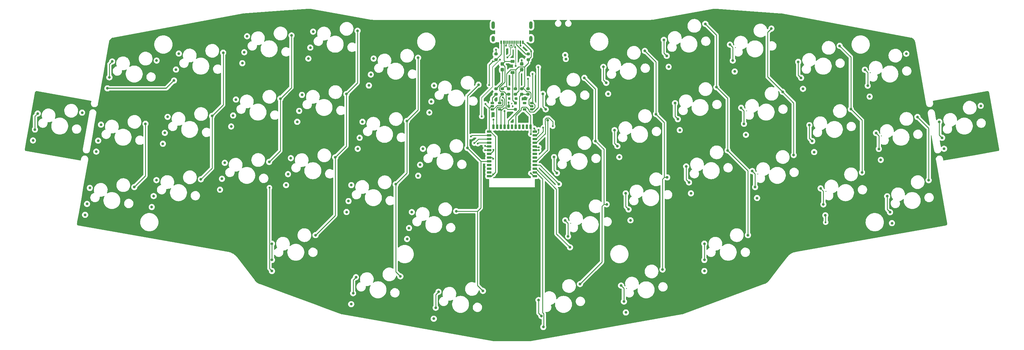
<source format=gbr>
%TF.GenerationSoftware,KiCad,Pcbnew,(6.0.2)*%
%TF.CreationDate,2022-04-05T05:22:49+08:00*%
%TF.ProjectId,TK44,544b3434-2e6b-4696-9361-645f70636258,rev?*%
%TF.SameCoordinates,Original*%
%TF.FileFunction,Copper,L1,Top*%
%TF.FilePolarity,Positive*%
%FSLAX46Y46*%
G04 Gerber Fmt 4.6, Leading zero omitted, Abs format (unit mm)*
G04 Created by KiCad (PCBNEW (6.0.2)) date 2022-04-05 05:22:49*
%MOMM*%
%LPD*%
G01*
G04 APERTURE LIST*
G04 Aperture macros list*
%AMRoundRect*
0 Rectangle with rounded corners*
0 $1 Rounding radius*
0 $2 $3 $4 $5 $6 $7 $8 $9 X,Y pos of 4 corners*
0 Add a 4 corners polygon primitive as box body*
4,1,4,$2,$3,$4,$5,$6,$7,$8,$9,$2,$3,0*
0 Add four circle primitives for the rounded corners*
1,1,$1+$1,$2,$3*
1,1,$1+$1,$4,$5*
1,1,$1+$1,$6,$7*
1,1,$1+$1,$8,$9*
0 Add four rect primitives between the rounded corners*
20,1,$1+$1,$2,$3,$4,$5,0*
20,1,$1+$1,$4,$5,$6,$7,0*
20,1,$1+$1,$6,$7,$8,$9,0*
20,1,$1+$1,$8,$9,$2,$3,0*%
G04 Aperture macros list end*
%TA.AperFunction,ComponentPad*%
%ADD10C,0.800000*%
%TD*%
%TA.AperFunction,SMDPad,CuDef*%
%ADD11RoundRect,0.200000X0.275000X-0.200000X0.275000X0.200000X-0.275000X0.200000X-0.275000X-0.200000X0*%
%TD*%
%TA.AperFunction,SMDPad,CuDef*%
%ADD12RoundRect,0.200000X-0.275000X0.200000X-0.275000X-0.200000X0.275000X-0.200000X0.275000X0.200000X0*%
%TD*%
%TA.AperFunction,SMDPad,CuDef*%
%ADD13RoundRect,0.162500X-0.367500X-0.162500X0.367500X-0.162500X0.367500X0.162500X-0.367500X0.162500X0*%
%TD*%
%TA.AperFunction,SMDPad,CuDef*%
%ADD14RoundRect,0.225000X0.375000X-0.225000X0.375000X0.225000X-0.375000X0.225000X-0.375000X-0.225000X0*%
%TD*%
%TA.AperFunction,SMDPad,CuDef*%
%ADD15RoundRect,0.237500X0.237500X-0.287500X0.237500X0.287500X-0.237500X0.287500X-0.237500X-0.287500X0*%
%TD*%
%TA.AperFunction,SMDPad,CuDef*%
%ADD16RoundRect,0.162500X0.367500X0.162500X-0.367500X0.162500X-0.367500X-0.162500X0.367500X-0.162500X0*%
%TD*%
%TA.AperFunction,ComponentPad*%
%ADD17O,1.000000X1.762000*%
%TD*%
%TA.AperFunction,ComponentPad*%
%ADD18O,1.000000X2.219000*%
%TD*%
%TA.AperFunction,SMDPad,CuDef*%
%ADD19RoundRect,0.135000X-0.135000X-0.365000X0.135000X-0.365000X0.135000X0.365000X-0.135000X0.365000X0*%
%TD*%
%TA.AperFunction,SMDPad,CuDef*%
%ADD20RoundRect,0.075000X-0.075000X-0.425000X0.075000X-0.425000X0.075000X0.425000X-0.075000X0.425000X0*%
%TD*%
%TA.AperFunction,SMDPad,CuDef*%
%ADD21RoundRect,0.175000X0.500000X0.175000X-0.500000X0.175000X-0.500000X-0.175000X0.500000X-0.175000X0*%
%TD*%
%TA.AperFunction,SMDPad,CuDef*%
%ADD22RoundRect,0.175000X-0.175000X0.500000X-0.175000X-0.500000X0.175000X-0.500000X0.175000X0.500000X0*%
%TD*%
%TA.AperFunction,SMDPad,CuDef*%
%ADD23RoundRect,0.175000X-0.500000X-0.175000X0.500000X-0.175000X0.500000X0.175000X-0.500000X0.175000X0*%
%TD*%
%TA.AperFunction,SMDPad,CuDef*%
%ADD24RoundRect,0.200000X0.250000X0.200000X-0.250000X0.200000X-0.250000X-0.200000X0.250000X-0.200000X0*%
%TD*%
%TA.AperFunction,ViaPad*%
%ADD25C,0.600000*%
%TD*%
%TA.AperFunction,Conductor*%
%ADD26C,0.250000*%
%TD*%
%TA.AperFunction,Conductor*%
%ADD27C,0.300000*%
%TD*%
%TA.AperFunction,Conductor*%
%ADD28C,0.200000*%
%TD*%
G04 APERTURE END LIST*
D10*
%TO.P,SW28,1,1*%
%TO.N,Net-(D28-Pad2)*%
X142158303Y-154076691D03*
%TO.P,SW28,2,2*%
%TO.N,/P1.01*%
X155329980Y-153820029D03*
%TD*%
%TO.P,SW30,1,1*%
%TO.N,Net-(D30-Pad2)*%
X178028303Y-170066691D03*
%TO.P,SW30,2,2*%
%TO.N,/P1.04*%
X191199980Y-169810029D03*
%TD*%
D11*
%TO.P,R8,1*%
%TO.N,/VBUS*%
X206750000Y-135135000D03*
%TO.P,R8,2*%
%TO.N,GND*%
X206750000Y-133485000D03*
%TD*%
D10*
%TO.P,SW32,1,1*%
%TO.N,Net-(D32-Pad2)*%
X241450471Y-164526186D03*
%TO.P,SW32,2,2*%
%TO.N,/P0.29*%
X253740014Y-159780024D03*
%TD*%
%TO.P,SW34,1,1*%
%TO.N,Net-(D34-Pad2)*%
X278970471Y-157906186D03*
%TO.P,SW34,2,2*%
%TO.N,/P0.31*%
X291260014Y-153160024D03*
%TD*%
%TO.P,SW3,1,1*%
%TO.N,Net-(D3-Pad2)*%
X129188303Y-117926691D03*
%TO.P,SW3,2,2*%
%TO.N,/P1.03*%
X142359980Y-117670029D03*
%TD*%
%TO.P,SW31,1,1*%
%TO.N,Net-(D31-Pad2)*%
X223520471Y-172526186D03*
%TO.P,SW31,2,2*%
%TO.N,/P0.28*%
X235810014Y-167780024D03*
%TD*%
D12*
%TO.P,R1,1*%
%TO.N,/CC1*%
X212530000Y-123185000D03*
%TO.P,R1,2*%
%TO.N,GND*%
X212530000Y-124835000D03*
%TD*%
D13*
%TO.P,U2,1,STAT*%
%TO.N,Net-(R5-Pad2)*%
X201880000Y-137740000D03*
%TO.P,U2,2,VSS*%
%TO.N,GND*%
X201880000Y-138690000D03*
%TO.P,U2,3,VBAT*%
%TO.N,/VBAT*%
X201880000Y-139640000D03*
%TO.P,U2,4,VDD*%
%TO.N,/VBUS*%
X204080000Y-139640000D03*
%TO.P,U2,5,PROG*%
%TO.N,Net-(R6-Pad1)*%
X204080000Y-137740000D03*
%TD*%
D10*
%TO.P,SW26,1,1*%
%TO.N,Net-(D26-Pad2)*%
X102318303Y-160586691D03*
%TO.P,SW26,2,2*%
%TO.N,/P1.00*%
X115489980Y-160330029D03*
%TD*%
%TO.P,SW37,1,1*%
%TO.N,Net-(D37-Pad2)*%
X67108303Y-140836691D03*
%TO.P,SW37,2,2*%
%TO.N,/P0.22*%
X80279980Y-140580029D03*
%TD*%
%TO.P,D46,1,K*%
%TO.N,Net-(D46-Pad1)*%
X207890000Y-128650000D03*
D14*
X207890000Y-128650000D03*
%TO.P,D46,2,A*%
%TO.N,/VBUS*%
X207890000Y-125350000D03*
D10*
X207890000Y-125350000D03*
%TD*%
%TO.P,SW2,1,1*%
%TO.N,Net-(D2-Pad2)*%
X108938303Y-123066691D03*
%TO.P,SW2,2,2*%
%TO.N,/P1.00*%
X122109980Y-122810029D03*
%TD*%
%TO.P,SW43,1,1*%
%TO.N,Net-(D43-Pad2)*%
X264763000Y-179450000D03*
%TO.P,SW43,2,2*%
%TO.N,/P0.30*%
X277690000Y-176910000D03*
%TD*%
%TO.P,SW5,1,1*%
%TO.N,Net-(D5-Pad2)*%
X166708303Y-124546691D03*
%TO.P,SW5,2,2*%
%TO.N,/P1.02*%
X179879980Y-124290029D03*
%TD*%
%TO.P,SW19,1,1*%
%TO.N,Net-(D19-Pad2)*%
X220210471Y-153766186D03*
%TO.P,SW19,2,2*%
%TO.N,/P0.28*%
X232500014Y-149020024D03*
%TD*%
%TO.P,SW13,1,1*%
%TO.N,Net-(D13-Pad2)*%
X85878303Y-144146691D03*
%TO.P,SW13,2,2*%
%TO.N,/P0.22*%
X99049980Y-143890029D03*
%TD*%
%TO.P,SW40,1,1*%
%TO.N,Net-(D40-Pad2)*%
X185948344Y-193706673D03*
%TO.P,SW40,2,2*%
%TO.N,/P1.04*%
X199120020Y-193450012D03*
%TD*%
%TO.P,SW17,1,1*%
%TO.N,Net-(D17-Pad2)*%
X163398303Y-143306691D03*
%TO.P,SW17,2,2*%
%TO.N,/P1.02*%
X176569980Y-143050029D03*
%TD*%
%TO.P,SW7,1,1*%
%TO.N,Net-(D7-Pad2)*%
X216900471Y-135006186D03*
%TO.P,SW7,2,2*%
%TO.N,/P0.28*%
X229190014Y-130260024D03*
%TD*%
%TO.P,SW24,1,1*%
%TO.N,Net-(D24-Pad2)*%
X315660471Y-146606186D03*
%TO.P,SW24,2,2*%
%TO.N,/P0.05*%
X327950014Y-141860024D03*
%TD*%
D15*
%TO.P,D45,1,K*%
%TO.N,Net-(D45-Pad1)*%
X210640000Y-127864900D03*
%TO.P,D45,2,A*%
%TO.N,/BLUE_LED*%
X210640000Y-126114900D03*
%TD*%
D10*
%TO.P,SW11,1,1*%
%TO.N,Net-(D11-Pad2)*%
X292600471Y-125526186D03*
%TO.P,SW11,2,2*%
%TO.N,/P0.04*%
X304890014Y-120780024D03*
%TD*%
%TO.P,SW1,1,1*%
%TO.N,Net-(D1-Pad2)*%
X89188303Y-125386691D03*
%TO.P,SW1,2,2*%
%TO.N,/P0.22*%
X102359980Y-125130029D03*
%TD*%
D16*
%TO.P,U3,1,VIN*%
%TO.N,Net-(D46-Pad1)*%
X213620000Y-139640000D03*
%TO.P,U3,2,GND*%
%TO.N,GND*%
X213620000Y-138690000D03*
%TO.P,U3,3,EN*%
%TO.N,Net-(D46-Pad1)*%
X213620000Y-137740000D03*
%TO.P,U3,4,NC*%
%TO.N,unconnected-(U3-Pad4)*%
X211420000Y-137740000D03*
%TO.P,U3,5,VOUT*%
%TO.N,/nRF_VDD*%
X211420000Y-139640000D03*
%TD*%
D10*
%TO.P,SW38,1,1*%
%TO.N,Net-(D38-Pad2)*%
X136553000Y-179450000D03*
%TO.P,SW38,2,2*%
%TO.N,/P1.01*%
X149480000Y-176910000D03*
%TD*%
%TO.P,SW18,1,1*%
%TO.N,Net-(D18-Pad2)*%
X181328303Y-151306691D03*
%TO.P,SW18,2,2*%
%TO.N,/P1.04*%
X194499980Y-151050029D03*
%TD*%
%TO.P,SW10,1,1*%
%TO.N,Net-(D10-Pad2)*%
X272350471Y-120396186D03*
%TO.P,SW10,2,2*%
%TO.N,/P0.31*%
X284640014Y-115650024D03*
%TD*%
%TO.P,SW20,1,1*%
%TO.N,Net-(D20-Pad2)*%
X238140471Y-145766186D03*
%TO.P,SW20,2,2*%
%TO.N,/P0.29*%
X250430014Y-141020024D03*
%TD*%
%TO.P,SW9,1,1*%
%TO.N,Net-(D9-Pad2)*%
X252770471Y-119006186D03*
%TO.P,SW9,2,2*%
%TO.N,/P0.30*%
X265060014Y-114260024D03*
%TD*%
%TO.P,SW4,1,1*%
%TO.N,Net-(D4-Pad2)*%
X148768303Y-116556691D03*
%TO.P,SW4,2,2*%
%TO.N,/P1.01*%
X161939980Y-116300029D03*
%TD*%
%TO.P,SW21,1,1*%
%TO.N,Net-(D21-Pad2)*%
X256070471Y-137776186D03*
%TO.P,SW21,2,2*%
%TO.N,/P0.30*%
X268360014Y-133030024D03*
%TD*%
D15*
%TO.P,D47,1,K*%
%TO.N,Net-(D47-Pad1)*%
X204860000Y-127874900D03*
%TO.P,D47,2,A*%
%TO.N,/VBUS*%
X204860000Y-126124900D03*
%TD*%
D10*
%TO.P,SW44,1,1*%
%TO.N,Net-(D44-Pad2)*%
X334430471Y-143296186D03*
%TO.P,SW44,2,2*%
%TO.N,/P0.05*%
X346720014Y-138550024D03*
%TD*%
%TO.P,SW42,1,1*%
%TO.N,Net-(D42-Pad2)*%
X240080471Y-191856186D03*
%TO.P,SW42,2,2*%
%TO.N,/P0.29*%
X252370014Y-187110024D03*
%TD*%
%TO.P,SW36,1,1*%
%TO.N,Net-(D36-Pad2)*%
X318980471Y-165366186D03*
%TO.P,SW36,2,2*%
%TO.N,/P0.05*%
X331270014Y-160620024D03*
%TD*%
%TO.P,SW12,1,1*%
%TO.N,Net-(D12-Pad2)*%
X312360471Y-127846186D03*
%TO.P,SW12,2,2*%
%TO.N,/P0.05*%
X324650014Y-123100024D03*
%TD*%
D17*
%TO.P,J3,*%
%TO.N,*%
X213325300Y-118661000D03*
D18*
X202174700Y-114622400D03*
X213325300Y-114635100D03*
D17*
X202174600Y-118661000D03*
D19*
%TO.P,J3,A1,GND*%
%TO.N,GND*%
X210950000Y-119740000D03*
X204550000Y-119740000D03*
%TO.P,J3,A4,VBUS*%
%TO.N,/VBUS*%
X205350000Y-119740000D03*
X210150000Y-119740000D03*
D20*
%TO.P,J3,A5,CC1*%
%TO.N,/CC1*%
X209000000Y-119740000D03*
%TO.P,J3,A6,D+*%
%TO.N,/DATA+*%
X208000000Y-119740000D03*
%TO.P,J3,A7,D-*%
%TO.N,/DATA-*%
X207500000Y-119740000D03*
%TO.P,J3,A8,SBU1*%
%TO.N,unconnected-(J3-PadA8)*%
X206500000Y-119740000D03*
%TO.P,J3,B5,CC2*%
%TO.N,/CC2*%
X206000000Y-119740000D03*
%TO.P,J3,B6,D+*%
%TO.N,/DATA+*%
X207000000Y-119740000D03*
%TO.P,J3,B7,D-*%
%TO.N,/DATA-*%
X208500000Y-119740000D03*
%TO.P,J3,B8,SBU2*%
%TO.N,unconnected-(J3-PadB8)*%
X209508000Y-119740000D03*
%TD*%
D10*
%TO.P,SW41,1,1*%
%TO.N,Net-(D41-Pad2)*%
X215600411Y-196166203D03*
%TO.P,SW41,2,2*%
%TO.N,/P0.28*%
X227889955Y-191420042D03*
%TD*%
D11*
%TO.P,R3,1*%
%TO.N,Net-(D45-Pad1)*%
X208740000Y-135135000D03*
%TO.P,R3,2*%
%TO.N,GND*%
X208740000Y-133485000D03*
%TD*%
%TO.P,R6,1*%
%TO.N,Net-(R6-Pad1)*%
X204860000Y-135145000D03*
%TO.P,R6,2*%
%TO.N,GND*%
X204860000Y-133495000D03*
%TD*%
D10*
%TO.P,SW6,1,1*%
%TO.N,Net-(D6-Pad2)*%
X184638303Y-132546691D03*
%TO.P,SW6,2,2*%
%TO.N,/P1.04*%
X197809980Y-132290029D03*
%TD*%
%TO.P,SW23,1,1*%
%TO.N,Net-(D23-Pad2)*%
X295910471Y-144286186D03*
%TO.P,SW23,2,2*%
%TO.N,/P0.04*%
X308200014Y-139540024D03*
%TD*%
D12*
%TO.P,R2,1*%
%TO.N,/CC2*%
X202980000Y-123185000D03*
%TO.P,R2,2*%
%TO.N,GND*%
X202980000Y-124835000D03*
%TD*%
D10*
%TO.P,SW29,1,1*%
%TO.N,Net-(D29-Pad2)*%
X160088303Y-162066691D03*
%TO.P,SW29,2,2*%
%TO.N,/P1.02*%
X173259980Y-161810029D03*
%TD*%
%TO.P,SW39,1,1*%
%TO.N,Net-(D39-Pad2)*%
X161468303Y-189386691D03*
%TO.P,SW39,2,2*%
%TO.N,/P1.02*%
X174639980Y-189130029D03*
%TD*%
D21*
%TO.P,U1,1,GND*%
%TO.N,GND*%
X214500000Y-159430000D03*
%TO.P,U1,2,P1.11*%
%TO.N,/P1.11*%
X214500000Y-158330000D03*
%TO.P,U1,3,P1.10*%
%TO.N,/P1.10*%
X214500000Y-157230000D03*
%TO.P,U1,4,P1.13*%
%TO.N,/P1.13*%
X214500000Y-156130000D03*
%TO.P,U1,5,P1.15*%
%TO.N,/P1.15*%
X214500000Y-155030000D03*
%TO.P,U1,6,P0.03/AIN1*%
%TO.N,unconnected-(U1-Pad6)*%
X214500000Y-153930000D03*
%TO.P,U1,7,P0.02/AIN0*%
%TO.N,unconnected-(U1-Pad7)*%
X214500000Y-152830000D03*
%TO.P,U1,8,P0.28/AIN4*%
%TO.N,/P0.28*%
X214500000Y-151730000D03*
%TO.P,U1,9,P0.29/AIN5*%
%TO.N,/P0.29*%
X214500000Y-150630000D03*
%TO.P,U1,10,P0.30/AIN6*%
%TO.N,/P0.30*%
X214500000Y-149530000D03*
%TO.P,U1,11,P0.31/AIN7*%
%TO.N,/P0.31*%
X214500000Y-148430000D03*
%TO.P,U1,12,P0.04/AIN2*%
%TO.N,/P0.04*%
X214500000Y-147330000D03*
%TO.P,U1,13,P0.05/AIN3*%
%TO.N,/P0.05*%
X214500000Y-146230000D03*
D22*
%TO.P,U1,14,VDD*%
%TO.N,/nRF_VDD*%
X213250000Y-144730000D03*
%TO.P,U1,15,P0.07*%
%TO.N,unconnected-(U1-Pad15)*%
X212150000Y-144730000D03*
%TO.P,U1,16,P1.09*%
%TO.N,unconnected-(U1-Pad16)*%
X211050000Y-144730000D03*
%TO.P,U1,17,P0.12*%
%TO.N,/P0.12*%
X209950000Y-144730000D03*
%TO.P,U1,18,P0.23*%
%TO.N,/BLUE_LED*%
X208850000Y-144730000D03*
%TO.P,U1,19,P0.21*%
%TO.N,unconnected-(U1-Pad19)*%
X207750000Y-144730000D03*
%TO.P,U1,20,P0.19*%
%TO.N,/BATTERY_PIN*%
X206650000Y-144730000D03*
%TO.P,U1,21,P0.18/RESET*%
%TO.N,/RESET*%
X205550000Y-144730000D03*
%TO.P,U1,22,VBUS*%
%TO.N,/VBUS*%
X204450000Y-144730000D03*
%TO.P,U1,23,USB_D-*%
%TO.N,/DATA-*%
X203350000Y-144730000D03*
%TO.P,U1,24,USB_D+*%
%TO.N,/DATA+*%
X202250000Y-144730000D03*
D23*
%TO.P,U1,25,GND*%
%TO.N,GND*%
X201000000Y-146230000D03*
%TO.P,U1,26,P0.22*%
%TO.N,/P0.22*%
X201000000Y-147330000D03*
%TO.P,U1,27,P1.00*%
%TO.N,/P1.00*%
X201000000Y-148430000D03*
%TO.P,U1,28,P1.03*%
%TO.N,/P1.03*%
X201000000Y-149530000D03*
%TO.P,U1,29,P1.01*%
%TO.N,/P1.01*%
X201000000Y-150630000D03*
%TO.P,U1,30,P1.02*%
%TO.N,/P1.02*%
X201000000Y-151730000D03*
%TO.P,U1,31,SWDCLK*%
%TO.N,/SWC*%
X201000000Y-152830000D03*
%TO.P,U1,32,SWDIO*%
%TO.N,/SWD*%
X201000000Y-153930000D03*
%TO.P,U1,33,P1.04*%
%TO.N,/P1.04*%
X201000000Y-155030000D03*
%TO.P,U1,34,P1.06*%
%TO.N,unconnected-(U1-Pad34)*%
X201000000Y-156130000D03*
%TO.P,U1,35,P0.09/NFC1*%
%TO.N,unconnected-(U1-Pad35)*%
X201000000Y-157230000D03*
%TO.P,U1,36,P0.10/NFC2*%
%TO.N,unconnected-(U1-Pad36)*%
X201000000Y-158330000D03*
%TO.P,U1,37,GND*%
%TO.N,GND*%
X201000000Y-159430000D03*
%TD*%
D10*
%TO.P,SW35,1,1*%
%TO.N,Net-(D35-Pad2)*%
X299220471Y-163046186D03*
%TO.P,SW35,2,2*%
%TO.N,/P0.04*%
X311510014Y-158300024D03*
%TD*%
%TO.P,SW25,1,1*%
%TO.N,Net-(D25-Pad2)*%
X82568303Y-162906691D03*
%TO.P,SW25,2,2*%
%TO.N,/P0.22*%
X95739980Y-162650029D03*
%TD*%
%TO.P,SW8,1,1*%
%TO.N,Net-(D8-Pad2)*%
X234830471Y-127006186D03*
%TO.P,SW8,2,2*%
%TO.N,/P0.29*%
X247120014Y-122260024D03*
%TD*%
D12*
%TO.P,R5,1*%
%TO.N,Net-(D47-Pad1)*%
X202980000Y-133495000D03*
%TO.P,R5,2*%
%TO.N,Net-(R5-Pad2)*%
X202980000Y-135145000D03*
%TD*%
D11*
%TO.P,R7,1*%
%TO.N,/BATTERY_PIN*%
X210630000Y-135145000D03*
%TO.P,R7,2*%
%TO.N,GND*%
X210630000Y-133495000D03*
%TD*%
D10*
%TO.P,SW16,1,1*%
%TO.N,Net-(D16-Pad2)*%
X145468303Y-135316691D03*
%TO.P,SW16,2,2*%
%TO.N,/P1.01*%
X158639980Y-135060029D03*
%TD*%
%TO.P,SW33,1,1*%
%TO.N,Net-(D33-Pad2)*%
X259380471Y-156526186D03*
%TO.P,SW33,2,2*%
%TO.N,/P0.30*%
X271670014Y-151780024D03*
%TD*%
%TO.P,SW14,1,1*%
%TO.N,Net-(D14-Pad2)*%
X105628303Y-141826691D03*
%TO.P,SW14,2,2*%
%TO.N,/P1.00*%
X118799980Y-141570029D03*
%TD*%
%TO.P,SW22,1,1*%
%TO.N,Net-(D22-Pad2)*%
X275670471Y-139156186D03*
%TO.P,SW22,2,2*%
%TO.N,/P0.31*%
X287960014Y-134410024D03*
%TD*%
%TO.P,SW27,1,1*%
%TO.N,Net-(D27-Pad2)*%
X122568303Y-155456691D03*
%TO.P,SW27,2,2*%
%TO.N,/P1.03*%
X135739980Y-155200029D03*
%TD*%
D24*
%TO.P,Q1,1,G*%
%TO.N,/VBUS*%
X208750000Y-139640000D03*
%TO.P,Q1,2,S*%
%TO.N,Net-(D46-Pad1)*%
X208750000Y-137740000D03*
%TO.P,Q1,3,D*%
%TO.N,Net-(Q1-Pad3)*%
X206750000Y-138690000D03*
%TD*%
D12*
%TO.P,R4,1*%
%TO.N,/VBAT*%
X212520000Y-133495000D03*
%TO.P,R4,2*%
%TO.N,/BATTERY_PIN*%
X212520000Y-135145000D03*
%TD*%
D10*
%TO.P,SW15,1,1*%
%TO.N,Net-(D15-Pad2)*%
X125878303Y-136696691D03*
%TO.P,SW15,2,2*%
%TO.N,/P1.03*%
X139049980Y-136440029D03*
%TD*%
%TO.P,D5,1,K*%
%TO.N,/P1.15*%
X165303481Y-132534933D03*
%TO.P,D5,2,A*%
%TO.N,Net-(D5-Pad2)*%
X165876519Y-129285067D03*
%TD*%
%TO.P,D25,1,K*%
%TO.N,/P1.10*%
X81163481Y-170894933D03*
%TO.P,D25,2,A*%
%TO.N,Net-(D25-Pad2)*%
X81736519Y-167645067D03*
%TD*%
%TO.P,D32,1,K*%
%TO.N,/P1.10*%
X242866519Y-172514933D03*
%TO.P,D32,2,A*%
%TO.N,Net-(D32-Pad2)*%
X242293481Y-169265067D03*
%TD*%
%TO.P,D7,1,K*%
%TO.N,/P1.15*%
X218297319Y-142851433D03*
%TO.P,D7,2,A*%
%TO.N,Net-(D7-Pad2)*%
X217724281Y-139601567D03*
%TD*%
%TO.P,D28,1,K*%
%TO.N,/P1.10*%
X140753481Y-162064933D03*
%TO.P,D28,2,A*%
%TO.N,Net-(D28-Pad2)*%
X141326519Y-158815067D03*
%TD*%
%TO.P,D21,1,K*%
%TO.N,/P1.13*%
X257486519Y-145764933D03*
%TO.P,D21,2,A*%
%TO.N,Net-(D21-Pad2)*%
X256913481Y-142515067D03*
%TD*%
%TO.P,D8,1,K*%
%TO.N,/P1.15*%
X236246519Y-134994933D03*
%TO.P,D8,2,A*%
%TO.N,Net-(D8-Pad2)*%
X235673481Y-131745067D03*
%TD*%
%TO.P,D6,1,K*%
%TO.N,/P1.15*%
X183233481Y-140534933D03*
%TO.P,D6,2,A*%
%TO.N,Net-(D6-Pad2)*%
X183806519Y-137285067D03*
%TD*%
%TO.P,D14,1,K*%
%TO.N,/P1.13*%
X104223481Y-149814933D03*
%TO.P,D14,2,A*%
%TO.N,Net-(D14-Pad2)*%
X104796519Y-146565067D03*
%TD*%
%TO.P,D4,1,K*%
%TO.N,/P1.15*%
X147363481Y-124544933D03*
%TO.P,D4,2,A*%
%TO.N,Net-(D4-Pad2)*%
X147936519Y-121295067D03*
%TD*%
%TO.P,D23,1,K*%
%TO.N,/P1.13*%
X297326519Y-152274933D03*
%TO.P,D23,2,A*%
%TO.N,Net-(D23-Pad2)*%
X296753481Y-149025067D03*
%TD*%
%TO.P,D37,1,K*%
%TO.N,/P1.11*%
X65713481Y-148824933D03*
%TO.P,D37,2,A*%
%TO.N,Net-(D37-Pad2)*%
X66286519Y-145575067D03*
%TD*%
%TO.P,D18,1,K*%
%TO.N,/P1.13*%
X179923481Y-159294933D03*
%TO.P,D18,2,A*%
%TO.N,Net-(D18-Pad2)*%
X180496519Y-156045067D03*
%TD*%
%TO.P,D3,1,K*%
%TO.N,/P1.15*%
X127783481Y-125914933D03*
%TO.P,D3,2,A*%
%TO.N,Net-(D3-Pad2)*%
X128356519Y-122665067D03*
%TD*%
%TO.P,D43,1,K*%
%TO.N,/P1.11*%
X264770000Y-187560000D03*
%TO.P,D43,2,A*%
%TO.N,Net-(D43-Pad2)*%
X264770000Y-184260000D03*
%TD*%
%TO.P,D2,1,K*%
%TO.N,/P1.15*%
X107533481Y-131054933D03*
%TO.P,D2,2,A*%
%TO.N,Net-(D2-Pad2)*%
X108106519Y-127805067D03*
%TD*%
%TO.P,D12,1,K*%
%TO.N,/P1.15*%
X313776519Y-135834933D03*
%TO.P,D12,2,A*%
%TO.N,Net-(D12-Pad2)*%
X313203481Y-132585067D03*
%TD*%
%TO.P,D38,1,K*%
%TO.N,/P1.11*%
X136560000Y-187560000D03*
%TO.P,D38,2,A*%
%TO.N,Net-(D38-Pad2)*%
X136560000Y-184260000D03*
%TD*%
%TO.P,D22,1,K*%
%TO.N,/P1.13*%
X277086519Y-147144933D03*
%TO.P,D22,2,A*%
%TO.N,Net-(D22-Pad2)*%
X276513481Y-143895067D03*
%TD*%
%TO.P,J1,1,Pin_1*%
%TO.N,/VBAT*%
X223700689Y-124671685D03*
%TO.P,J1,2,Pin_2*%
%TO.N,GND*%
X223492311Y-123489915D03*
%TD*%
%TO.P,D26,1,K*%
%TO.N,/P1.10*%
X100913481Y-168574933D03*
%TO.P,D26,2,A*%
%TO.N,Net-(D26-Pad2)*%
X101486519Y-165325067D03*
%TD*%
%TO.P,D36,1,K*%
%TO.N,/P1.10*%
X320396519Y-173354933D03*
%TO.P,D36,2,A*%
%TO.N,Net-(D36-Pad2)*%
X319823481Y-170105067D03*
%TD*%
%TO.P,D27,1,K*%
%TO.N,/P1.10*%
X121163481Y-163444933D03*
%TO.P,D27,2,A*%
%TO.N,Net-(D27-Pad2)*%
X121736519Y-160195067D03*
%TD*%
%TO.P,D20,1,K*%
%TO.N,/P1.13*%
X239556519Y-153754933D03*
%TO.P,D20,2,A*%
%TO.N,Net-(D20-Pad2)*%
X238983481Y-150505067D03*
%TD*%
%TO.P,D16,1,K*%
%TO.N,/P1.13*%
X144063481Y-143304933D03*
%TO.P,D16,2,A*%
%TO.N,Net-(D16-Pad2)*%
X144636519Y-140055067D03*
%TD*%
%TO.P,D11,1,K*%
%TO.N,/P1.15*%
X294016519Y-133514933D03*
%TO.P,D11,2,A*%
%TO.N,Net-(D11-Pad2)*%
X293443481Y-130265067D03*
%TD*%
%TO.P,D31,1,K*%
%TO.N,/P1.10*%
X224936519Y-180514933D03*
%TO.P,D31,2,A*%
%TO.N,Net-(D31-Pad2)*%
X224363481Y-177265067D03*
%TD*%
%TO.P,D35,1,K*%
%TO.N,/P1.10*%
X300636519Y-171034933D03*
%TO.P,D35,2,A*%
%TO.N,Net-(D35-Pad2)*%
X300063481Y-167785067D03*
%TD*%
%TO.P,D9,1,K*%
%TO.N,/P1.15*%
X254186519Y-126994933D03*
%TO.P,D9,2,A*%
%TO.N,Net-(D9-Pad2)*%
X253613481Y-123745067D03*
%TD*%
%TO.P,D44,1,K*%
%TO.N,/P1.11*%
X335846519Y-151284933D03*
%TO.P,D44,2,A*%
%TO.N,Net-(D44-Pad2)*%
X335273481Y-148035067D03*
%TD*%
%TO.P,D40,1,K*%
%TO.N,/P1.11*%
X184543481Y-201694933D03*
%TO.P,D40,2,A*%
%TO.N,Net-(D40-Pad2)*%
X185116519Y-198445067D03*
%TD*%
%TO.P,D34,1,K*%
%TO.N,/P1.10*%
X280386519Y-165894933D03*
%TO.P,D34,2,A*%
%TO.N,Net-(D34-Pad2)*%
X279813481Y-162645067D03*
%TD*%
%TO.P,D1,1,K*%
%TO.N,/P1.15*%
X87783481Y-133374933D03*
%TO.P,D1,2,A*%
%TO.N,Net-(D1-Pad2)*%
X88356519Y-130125067D03*
%TD*%
%TO.P,D39,1,K*%
%TO.N,/P1.11*%
X160063481Y-197374933D03*
%TO.P,D39,2,A*%
%TO.N,Net-(D39-Pad2)*%
X160636519Y-194125067D03*
%TD*%
%TO.P,D42,1,K*%
%TO.N,/P1.11*%
X241496519Y-199844933D03*
%TO.P,D42,2,A*%
%TO.N,Net-(D42-Pad2)*%
X240923481Y-196595067D03*
%TD*%
%TO.P,D17,1,K*%
%TO.N,/P1.13*%
X161993481Y-151294933D03*
%TO.P,D17,2,A*%
%TO.N,Net-(D17-Pad2)*%
X162566519Y-148045067D03*
%TD*%
%TO.P,D15,1,K*%
%TO.N,/P1.13*%
X124473481Y-144684933D03*
%TO.P,D15,2,A*%
%TO.N,Net-(D15-Pad2)*%
X125046519Y-141435067D03*
%TD*%
%TO.P,D33,1,K*%
%TO.N,/P1.10*%
X260796519Y-164514933D03*
%TO.P,D33,2,A*%
%TO.N,Net-(D33-Pad2)*%
X260223481Y-161265067D03*
%TD*%
%TO.P,D24,1,K*%
%TO.N,/P1.13*%
X317076519Y-154594933D03*
%TO.P,D24,2,A*%
%TO.N,Net-(D24-Pad2)*%
X316503481Y-151345067D03*
%TD*%
%TO.P,D13,1,K*%
%TO.N,/P1.13*%
X84473481Y-152134933D03*
%TO.P,D13,2,A*%
%TO.N,Net-(D13-Pad2)*%
X85046519Y-148885067D03*
%TD*%
%TO.P,D10,1,K*%
%TO.N,/P1.15*%
X273766519Y-128384933D03*
%TO.P,D10,2,A*%
%TO.N,Net-(D10-Pad2)*%
X273193481Y-125135067D03*
%TD*%
%TO.P,D19,1,K*%
%TO.N,/P1.13*%
X221626519Y-161754933D03*
%TO.P,D19,2,A*%
%TO.N,Net-(D19-Pad2)*%
X221053481Y-158505067D03*
%TD*%
%TO.P,D41,1,K*%
%TO.N,/P1.11*%
X217016519Y-204154933D03*
%TO.P,D41,2,A*%
%TO.N,Net-(D41-Pad2)*%
X216443481Y-200905067D03*
%TD*%
%TO.P,D30,1,K*%
%TO.N,/P1.10*%
X176623481Y-178054933D03*
%TO.P,D30,2,A*%
%TO.N,Net-(D30-Pad2)*%
X177196519Y-174805067D03*
%TD*%
%TO.P,D29,1,K*%
%TO.N,/P1.10*%
X158683481Y-170054933D03*
%TO.P,D29,2,A*%
%TO.N,Net-(D29-Pad2)*%
X159256519Y-166805067D03*
%TD*%
D25*
%TO.N,/P1.10*%
X300732900Y-173090800D03*
%TO.N,/P1.11*%
X135820400Y-162808200D03*
%TO.N,Net-(D46-Pad1)*%
X213845500Y-129064600D03*
%TO.N,/VBUS*%
X210265000Y-120755900D03*
%TO.N,/VBAT*%
X204794700Y-136890700D03*
X212520000Y-130527800D03*
%TO.N,GND*%
X202162000Y-158887400D03*
X213374400Y-122386800D03*
X199830000Y-137970000D03*
X201000000Y-132380000D03*
X213314400Y-158565100D03*
X202056800Y-125394500D03*
%TO.N,/nRF_VDD*%
X213305400Y-146974600D03*
%TO.N,/SWD*%
X202185900Y-154212700D03*
%TO.N,/SWC*%
X202191000Y-151617100D03*
%TO.N,/DATA+*%
X204210000Y-124870000D03*
X198770000Y-141700000D03*
X202250000Y-142690000D03*
X206360000Y-124210000D03*
%TO.N,/DATA-*%
X208816300Y-126730200D03*
X207500000Y-120690000D03*
X208647721Y-121180952D03*
X205006900Y-136077200D03*
%TO.N,/CC2*%
X202980000Y-121948800D03*
X206000000Y-120750500D03*
%TO.N,Net-(Q1-Pad3)*%
X206750000Y-137553200D03*
%TO.N,/P0.05*%
X214315900Y-145252100D03*
%TO.N,/P0.04*%
X215627600Y-145683700D03*
%TO.N,/P0.31*%
X217005900Y-145036600D03*
%TO.N,/P0.30*%
X219815500Y-144599100D03*
%TO.N,/P0.29*%
X215700500Y-150852100D03*
%TO.N,/P0.28*%
X215677300Y-151730000D03*
%TO.N,/P1.02*%
X199803200Y-151730000D03*
%TO.N,/P1.01*%
X199795500Y-150400500D03*
%TO.N,/P1.03*%
X197614000Y-149778500D03*
%TO.N,/P1.00*%
X196587600Y-149636500D03*
%TO.N,/P0.22*%
X195561200Y-147687500D03*
%TO.N,/RESET*%
X205550000Y-140098400D03*
%TO.N,/BLUE_LED*%
X215546600Y-127110800D03*
X210640000Y-125070600D03*
%TD*%
D26*
%TO.N,/P1.15*%
X218297300Y-151587000D02*
X218297300Y-142851400D01*
D27*
X87783481Y-133374933D02*
X105213481Y-133374933D01*
X105213481Y-133374933D02*
X107533481Y-131054933D01*
D26*
X214500000Y-155030000D02*
X214854300Y-155030000D01*
X214854300Y-155030000D02*
X218297300Y-151587000D01*
%TO.N,Net-(D1-Pad2)*%
X88356500Y-126218500D02*
X89188300Y-125386700D01*
X88356500Y-130125100D02*
X88356500Y-126218500D01*
%TO.N,Net-(D7-Pad2)*%
X217724300Y-139601600D02*
X216900500Y-138777800D01*
X216900500Y-138777800D02*
X216900500Y-135006200D01*
%TO.N,Net-(D8-Pad2)*%
X235673500Y-131745100D02*
X234830500Y-130902100D01*
X234830500Y-130902100D02*
X234830500Y-127006200D01*
%TO.N,Net-(D9-Pad2)*%
X252770500Y-122902100D02*
X252770500Y-119006200D01*
X253613500Y-123745100D02*
X252770500Y-122902100D01*
%TO.N,Net-(D10-Pad2)*%
X273193500Y-121239200D02*
X272350500Y-120396200D01*
X273193500Y-125135100D02*
X273193500Y-121239200D01*
%TO.N,Net-(D11-Pad2)*%
X292600500Y-129422100D02*
X292600500Y-125526200D01*
X293443500Y-130265100D02*
X292600500Y-129422100D01*
%TO.N,Net-(D12-Pad2)*%
X313203500Y-128689200D02*
X312360500Y-127846200D01*
X313203500Y-132585100D02*
X313203500Y-128689200D01*
%TO.N,/P1.13*%
X216001600Y-156130000D02*
X214500000Y-156130000D01*
X221626500Y-161754900D02*
X216001600Y-156130000D01*
%TO.N,Net-(D19-Pad2)*%
X221053500Y-158505100D02*
X220210500Y-157662100D01*
X220210500Y-157662100D02*
X220210500Y-153766200D01*
%TO.N,Net-(D20-Pad2)*%
X238983500Y-150505100D02*
X238140500Y-149662100D01*
X238140500Y-149662100D02*
X238140500Y-145766200D01*
%TO.N,Net-(D21-Pad2)*%
X256913500Y-142515100D02*
X256070500Y-141672100D01*
X256070500Y-141672100D02*
X256070500Y-137776200D01*
%TO.N,Net-(D22-Pad2)*%
X276513500Y-139999200D02*
X275670500Y-139156200D01*
X276513500Y-143895100D02*
X276513500Y-139999200D01*
%TO.N,Net-(D23-Pad2)*%
X296753500Y-149025100D02*
X295910500Y-148182100D01*
X295910500Y-148182100D02*
X295910500Y-144286200D01*
%TO.N,Net-(D24-Pad2)*%
X316503500Y-147449200D02*
X315660500Y-146606200D01*
X316503500Y-151345100D02*
X316503500Y-147449200D01*
%TO.N,/P1.10*%
X220901100Y-176479500D02*
X220901100Y-163293700D01*
X300732900Y-171131300D02*
X300732900Y-173090800D01*
X224936500Y-180514900D02*
X220901100Y-176479500D01*
X300636500Y-171034900D02*
X300732900Y-171131300D01*
X214837400Y-157230000D02*
X214500000Y-157230000D01*
X220901100Y-163293700D02*
X214837400Y-157230000D01*
%TO.N,Net-(D31-Pad2)*%
X224363500Y-177265100D02*
X224363500Y-173369200D01*
X224363500Y-173369200D02*
X223520500Y-172526200D01*
%TO.N,Net-(D32-Pad2)*%
X241450500Y-168422100D02*
X241450500Y-164526200D01*
X242293500Y-169265100D02*
X241450500Y-168422100D01*
%TO.N,Net-(D33-Pad2)*%
X259380500Y-160422100D02*
X259380500Y-156526200D01*
X260223500Y-161265100D02*
X259380500Y-160422100D01*
%TO.N,Net-(D34-Pad2)*%
X279813500Y-158749200D02*
X278970500Y-157906200D01*
X279813500Y-162645100D02*
X279813500Y-158749200D01*
%TO.N,Net-(D35-Pad2)*%
X300063500Y-163889200D02*
X299220500Y-163046200D01*
X300063500Y-167785100D02*
X300063500Y-163889200D01*
%TO.N,Net-(D36-Pad2)*%
X319823500Y-170105100D02*
X318980500Y-169262100D01*
X318980500Y-169262100D02*
X318980500Y-165366200D01*
%TO.N,/P1.11*%
X135820400Y-186820400D02*
X135820400Y-162808200D01*
X217016500Y-204154900D02*
X217168900Y-204002500D01*
X217168900Y-204002500D02*
X217168900Y-200259700D01*
X136560000Y-187560000D02*
X135820400Y-186820400D01*
X214854200Y-158330000D02*
X214500000Y-158330000D01*
X216812500Y-160288300D02*
X214854200Y-158330000D01*
X217168900Y-200259700D02*
X216812500Y-199903300D01*
X216812500Y-199903300D02*
X216812500Y-160288300D01*
%TO.N,Net-(D37-Pad2)*%
X66286500Y-145575100D02*
X66286500Y-141658500D01*
X66286500Y-141658500D02*
X67108300Y-140836700D01*
%TO.N,Net-(D38-Pad2)*%
X136560000Y-179457000D02*
X136553000Y-179450000D01*
X136560000Y-184260000D02*
X136560000Y-179457000D01*
%TO.N,Net-(D39-Pad2)*%
X160636500Y-190218500D02*
X161468300Y-189386700D01*
X160636500Y-194125100D02*
X160636500Y-190218500D01*
%TO.N,Net-(D40-Pad2)*%
X185116500Y-198445100D02*
X185116500Y-194538500D01*
X185116500Y-194538500D02*
X185948300Y-193706700D01*
%TO.N,Net-(D41-Pad2)*%
X215600400Y-200062000D02*
X216443500Y-200905100D01*
X215600400Y-196166200D02*
X215600400Y-200062000D01*
%TO.N,Net-(D42-Pad2)*%
X240923500Y-192699200D02*
X240080500Y-191856200D01*
X240923500Y-196595100D02*
X240923500Y-192699200D01*
%TO.N,Net-(D43-Pad2)*%
X264770000Y-184260000D02*
X264763000Y-184253000D01*
X264763000Y-184253000D02*
X264763000Y-179450000D01*
%TO.N,Net-(D44-Pad2)*%
X334430500Y-147192100D02*
X334430500Y-143296200D01*
X335273500Y-148035100D02*
X334430500Y-147192100D01*
%TO.N,Net-(D46-Pad1)*%
X213620000Y-139640000D02*
X213897300Y-139640000D01*
X213845500Y-137514500D02*
X213845500Y-129064600D01*
X213897300Y-139640000D02*
X214513900Y-139023400D01*
X214513900Y-139023400D02*
X214513900Y-138293900D01*
X208750000Y-137740000D02*
X207890000Y-136880000D01*
X214513900Y-138293900D02*
X213960000Y-137740000D01*
X213960000Y-137740000D02*
X213620000Y-137740000D01*
X213620000Y-137740000D02*
X213845500Y-137514500D01*
X207890000Y-136880000D02*
X207890000Y-128650000D01*
%TO.N,/VBUS*%
X205661800Y-126926700D02*
X204860000Y-126124900D01*
X205320900Y-139139100D02*
X204450000Y-140010000D01*
X210150000Y-120640900D02*
X210150000Y-119740000D01*
X204450000Y-140010000D02*
X204080000Y-139640000D01*
X204463000Y-134320000D02*
X204042600Y-133899600D01*
X210265000Y-120755900D02*
X210150000Y-120640900D01*
X205933700Y-139139100D02*
X205320900Y-139139100D01*
X208750000Y-139640000D02*
X206434600Y-139640000D01*
X204042600Y-133069400D02*
X205661800Y-131450200D01*
X205661800Y-131450200D02*
X205661800Y-126926700D01*
X205933700Y-139139100D02*
X205933700Y-135135000D01*
X204042600Y-133899600D02*
X204042600Y-133069400D01*
X206434600Y-139640000D02*
X205933700Y-139139100D01*
X205634900Y-125350000D02*
X204860000Y-126124900D01*
X205634900Y-125350000D02*
X205350000Y-125065100D01*
X207890000Y-125350000D02*
X205634900Y-125350000D01*
X205337100Y-134320000D02*
X204463000Y-134320000D01*
X204450000Y-144730000D02*
X204450000Y-140010000D01*
X205350000Y-125065100D02*
X205350000Y-119740000D01*
X205933700Y-135135000D02*
X206750000Y-135135000D01*
X205933700Y-134916600D02*
X205337100Y-134320000D01*
X205933700Y-135135000D02*
X205933700Y-134916600D01*
%TO.N,/VBAT*%
X201880000Y-139640000D02*
X202156200Y-139640000D01*
X204953800Y-138147900D02*
X204953800Y-137049800D01*
X204710700Y-138391000D02*
X204953800Y-138147900D01*
X202156200Y-139640000D02*
X203405200Y-138391000D01*
X203405200Y-138391000D02*
X204710700Y-138391000D01*
X212520000Y-133495000D02*
X212520000Y-130527800D01*
X204953800Y-137049800D02*
X204794700Y-136890700D01*
%TO.N,GND*%
X212530000Y-124835000D02*
X213374400Y-123990600D01*
X202162000Y-158887400D02*
X201619400Y-159430000D01*
X199830000Y-137970000D02*
X199830000Y-138104400D01*
X206127200Y-129021900D02*
X207306700Y-127842400D01*
X212921200Y-134320000D02*
X212094500Y-134320000D01*
X213357800Y-136142100D02*
X213357800Y-134756600D01*
X205492800Y-132862200D02*
X206127200Y-132862200D01*
X209681500Y-126989900D02*
X211454100Y-126989900D01*
X201584400Y-138690000D02*
X201000000Y-139274400D01*
X207306700Y-127842400D02*
X208829000Y-127842400D01*
X208740000Y-133485000D02*
X208829000Y-133396000D01*
X204550000Y-119740000D02*
X204550000Y-123265000D01*
X213374400Y-123990600D02*
X213374400Y-122386800D01*
X213374400Y-122386800D02*
X213374400Y-122164400D01*
X206127200Y-132862200D02*
X206127200Y-129021900D01*
X211454100Y-132670900D02*
X211454100Y-126989900D01*
X213357800Y-134756600D02*
X212921200Y-134320000D01*
X213374400Y-122164400D02*
X210950000Y-119740000D01*
X208829000Y-127842400D02*
X209681500Y-126989900D01*
X212094500Y-134320000D02*
X210949800Y-133175200D01*
X204550000Y-123265000D02*
X202980000Y-124835000D01*
X202831200Y-147693300D02*
X202831200Y-158218200D01*
X213620000Y-138690000D02*
X213272200Y-138690000D01*
X199830000Y-138104400D02*
X201000000Y-139274400D01*
X210949800Y-133175200D02*
X211454100Y-132670900D01*
X201880000Y-138690000D02*
X201584400Y-138690000D01*
X201000000Y-139274400D02*
X201000000Y-146230000D01*
X202056800Y-125394500D02*
X201000000Y-126451300D01*
X212737200Y-136762700D02*
X213357800Y-136142100D01*
X204860000Y-133495000D02*
X205492800Y-132862200D01*
X202831200Y-158218200D02*
X202162000Y-158887400D01*
X201367900Y-146230000D02*
X202831200Y-147693300D01*
X210630000Y-133495000D02*
X210949800Y-133175200D01*
X211454100Y-126989900D02*
X212530000Y-125914000D01*
X201000000Y-126451300D02*
X201000000Y-132380000D01*
X212737200Y-138155000D02*
X212737200Y-136762700D01*
X201619400Y-159430000D02*
X201000000Y-159430000D01*
X202980000Y-124835000D02*
X202420500Y-125394500D01*
X214179300Y-159430000D02*
X213314400Y-158565100D01*
X214500000Y-159430000D02*
X214179300Y-159430000D01*
X202420500Y-125394500D02*
X202056800Y-125394500D01*
X206127200Y-132862200D02*
X206750000Y-133485000D01*
X213272200Y-138690000D02*
X212737200Y-138155000D01*
X212530000Y-125914000D02*
X212530000Y-124835000D01*
X208829000Y-133396000D02*
X208829000Y-127842400D01*
X201000000Y-146230000D02*
X201367900Y-146230000D01*
%TO.N,/nRF_VDD*%
X213250000Y-141470000D02*
X211420000Y-139640000D01*
X213250000Y-144730000D02*
X213250000Y-141470000D01*
X213250000Y-144730000D02*
X213305400Y-144785400D01*
X213305400Y-144785400D02*
X213305400Y-146974600D01*
%TO.N,/SWD*%
X201000000Y-153930000D02*
X201903200Y-153930000D01*
X201903200Y-153930000D02*
X202185900Y-154212700D01*
%TO.N,/SWC*%
X201283600Y-152830000D02*
X201000000Y-152830000D01*
X202191000Y-151617100D02*
X202191000Y-151922600D01*
X202191000Y-151922600D02*
X201283600Y-152830000D01*
%TO.N,/CC1*%
X209000000Y-119740000D02*
X209000000Y-120375200D01*
X211809800Y-123185000D02*
X212530000Y-123185000D01*
X209000000Y-120375200D02*
X211809800Y-123185000D01*
D28*
%TO.N,/DATA+*%
X207282162Y-121320000D02*
X207282162Y-123287838D01*
X208099511Y-119839511D02*
X208000000Y-119740000D01*
X202000000Y-132900000D02*
X198770000Y-136130000D01*
X207282162Y-123287838D02*
X206360000Y-124210000D01*
X198770000Y-141700000D02*
X198770000Y-136130000D01*
X207282162Y-121320000D02*
X207717838Y-121320000D01*
X204210000Y-124870000D02*
X202000000Y-127080000D01*
X202000000Y-127080000D02*
X202000000Y-132900000D01*
X202250000Y-142690000D02*
X202250000Y-144730000D01*
X206900489Y-119839511D02*
X206900489Y-120938327D01*
X207717838Y-121320000D02*
X208099511Y-120938327D01*
X208099511Y-120938327D02*
X208099511Y-119839511D01*
X206900489Y-120938327D02*
X207282162Y-121320000D01*
X207000000Y-119740000D02*
X206900489Y-119839511D01*
D26*
%TO.N,/DATA-*%
X204823500Y-138915100D02*
X205457200Y-138281400D01*
D28*
X208816300Y-121349531D02*
X208816300Y-126730200D01*
X207500000Y-119740000D02*
X207500000Y-120690000D01*
X208500000Y-121033231D02*
X208500000Y-119740000D01*
D26*
X203350000Y-144730000D02*
X203183200Y-144563200D01*
X203183200Y-139255100D02*
X203523200Y-138915100D01*
X205457200Y-136527500D02*
X205006900Y-136077200D01*
D28*
X208647721Y-121180952D02*
X208500000Y-121033231D01*
D26*
X203523200Y-138915100D02*
X204823500Y-138915100D01*
X203183200Y-144563200D02*
X203183200Y-139255100D01*
X205457200Y-138281400D02*
X205457200Y-136527500D01*
D28*
X208647721Y-121180952D02*
X208816300Y-121349531D01*
D26*
%TO.N,/CC2*%
X202980000Y-121948800D02*
X202980000Y-123185000D01*
X206000000Y-119740000D02*
X206000000Y-120750500D01*
%TO.N,Net-(Q1-Pad3)*%
X206750000Y-138690000D02*
X206750000Y-137553200D01*
%TO.N,/BATTERY_PIN*%
X206650000Y-142960700D02*
X206650000Y-144730000D01*
X210630000Y-135145000D02*
X209953600Y-135821400D01*
X209953600Y-135821400D02*
X209953600Y-139657100D01*
X212520000Y-135145000D02*
X210630000Y-135145000D01*
X209953600Y-139657100D02*
X206650000Y-142960700D01*
%TO.N,/P0.05*%
X214500000Y-145436200D02*
X214500000Y-146230000D01*
X331270000Y-145180000D02*
X327950000Y-141860000D01*
X331270000Y-160620000D02*
X331270000Y-145180000D01*
X214315900Y-145252100D02*
X214500000Y-145436200D01*
%TO.N,/P0.04*%
X214500000Y-147330000D02*
X214872900Y-147330000D01*
X308200000Y-124090000D02*
X304890000Y-120780000D01*
X308200000Y-139540000D02*
X308200000Y-124090000D01*
X214872900Y-147330000D02*
X215627600Y-146575300D01*
X311510000Y-142850000D02*
X308200000Y-139540000D01*
X215627600Y-146575300D02*
X215627600Y-145683700D01*
X311510000Y-158300000D02*
X311510000Y-142850000D01*
%TO.N,/P0.31*%
X214812300Y-148430000D02*
X217005900Y-146236400D01*
X217005900Y-146236400D02*
X217005900Y-145036600D01*
X287960000Y-134410000D02*
X291260000Y-137710000D01*
X283526300Y-116763700D02*
X283526300Y-129976300D01*
X283526300Y-129976300D02*
X287960000Y-134410000D01*
X214500000Y-148430000D02*
X214812300Y-148430000D01*
X291260000Y-137710000D02*
X291260000Y-153160000D01*
X284640000Y-115650000D02*
X283526300Y-116763700D01*
%TO.N,/P0.30*%
X214500000Y-149530000D02*
X214875400Y-149530000D01*
X277690000Y-157800000D02*
X271670000Y-151780000D01*
X217518600Y-142584200D02*
X217985400Y-142117400D01*
X268360000Y-117560000D02*
X265060000Y-114260000D01*
X271670000Y-151780000D02*
X271670000Y-136340000D01*
X219815500Y-143260200D02*
X219815500Y-144599100D01*
X218672700Y-142117400D02*
X219815500Y-143260200D01*
X277690000Y-176910000D02*
X277690000Y-157800000D01*
X217631300Y-146774100D02*
X217631300Y-144160600D01*
X268360000Y-133030000D02*
X268360000Y-117560000D01*
X217518600Y-144047900D02*
X217518600Y-142584200D01*
X217631300Y-144160600D02*
X217518600Y-144047900D01*
X271670000Y-136340000D02*
X268360000Y-133030000D01*
X214875400Y-149530000D02*
X217631300Y-146774100D01*
X217985400Y-142117400D02*
X218672700Y-142117400D01*
%TO.N,/P0.29*%
X214722100Y-150852100D02*
X214500000Y-150630000D01*
X250430000Y-125570000D02*
X250430000Y-141020000D01*
X252896600Y-159780000D02*
X253740000Y-159780000D01*
X252896600Y-159780000D02*
X252370000Y-160306600D01*
X252896600Y-143486600D02*
X252896600Y-159780000D01*
X252370000Y-160306600D02*
X252370000Y-187110000D01*
X247120000Y-122260000D02*
X250430000Y-125570000D01*
X250430000Y-141020000D02*
X252896600Y-143486600D01*
X215700500Y-150852100D02*
X214722100Y-150852100D01*
%TO.N,/P0.28*%
X232500000Y-149020000D02*
X234966600Y-151486600D01*
X234408600Y-184901400D02*
X227890000Y-191420000D01*
X234966600Y-151486600D02*
X234966600Y-167780000D01*
X229190000Y-130260000D02*
X232500000Y-133570000D01*
X214500000Y-151730000D02*
X215677300Y-151730000D01*
X234408600Y-168338000D02*
X234408600Y-184901400D01*
X232500000Y-133570000D02*
X232500000Y-149020000D01*
X234966600Y-167780000D02*
X234408600Y-168338000D01*
X234966600Y-167780000D02*
X235810000Y-167780000D01*
%TO.N,/P1.02*%
X201000000Y-151730000D02*
X199803200Y-151730000D01*
X174640000Y-189130000D02*
X173260000Y-187750000D01*
X173260000Y-161810000D02*
X176570000Y-158500000D01*
X179880000Y-139740000D02*
X179880000Y-124290000D01*
X176570000Y-158500000D02*
X176570000Y-143050000D01*
X173260000Y-187750000D02*
X173260000Y-161810000D01*
X176570000Y-143050000D02*
X179880000Y-139740000D01*
%TO.N,/P1.01*%
X200025000Y-150630000D02*
X199795500Y-150400500D01*
X155330000Y-171060000D02*
X155330000Y-153820000D01*
X158640000Y-135060000D02*
X158640000Y-150510000D01*
X161940000Y-116300000D02*
X161940000Y-131760000D01*
X161940000Y-131760000D02*
X158640000Y-135060000D01*
X149480000Y-176910000D02*
X155330000Y-171060000D01*
X201000000Y-150630000D02*
X200025000Y-150630000D01*
X158640000Y-150510000D02*
X155330000Y-153820000D01*
%TO.N,/P1.03*%
X201000000Y-149530000D02*
X197862500Y-149530000D01*
X139050000Y-151890000D02*
X135740000Y-155200000D01*
X139050000Y-136440000D02*
X139050000Y-151890000D01*
X142360000Y-133130000D02*
X142360000Y-117670000D01*
X197862500Y-149530000D02*
X197614000Y-149778500D01*
X139050000Y-136440000D02*
X142360000Y-133130000D01*
%TO.N,/P1.00*%
X197794100Y-148430000D02*
X196587600Y-149636500D01*
X118800000Y-157020000D02*
X115490000Y-160330000D01*
X118800000Y-141570000D02*
X118800000Y-157020000D01*
X122110000Y-122810000D02*
X122110000Y-138260000D01*
X201000000Y-148430000D02*
X197794100Y-148430000D01*
X122110000Y-138260000D02*
X118800000Y-141570000D01*
%TO.N,/P0.22*%
X99050000Y-159340000D02*
X99050000Y-143890000D01*
X195918700Y-147330000D02*
X195561200Y-147687500D01*
X201000000Y-147330000D02*
X195918700Y-147330000D01*
X95740000Y-162650000D02*
X99050000Y-159340000D01*
%TO.N,/RESET*%
X205550000Y-144730000D02*
X205550000Y-140098400D01*
%TO.N,/P1.04*%
X201000000Y-155030000D02*
X198480000Y-155030000D01*
X194500000Y-135600000D02*
X194500000Y-151050000D01*
X198480000Y-155030000D02*
X198480000Y-168823300D01*
X198480000Y-168823300D02*
X197493300Y-169810000D01*
X198480000Y-155030000D02*
X194500000Y-151050000D01*
X197493300Y-191823300D02*
X199120000Y-193450000D01*
X197493300Y-169810000D02*
X197493300Y-191823300D01*
X197810000Y-132290000D02*
X194500000Y-135600000D01*
X197493300Y-169810000D02*
X191200000Y-169810000D01*
%TO.N,/BLUE_LED*%
X212707900Y-139659400D02*
X212707900Y-140008800D01*
X215546600Y-138979600D02*
X215546600Y-127110800D01*
X213040600Y-140341500D02*
X214184700Y-140341500D01*
X208850000Y-141397600D02*
X210455400Y-139792200D01*
X210455400Y-139290200D02*
X210811600Y-138934000D01*
X210811600Y-138934000D02*
X211982500Y-138934000D01*
X208850000Y-144730000D02*
X208850000Y-141397600D01*
X214184700Y-140341500D02*
X215546600Y-138979600D01*
X211982500Y-138934000D02*
X212707900Y-139659400D01*
X210640000Y-125070600D02*
X210640000Y-126114900D01*
X212707900Y-140008800D02*
X213040600Y-140341500D01*
X210455400Y-139792200D02*
X210455400Y-139290200D01*
%TO.N,Net-(R5-Pad2)*%
X201880000Y-136245000D02*
X201880000Y-137740000D01*
X202980000Y-135145000D02*
X201880000Y-136245000D01*
%TO.N,Net-(R6-Pad1)*%
X204080000Y-135925000D02*
X204080000Y-137740000D01*
X204860000Y-135145000D02*
X204080000Y-135925000D01*
%TO.N,Net-(D45-Pad1)*%
X210640000Y-127864900D02*
X209741200Y-128763700D01*
X209741200Y-128763700D02*
X209741200Y-134133800D01*
X209741200Y-134133800D02*
X208740000Y-135135000D01*
%TO.N,Net-(D47-Pad1)*%
X204860000Y-131615000D02*
X202980000Y-133495000D01*
X204860000Y-127874900D02*
X204860000Y-131615000D01*
%TD*%
%TA.AperFunction,NonConductor*%
G36*
X211223097Y-120915919D02*
G01*
X211251141Y-120937045D01*
X212375502Y-122061406D01*
X212409528Y-122123718D01*
X212404463Y-122194533D01*
X212361916Y-122251369D01*
X212295396Y-122276180D01*
X212286414Y-122276501D01*
X212198366Y-122276501D01*
X212195508Y-122276764D01*
X212195499Y-122276764D01*
X212159996Y-122280026D01*
X212124938Y-122283247D01*
X212118560Y-122285246D01*
X212118559Y-122285246D01*
X211968549Y-122332256D01*
X211968545Y-122332258D01*
X211961301Y-122334528D01*
X211960948Y-122333400D01*
X211897961Y-122342177D01*
X211833509Y-122312404D01*
X211827339Y-122306634D01*
X210925791Y-121405086D01*
X210891765Y-121342774D01*
X210896830Y-121271959D01*
X210909938Y-121246264D01*
X210968451Y-121158193D01*
X210988643Y-121127802D01*
X211044258Y-120981396D01*
X211087147Y-120924818D01*
X211153816Y-120900409D01*
X211223097Y-120915919D01*
G37*
%TD.AperFunction*%
%TA.AperFunction,NonConductor*%
G36*
X206549003Y-121450287D02*
G01*
X206566452Y-121464839D01*
X206636757Y-121535144D01*
X206670783Y-121597456D01*
X206673662Y-121624239D01*
X206673662Y-122983599D01*
X206653660Y-123051720D01*
X206636757Y-123072694D01*
X206338416Y-123371035D01*
X206276104Y-123405061D01*
X206262495Y-123407249D01*
X206240802Y-123409529D01*
X206192296Y-123414627D01*
X206192292Y-123414628D01*
X206185288Y-123415364D01*
X206178617Y-123417635D01*
X206150105Y-123427341D01*
X206079172Y-123430359D01*
X206017869Y-123394548D01*
X205985657Y-123331279D01*
X205983500Y-123308063D01*
X205983500Y-121678942D01*
X206003502Y-121610821D01*
X206057158Y-121564328D01*
X206098080Y-121553461D01*
X206100871Y-121553207D01*
X206163600Y-121547498D01*
X206170302Y-121545320D01*
X206170304Y-121545320D01*
X206329409Y-121493624D01*
X206329412Y-121493623D01*
X206336108Y-121491447D01*
X206412842Y-121445704D01*
X206481594Y-121428005D01*
X206549003Y-121450287D01*
G37*
%TD.AperFunction*%
%TA.AperFunction,NonConductor*%
G36*
X208154887Y-121860176D02*
G01*
X208198774Y-121915983D01*
X208207800Y-121962813D01*
X208207800Y-124265500D01*
X208187798Y-124333621D01*
X208134142Y-124380114D01*
X208081800Y-124391500D01*
X207466268Y-124391500D01*
X207463022Y-124391837D01*
X207463018Y-124391837D01*
X207370840Y-124401401D01*
X207370837Y-124401402D01*
X207363981Y-124402113D01*
X207357438Y-124404296D01*
X207353313Y-124405187D01*
X207282505Y-124400017D01*
X207225732Y-124357387D01*
X207201020Y-124290830D01*
X207216214Y-124221478D01*
X207237617Y-124192932D01*
X207678396Y-123752153D01*
X207690787Y-123741286D01*
X207709599Y-123726851D01*
X207716149Y-123721825D01*
X207740636Y-123689913D01*
X207740642Y-123689907D01*
X207808658Y-123601267D01*
X207808659Y-123601265D01*
X207813686Y-123594714D01*
X207875000Y-123446689D01*
X207878559Y-123419656D01*
X207890662Y-123327723D01*
X207890662Y-123327718D01*
X207891960Y-123317861D01*
X207894834Y-123296027D01*
X207895912Y-123287838D01*
X207891740Y-123256145D01*
X207890662Y-123239702D01*
X207890662Y-121991241D01*
X207910664Y-121923120D01*
X207968444Y-121874832D01*
X208005815Y-121859352D01*
X208024714Y-121851524D01*
X208024991Y-121852192D01*
X208087795Y-121836956D01*
X208154887Y-121860176D01*
G37*
%TD.AperFunction*%
%TA.AperFunction,NonConductor*%
G36*
X209633312Y-121904870D02*
G01*
X209639895Y-121910999D01*
X211306143Y-123577247D01*
X211313687Y-123585537D01*
X211317800Y-123592018D01*
X211323577Y-123597443D01*
X211367467Y-123638658D01*
X211370309Y-123641413D01*
X211390030Y-123661134D01*
X211393225Y-123663612D01*
X211402247Y-123671318D01*
X211434479Y-123701586D01*
X211442743Y-123706129D01*
X211452232Y-123711346D01*
X211468756Y-123722199D01*
X211484759Y-123734613D01*
X211525343Y-123752176D01*
X211535973Y-123757383D01*
X211574740Y-123778695D01*
X211582417Y-123780666D01*
X211582422Y-123780668D01*
X211594358Y-123783732D01*
X211613066Y-123790137D01*
X211631655Y-123798181D01*
X211639484Y-123799421D01*
X211647097Y-123801633D01*
X211646032Y-123805297D01*
X211701605Y-123833625D01*
X211788885Y-123920905D01*
X211822911Y-123983217D01*
X211817846Y-124054032D01*
X211788885Y-124099095D01*
X211693361Y-124194619D01*
X211604528Y-124341301D01*
X211602257Y-124348548D01*
X211602256Y-124348550D01*
X211588691Y-124391837D01*
X211553247Y-124504938D01*
X211552182Y-124516525D01*
X211547292Y-124569744D01*
X211521141Y-124635748D01*
X211463456Y-124677136D01*
X211392552Y-124680767D01*
X211330941Y-124645489D01*
X211314972Y-124624991D01*
X211277626Y-124565224D01*
X211268835Y-124556371D01*
X211154778Y-124441515D01*
X211154774Y-124441512D01*
X211149815Y-124436518D01*
X211143585Y-124432564D01*
X211057309Y-124377812D01*
X210996666Y-124339327D01*
X210909723Y-124308368D01*
X210832425Y-124280843D01*
X210832420Y-124280842D01*
X210825790Y-124278481D01*
X210818802Y-124277648D01*
X210818799Y-124277647D01*
X210679518Y-124261039D01*
X210645680Y-124257004D01*
X210638677Y-124257740D01*
X210638676Y-124257740D01*
X210472288Y-124275228D01*
X210472286Y-124275229D01*
X210465288Y-124275964D01*
X210293579Y-124334418D01*
X210243654Y-124365132D01*
X210145095Y-124425766D01*
X210145092Y-124425768D01*
X210139088Y-124429462D01*
X210134053Y-124434393D01*
X210134050Y-124434395D01*
X210019378Y-124546691D01*
X210009493Y-124556371D01*
X209911235Y-124708838D01*
X209908826Y-124715458D01*
X209908824Y-124715461D01*
X209855629Y-124861613D01*
X209849197Y-124879285D01*
X209826463Y-125059240D01*
X209844163Y-125239760D01*
X209846388Y-125246448D01*
X209846587Y-125247385D01*
X209841187Y-125318175D01*
X209822221Y-125351679D01*
X209818242Y-125356717D01*
X209813071Y-125361897D01*
X209809233Y-125368124D01*
X209809231Y-125368126D01*
X209727734Y-125500338D01*
X209721791Y-125509980D01*
X209678104Y-125641691D01*
X209670393Y-125664940D01*
X209629962Y-125723300D01*
X209564398Y-125750537D01*
X209494517Y-125738004D01*
X209442505Y-125689679D01*
X209424800Y-125625273D01*
X209424800Y-122000094D01*
X209444802Y-121931973D01*
X209498458Y-121885480D01*
X209568732Y-121875376D01*
X209633312Y-121904870D01*
G37*
%TD.AperFunction*%
%TA.AperFunction,NonConductor*%
G36*
X206904742Y-126003502D02*
G01*
X206933884Y-126029894D01*
X206936248Y-126033713D01*
X206941432Y-126038888D01*
X206950748Y-126048188D01*
X207057298Y-126154552D01*
X207063528Y-126158392D01*
X207063529Y-126158393D01*
X207189207Y-126235862D01*
X207202899Y-126244302D01*
X207365243Y-126298149D01*
X207372080Y-126298849D01*
X207372082Y-126298850D01*
X207413401Y-126303083D01*
X207466268Y-126308500D01*
X207929404Y-126308500D01*
X207997525Y-126328502D01*
X208044018Y-126382158D01*
X208054122Y-126452432D01*
X208047805Y-126477594D01*
X208046502Y-126481175D01*
X208029614Y-126527575D01*
X208025497Y-126538885D01*
X208002763Y-126718840D01*
X208020463Y-126899360D01*
X208060973Y-127021136D01*
X208068289Y-127043128D01*
X208070812Y-127114079D01*
X208034575Y-127175132D01*
X207971084Y-127206901D01*
X207948731Y-127208900D01*
X207385467Y-127208900D01*
X207374284Y-127208373D01*
X207366791Y-127206698D01*
X207358865Y-127206947D01*
X207358864Y-127206947D01*
X207298701Y-127208838D01*
X207294743Y-127208900D01*
X207266844Y-127208900D01*
X207262854Y-127209404D01*
X207251020Y-127210336D01*
X207206811Y-127211726D01*
X207199197Y-127213938D01*
X207199192Y-127213939D01*
X207187359Y-127217377D01*
X207167996Y-127221388D01*
X207147903Y-127223926D01*
X207140536Y-127226843D01*
X207140531Y-127226844D01*
X207106792Y-127240202D01*
X207095565Y-127244046D01*
X207053107Y-127256382D01*
X207046281Y-127260419D01*
X207035672Y-127266693D01*
X207017924Y-127275388D01*
X206999083Y-127282848D01*
X206992667Y-127287510D01*
X206992666Y-127287510D01*
X206963313Y-127308836D01*
X206953393Y-127315352D01*
X206922165Y-127333820D01*
X206922162Y-127333822D01*
X206915338Y-127337858D01*
X206901017Y-127352179D01*
X206885984Y-127365019D01*
X206869593Y-127376928D01*
X206864542Y-127383034D01*
X206841402Y-127411005D01*
X206833412Y-127419784D01*
X206510395Y-127742801D01*
X206448083Y-127776827D01*
X206377268Y-127771762D01*
X206320432Y-127729215D01*
X206295621Y-127662695D01*
X206295300Y-127653706D01*
X206295300Y-127005463D01*
X206295827Y-126994279D01*
X206297501Y-126986791D01*
X206297122Y-126974716D01*
X206295362Y-126918733D01*
X206295300Y-126914775D01*
X206295300Y-126886844D01*
X206294794Y-126882838D01*
X206293861Y-126870992D01*
X206293763Y-126867855D01*
X206292473Y-126826810D01*
X206286822Y-126807358D01*
X206282814Y-126788006D01*
X206281268Y-126775768D01*
X206281267Y-126775766D01*
X206280274Y-126767903D01*
X206263994Y-126726786D01*
X206260159Y-126715585D01*
X206247818Y-126673106D01*
X206243785Y-126666287D01*
X206243783Y-126666282D01*
X206237507Y-126655671D01*
X206228810Y-126637921D01*
X206221352Y-126619083D01*
X206215769Y-126611398D01*
X206199414Y-126588888D01*
X206195371Y-126583323D01*
X206188853Y-126573401D01*
X206170378Y-126542160D01*
X206170374Y-126542155D01*
X206166342Y-126535337D01*
X206152018Y-126521013D01*
X206139176Y-126505978D01*
X206137910Y-126504235D01*
X206127272Y-126489593D01*
X206093206Y-126461411D01*
X206084427Y-126453422D01*
X205880405Y-126249400D01*
X205846379Y-126187088D01*
X205843500Y-126160305D01*
X205843500Y-126109500D01*
X205863502Y-126041379D01*
X205917158Y-125994886D01*
X205969500Y-125983500D01*
X206836621Y-125983500D01*
X206904742Y-126003502D01*
G37*
%TD.AperFunction*%
%TA.AperFunction,NonConductor*%
G36*
X206969212Y-129367063D02*
G01*
X206975715Y-129373111D01*
X207057298Y-129454552D01*
X207063528Y-129458392D01*
X207063529Y-129458393D01*
X207196616Y-129540429D01*
X207244109Y-129593201D01*
X207256500Y-129647689D01*
X207256500Y-132454460D01*
X207236498Y-132522581D01*
X207182842Y-132569074D01*
X207118971Y-132579931D01*
X207081635Y-132576500D01*
X206886700Y-132576500D01*
X206818579Y-132556498D01*
X206772086Y-132502842D01*
X206760700Y-132450500D01*
X206760700Y-129462287D01*
X206780702Y-129394166D01*
X206834358Y-129347673D01*
X206904632Y-129337569D01*
X206969212Y-129367063D01*
G37*
%TD.AperFunction*%
%TA.AperFunction,NonConductor*%
G36*
X210762721Y-128918402D02*
G01*
X210809214Y-128972058D01*
X210820600Y-129024400D01*
X210820600Y-132356305D01*
X210800598Y-132424426D01*
X210783695Y-132445401D01*
X210679499Y-132549596D01*
X210617187Y-132583621D01*
X210590405Y-132586500D01*
X210564132Y-132586500D01*
X210500699Y-132586501D01*
X210432580Y-132566500D01*
X210386087Y-132512845D01*
X210374700Y-132460501D01*
X210374700Y-129078294D01*
X210394702Y-129010173D01*
X210411605Y-128989199D01*
X210465499Y-128935305D01*
X210527811Y-128901279D01*
X210554594Y-128898400D01*
X210694600Y-128898400D01*
X210762721Y-128918402D01*
G37*
%TD.AperFunction*%
%TA.AperFunction,NonConductor*%
G36*
X203794532Y-126250183D02*
G01*
X203851368Y-126292730D01*
X203876179Y-126359250D01*
X203876500Y-126368239D01*
X203876500Y-126461972D01*
X203876837Y-126465218D01*
X203876837Y-126465222D01*
X203885756Y-126551177D01*
X203887293Y-126565993D01*
X203889474Y-126572529D01*
X203889474Y-126572531D01*
X203926674Y-126684032D01*
X203942346Y-126731007D01*
X203974970Y-126783727D01*
X204027815Y-126869123D01*
X204033884Y-126878931D01*
X204065787Y-126910779D01*
X204099866Y-126973059D01*
X204094863Y-127043879D01*
X204065943Y-127088967D01*
X204048488Y-127106453D01*
X204033071Y-127121897D01*
X204029231Y-127128127D01*
X204029230Y-127128128D01*
X203947685Y-127260419D01*
X203941791Y-127269980D01*
X203887026Y-127435091D01*
X203876500Y-127537828D01*
X203876500Y-128211972D01*
X203876837Y-128215218D01*
X203876837Y-128215222D01*
X203885417Y-128297910D01*
X203887293Y-128315993D01*
X203889474Y-128322529D01*
X203889474Y-128322531D01*
X203925716Y-128431162D01*
X203942346Y-128481007D01*
X204033884Y-128628931D01*
X204039066Y-128634104D01*
X204151816Y-128746658D01*
X204151821Y-128746662D01*
X204156997Y-128751829D01*
X204163227Y-128755669D01*
X204163228Y-128755670D01*
X204166614Y-128757757D01*
X204168441Y-128759786D01*
X204168973Y-128760207D01*
X204168901Y-128760298D01*
X204214108Y-128810528D01*
X204226500Y-128865018D01*
X204226500Y-131300405D01*
X204206498Y-131368526D01*
X204189595Y-131389500D01*
X203029500Y-132549595D01*
X202967188Y-132583621D01*
X202940406Y-132586500D01*
X202862719Y-132586500D01*
X202734500Y-132586501D01*
X202666380Y-132566499D01*
X202619887Y-132512844D01*
X202608500Y-132460501D01*
X202608500Y-127384239D01*
X202628502Y-127316118D01*
X202645405Y-127295144D01*
X203661405Y-126279144D01*
X203723717Y-126245118D01*
X203794532Y-126250183D01*
G37*
%TD.AperFunction*%
%TA.AperFunction,NonConductor*%
G36*
X207188639Y-136053756D02*
G01*
X207239845Y-136102934D01*
X207256500Y-136165541D01*
X207256500Y-136696664D01*
X207236498Y-136764785D01*
X207182842Y-136811278D01*
X207112568Y-136821382D01*
X207088233Y-136815363D01*
X206942425Y-136763443D01*
X206942420Y-136763442D01*
X206935790Y-136761081D01*
X206928802Y-136760248D01*
X206928799Y-136760247D01*
X206804613Y-136745439D01*
X206755680Y-136739604D01*
X206706370Y-136744787D01*
X206636533Y-136732015D01*
X206584686Y-136683514D01*
X206567200Y-136619477D01*
X206567200Y-136169500D01*
X206587202Y-136101379D01*
X206640858Y-136054886D01*
X206693200Y-136043500D01*
X207070127Y-136043499D01*
X207081634Y-136043499D01*
X207097924Y-136042002D01*
X207118974Y-136040069D01*
X207188639Y-136053756D01*
G37*
%TD.AperFunction*%
%TA.AperFunction,NonConductor*%
G36*
X209287814Y-136069203D02*
G01*
X209318472Y-136133239D01*
X209320100Y-136153427D01*
X209320100Y-136726273D01*
X209300098Y-136794394D01*
X209246442Y-136840887D01*
X209176168Y-136850991D01*
X209156423Y-136846508D01*
X209136444Y-136840247D01*
X209130062Y-136838247D01*
X209056635Y-136831500D01*
X209039842Y-136831500D01*
X208789595Y-136831501D01*
X208721476Y-136811499D01*
X208700500Y-136794596D01*
X208560404Y-136654499D01*
X208526379Y-136592187D01*
X208523500Y-136565404D01*
X208523500Y-136169500D01*
X208543502Y-136101379D01*
X208597158Y-136054886D01*
X208649500Y-136043500D01*
X209059373Y-136043499D01*
X209071634Y-136043499D01*
X209074492Y-136043236D01*
X209074501Y-136043236D01*
X209112397Y-136039754D01*
X209145062Y-136036753D01*
X209156419Y-136033194D01*
X209227403Y-136031908D01*
X209287814Y-136069203D01*
G37*
%TD.AperFunction*%
%TA.AperFunction,NonConductor*%
G36*
X211692411Y-135798502D02*
G01*
X211713385Y-135815405D01*
X211804619Y-135906639D01*
X211951301Y-135995472D01*
X211958548Y-135997743D01*
X211958550Y-135997744D01*
X212010519Y-136014030D01*
X212114938Y-136046753D01*
X212188365Y-136053500D01*
X212244312Y-136053500D01*
X212312433Y-136073502D01*
X212358926Y-136127158D01*
X212369030Y-136197432D01*
X212339536Y-136262012D01*
X212331510Y-136269857D01*
X212330182Y-136270700D01*
X212301515Y-136301228D01*
X212283557Y-136320351D01*
X212280802Y-136323193D01*
X212261065Y-136342930D01*
X212258585Y-136346127D01*
X212250882Y-136355147D01*
X212220614Y-136387379D01*
X212216795Y-136394325D01*
X212216793Y-136394328D01*
X212210852Y-136405134D01*
X212200001Y-136421653D01*
X212187586Y-136437659D01*
X212184441Y-136444928D01*
X212184438Y-136444932D01*
X212170026Y-136478237D01*
X212164809Y-136488887D01*
X212143505Y-136527640D01*
X212141534Y-136535315D01*
X212141534Y-136535316D01*
X212138467Y-136547262D01*
X212132063Y-136565966D01*
X212124019Y-136584555D01*
X212122780Y-136592378D01*
X212122777Y-136592388D01*
X212117101Y-136628224D01*
X212114695Y-136639844D01*
X212105991Y-136673748D01*
X212103700Y-136682670D01*
X212103700Y-136702924D01*
X212102149Y-136722634D01*
X212098980Y-136742643D01*
X212102676Y-136781737D01*
X212103141Y-136786661D01*
X212103700Y-136798519D01*
X212103700Y-136801852D01*
X212083698Y-136869973D01*
X212030042Y-136916466D01*
X211959768Y-136926570D01*
X211940031Y-136922089D01*
X211910678Y-136912890D01*
X211841133Y-136906500D01*
X211838235Y-136906500D01*
X211418908Y-136906501D01*
X210998868Y-136906501D01*
X210996009Y-136906764D01*
X210996001Y-136906764D01*
X210961554Y-136909929D01*
X210929322Y-136912890D01*
X210922944Y-136914889D01*
X210922943Y-136914889D01*
X210781591Y-136959186D01*
X210781587Y-136959188D01*
X210774346Y-136961457D01*
X210767856Y-136965388D01*
X210764947Y-136966701D01*
X210694630Y-136976502D01*
X210630177Y-136946730D01*
X210592052Y-136886839D01*
X210587100Y-136851863D01*
X210587100Y-136179500D01*
X210607102Y-136111379D01*
X210660758Y-136064886D01*
X210713099Y-136053500D01*
X210951563Y-136053499D01*
X210961634Y-136053499D01*
X210964492Y-136053236D01*
X210964501Y-136053236D01*
X211000004Y-136049974D01*
X211035062Y-136046753D01*
X211041447Y-136044752D01*
X211191450Y-135997744D01*
X211191452Y-135997743D01*
X211198699Y-135995472D01*
X211345381Y-135906639D01*
X211436615Y-135815405D01*
X211498927Y-135781379D01*
X211525710Y-135778500D01*
X211624290Y-135778500D01*
X211692411Y-135798502D01*
G37*
%TD.AperFunction*%
%TA.AperFunction,NonConductor*%
G36*
X203383701Y-136070090D02*
G01*
X203432599Y-136121563D01*
X203446500Y-136179093D01*
X203446500Y-136883099D01*
X203426498Y-136951220D01*
X203385771Y-136990875D01*
X203301927Y-137041652D01*
X203301921Y-137041657D01*
X203295428Y-137045589D01*
X203180589Y-137160428D01*
X203170524Y-137177047D01*
X203101129Y-137291632D01*
X203096457Y-137299346D01*
X203094523Y-137305516D01*
X203048576Y-137359005D01*
X202980542Y-137379300D01*
X202912335Y-137359591D01*
X202865475Y-137305511D01*
X202863543Y-137299346D01*
X202858872Y-137291632D01*
X202789476Y-137177047D01*
X202779411Y-137160428D01*
X202664572Y-137045589D01*
X202658079Y-137041657D01*
X202658073Y-137041652D01*
X202574229Y-136990875D01*
X202526322Y-136938478D01*
X202513500Y-136883099D01*
X202513500Y-136559595D01*
X202533502Y-136491474D01*
X202550405Y-136470499D01*
X202930501Y-136090404D01*
X202992813Y-136056379D01*
X203019596Y-136053500D01*
X203293620Y-136053499D01*
X203311634Y-136053499D01*
X203314498Y-136053236D01*
X203314736Y-136053225D01*
X203383701Y-136070090D01*
G37*
%TD.AperFunction*%
%TA.AperFunction,NonConductor*%
G36*
X201973093Y-133891622D02*
G01*
X202029929Y-133934169D01*
X202049295Y-133971999D01*
X202054528Y-133988699D01*
X202143361Y-134135381D01*
X202238885Y-134230905D01*
X202272911Y-134293217D01*
X202267846Y-134364032D01*
X202238885Y-134409095D01*
X202143361Y-134504619D01*
X202054528Y-134651301D01*
X202052257Y-134658548D01*
X202052256Y-134658550D01*
X202045091Y-134681414D01*
X202003247Y-134814938D01*
X201996500Y-134888365D01*
X201996501Y-135060029D01*
X201996501Y-135180404D01*
X201976499Y-135248524D01*
X201959596Y-135269500D01*
X201723576Y-135505519D01*
X201487742Y-135741353D01*
X201479463Y-135748887D01*
X201472982Y-135753000D01*
X201430253Y-135798502D01*
X201426357Y-135802651D01*
X201423602Y-135805493D01*
X201403865Y-135825230D01*
X201401385Y-135828427D01*
X201393682Y-135837447D01*
X201363414Y-135869679D01*
X201359595Y-135876625D01*
X201359593Y-135876628D01*
X201353652Y-135887434D01*
X201342801Y-135903953D01*
X201330386Y-135919959D01*
X201327241Y-135927228D01*
X201327238Y-135927232D01*
X201312826Y-135960537D01*
X201307609Y-135971187D01*
X201286305Y-136009940D01*
X201284334Y-136017615D01*
X201284334Y-136017616D01*
X201281267Y-136029562D01*
X201274863Y-136048266D01*
X201272599Y-136053499D01*
X201266819Y-136066855D01*
X201265580Y-136074678D01*
X201265577Y-136074688D01*
X201259901Y-136110524D01*
X201257495Y-136122144D01*
X201253391Y-136138129D01*
X201246500Y-136164970D01*
X201246500Y-136185224D01*
X201244949Y-136204934D01*
X201241780Y-136224943D01*
X201242526Y-136232835D01*
X201245941Y-136268961D01*
X201246500Y-136280819D01*
X201246500Y-136883099D01*
X201226498Y-136951220D01*
X201185771Y-136990875D01*
X201101927Y-137041652D01*
X201101921Y-137041657D01*
X201095428Y-137045589D01*
X200980589Y-137160428D01*
X200945081Y-137219058D01*
X200906357Y-137283000D01*
X200896457Y-137299346D01*
X200894186Y-137306593D01*
X200894185Y-137306595D01*
X200881502Y-137347067D01*
X200847890Y-137454322D01*
X200841500Y-137523867D01*
X200841500Y-137671097D01*
X200821498Y-137739218D01*
X200767842Y-137785711D01*
X200697568Y-137795815D01*
X200632988Y-137766321D01*
X200596511Y-137712538D01*
X200563745Y-137618448D01*
X200528973Y-137562800D01*
X200471359Y-137470598D01*
X200467626Y-137464624D01*
X200452688Y-137449581D01*
X200344778Y-137340915D01*
X200344774Y-137340912D01*
X200339815Y-137335918D01*
X200330046Y-137329718D01*
X200250608Y-137279306D01*
X200186666Y-137238727D01*
X200143870Y-137223488D01*
X200022425Y-137180243D01*
X200022420Y-137180242D01*
X200015790Y-137177881D01*
X200008802Y-137177048D01*
X200008799Y-137177047D01*
X199869426Y-137160428D01*
X199835680Y-137156404D01*
X199828677Y-137157140D01*
X199828676Y-137157140D01*
X199662288Y-137174628D01*
X199662286Y-137174629D01*
X199655288Y-137175364D01*
X199586909Y-137198642D01*
X199545105Y-137212873D01*
X199474173Y-137215891D01*
X199412869Y-137180081D01*
X199380657Y-137116812D01*
X199378500Y-137093595D01*
X199378500Y-136434239D01*
X199398502Y-136366118D01*
X199415405Y-136345144D01*
X201839966Y-133920583D01*
X201902278Y-133886557D01*
X201973093Y-133891622D01*
G37*
%TD.AperFunction*%
%TA.AperFunction,NonConductor*%
G36*
X207760461Y-137671252D02*
G01*
X207790160Y-137735738D01*
X207791500Y-137754066D01*
X207791501Y-137979355D01*
X207771499Y-138047476D01*
X207717844Y-138093969D01*
X207647570Y-138104074D01*
X207582989Y-138074581D01*
X207566349Y-138057105D01*
X207565574Y-138056117D01*
X207561639Y-138049619D01*
X207521228Y-138009208D01*
X207487202Y-137946896D01*
X207492535Y-137875369D01*
X207535555Y-137762120D01*
X207535556Y-137762118D01*
X207538055Y-137755538D01*
X207540726Y-137736533D01*
X207570013Y-137671858D01*
X207629617Y-137633285D01*
X207700613Y-137633058D01*
X207760461Y-137671252D01*
G37*
%TD.AperFunction*%
%TA.AperFunction,NonConductor*%
G36*
X207917011Y-138355419D02*
G01*
X207933651Y-138372895D01*
X207934426Y-138373883D01*
X207938361Y-138380381D01*
X208059619Y-138501639D01*
X208189441Y-138580261D01*
X208192682Y-138582224D01*
X208240589Y-138634621D01*
X208252562Y-138704601D01*
X208224801Y-138769945D01*
X208192682Y-138797776D01*
X208059619Y-138878361D01*
X207968385Y-138969595D01*
X207906073Y-139003621D01*
X207879290Y-139006500D01*
X207834500Y-139006500D01*
X207766379Y-138986498D01*
X207719886Y-138932842D01*
X207708500Y-138880500D01*
X207708499Y-138450644D01*
X207728501Y-138382524D01*
X207782156Y-138336030D01*
X207852430Y-138325926D01*
X207917011Y-138355419D01*
G37*
%TD.AperFunction*%
%TA.AperFunction,NonConductor*%
G36*
X202517417Y-140498316D02*
G01*
X202548073Y-140562353D01*
X202549700Y-140582536D01*
X202549700Y-141769546D01*
X202529698Y-141837667D01*
X202476042Y-141884160D01*
X202408781Y-141894660D01*
X202293007Y-141880855D01*
X202255680Y-141876404D01*
X202248677Y-141877140D01*
X202248676Y-141877140D01*
X202082288Y-141894628D01*
X202082286Y-141894629D01*
X202075288Y-141895364D01*
X201966280Y-141932473D01*
X201916011Y-141949586D01*
X201903579Y-141953818D01*
X201825520Y-142001841D01*
X201757021Y-142020498D01*
X201689307Y-141999159D01*
X201643879Y-141944599D01*
X201633500Y-141894522D01*
X201633500Y-140599500D01*
X201653502Y-140531379D01*
X201707158Y-140484886D01*
X201759500Y-140473500D01*
X202286198Y-140473499D01*
X202301132Y-140473499D01*
X202303991Y-140473236D01*
X202303999Y-140473236D01*
X202339274Y-140469995D01*
X202370678Y-140467110D01*
X202386023Y-140462301D01*
X202457007Y-140461018D01*
X202517417Y-140498316D01*
G37*
%TD.AperFunction*%
%TA.AperFunction,NonConductor*%
G36*
X207947411Y-140293502D02*
G01*
X207968385Y-140310405D01*
X208059619Y-140401639D01*
X208066123Y-140405578D01*
X208080076Y-140414029D01*
X208127981Y-140466427D01*
X208139953Y-140536407D01*
X208112190Y-140601750D01*
X208103897Y-140610898D01*
X206398595Y-142316200D01*
X206336283Y-142350226D01*
X206265468Y-142345161D01*
X206208632Y-142302614D01*
X206183821Y-142236094D01*
X206183500Y-142227105D01*
X206183500Y-140644020D01*
X206204552Y-140574293D01*
X206222694Y-140546987D01*
X206273643Y-140470302D01*
X206316228Y-140358197D01*
X206359117Y-140301619D01*
X206422159Y-140277500D01*
X206443085Y-140275522D01*
X206458562Y-140274059D01*
X206470419Y-140273500D01*
X207879290Y-140273500D01*
X207947411Y-140293502D01*
G37*
%TD.AperFunction*%
%TA.AperFunction,NonConductor*%
G36*
X208134532Y-142476238D02*
G01*
X208191368Y-142518785D01*
X208216179Y-142585305D01*
X208216500Y-142594294D01*
X208216500Y-143433511D01*
X208196498Y-143501632D01*
X208142842Y-143548125D01*
X208072568Y-143558229D01*
X208063444Y-143556156D01*
X208063411Y-143556322D01*
X208056856Y-143555009D01*
X208050473Y-143553009D01*
X207979634Y-143546500D01*
X207520366Y-143546500D01*
X207449527Y-143553009D01*
X207443144Y-143555009D01*
X207436589Y-143556322D01*
X207436112Y-143553941D01*
X207376217Y-143555036D01*
X207315800Y-143517750D01*
X207285131Y-143453719D01*
X207283500Y-143433511D01*
X207283500Y-143275294D01*
X207303502Y-143207173D01*
X207320405Y-143186199D01*
X208001405Y-142505199D01*
X208063717Y-142471173D01*
X208134532Y-142476238D01*
G37*
%TD.AperFunction*%
%TA.AperFunction,NonConductor*%
G36*
X210809560Y-140429579D02*
G01*
X210872800Y-140449397D01*
X210929322Y-140467110D01*
X210998867Y-140473500D01*
X211305405Y-140473500D01*
X211373526Y-140493502D01*
X211394500Y-140510405D01*
X212579595Y-141695500D01*
X212613621Y-141757812D01*
X212616500Y-141784595D01*
X212616500Y-143433511D01*
X212596498Y-143501632D01*
X212542842Y-143548125D01*
X212472568Y-143558229D01*
X212463444Y-143556156D01*
X212463411Y-143556322D01*
X212456856Y-143555009D01*
X212450473Y-143553009D01*
X212379634Y-143546500D01*
X211920366Y-143546500D01*
X211849527Y-143553009D01*
X211843147Y-143555008D01*
X211843144Y-143555009D01*
X211741149Y-143586973D01*
X211691664Y-143602481D01*
X211685167Y-143606416D01*
X211685164Y-143606417D01*
X211665271Y-143618465D01*
X211596641Y-143636644D01*
X211534729Y-143618465D01*
X211514836Y-143606417D01*
X211514833Y-143606416D01*
X211508336Y-143602481D01*
X211458851Y-143586973D01*
X211356856Y-143555009D01*
X211356853Y-143555008D01*
X211350473Y-143553009D01*
X211279634Y-143546500D01*
X210820366Y-143546500D01*
X210749527Y-143553009D01*
X210743147Y-143555008D01*
X210743144Y-143555009D01*
X210641149Y-143586973D01*
X210591664Y-143602481D01*
X210585167Y-143606416D01*
X210585164Y-143606417D01*
X210565271Y-143618465D01*
X210496641Y-143636644D01*
X210434729Y-143618465D01*
X210414836Y-143606417D01*
X210414833Y-143606416D01*
X210408336Y-143602481D01*
X210358851Y-143586973D01*
X210256856Y-143555009D01*
X210256853Y-143555008D01*
X210250473Y-143553009D01*
X210179634Y-143546500D01*
X209720366Y-143546500D01*
X209649527Y-143553009D01*
X209643144Y-143555009D01*
X209636589Y-143556322D01*
X209636112Y-143553941D01*
X209576217Y-143555036D01*
X209515800Y-143517750D01*
X209485131Y-143453719D01*
X209483500Y-143433511D01*
X209483500Y-141712194D01*
X209503502Y-141644073D01*
X209520405Y-141623099D01*
X210682786Y-140460718D01*
X210745098Y-140426692D01*
X210809560Y-140429579D01*
G37*
%TD.AperFunction*%
%TA.AperFunction,NonConductor*%
G36*
X217581832Y-147823638D02*
G01*
X217638668Y-147866185D01*
X217663479Y-147932705D01*
X217663800Y-147941694D01*
X217663800Y-151272405D01*
X217643798Y-151340526D01*
X217626895Y-151361500D01*
X215898595Y-153089800D01*
X215836283Y-153123826D01*
X215765468Y-153118761D01*
X215708632Y-153076214D01*
X215683821Y-153009694D01*
X215683500Y-153000705D01*
X215683500Y-152656376D01*
X215703502Y-152588255D01*
X215757158Y-152541762D01*
X215798079Y-152530895D01*
X215840900Y-152526998D01*
X215847602Y-152524820D01*
X215847604Y-152524820D01*
X216006709Y-152473124D01*
X216006712Y-152473123D01*
X216013408Y-152470947D01*
X216109813Y-152413478D01*
X216163160Y-152381677D01*
X216163162Y-152381676D01*
X216169212Y-152378069D01*
X216300566Y-152252982D01*
X216400943Y-152101902D01*
X216447943Y-151978174D01*
X216462855Y-151938920D01*
X216462856Y-151938918D01*
X216465355Y-151932338D01*
X216467062Y-151920195D01*
X216490048Y-151756639D01*
X216490048Y-151756636D01*
X216490599Y-151752717D01*
X216490805Y-151737989D01*
X216490861Y-151733962D01*
X216490861Y-151733957D01*
X216490916Y-151730000D01*
X216470697Y-151549745D01*
X216466846Y-151538685D01*
X216432867Y-151441113D01*
X216411045Y-151378448D01*
X216407311Y-151372473D01*
X216404267Y-151366118D01*
X216407024Y-151364797D01*
X216391555Y-151309482D01*
X216412595Y-151241383D01*
X216413337Y-151240266D01*
X216424143Y-151224002D01*
X216475186Y-151089631D01*
X216486055Y-151061020D01*
X216486056Y-151061018D01*
X216488555Y-151054438D01*
X216490097Y-151043464D01*
X216513248Y-150878739D01*
X216513248Y-150878736D01*
X216513799Y-150874817D01*
X216514011Y-150859634D01*
X216514061Y-150856062D01*
X216514061Y-150856057D01*
X216514116Y-150852100D01*
X216493897Y-150671845D01*
X216477246Y-150624030D01*
X216436564Y-150507206D01*
X216436562Y-150507203D01*
X216434245Y-150500548D01*
X216417769Y-150474181D01*
X216341859Y-150352698D01*
X216338126Y-150346724D01*
X216333164Y-150341727D01*
X216215278Y-150223015D01*
X216215274Y-150223012D01*
X216210315Y-150218018D01*
X216196397Y-150209185D01*
X216141116Y-150174103D01*
X216057166Y-150120827D01*
X215998660Y-150099994D01*
X215892925Y-150062343D01*
X215892920Y-150062342D01*
X215886290Y-150059981D01*
X215879302Y-150059148D01*
X215879299Y-150059147D01*
X215765898Y-150045625D01*
X215700625Y-150017697D01*
X215660812Y-149958914D01*
X215660583Y-149882832D01*
X215674990Y-149836859D01*
X215674991Y-149836856D01*
X215676991Y-149830473D01*
X215683500Y-149759634D01*
X215683500Y-149669994D01*
X215703502Y-149601873D01*
X215720405Y-149580899D01*
X217448705Y-147852599D01*
X217511017Y-147818573D01*
X217581832Y-147823638D01*
G37*
%TD.AperFunction*%
%TA.AperFunction,NonConductor*%
G36*
X197128626Y-147983502D02*
G01*
X197175119Y-148037158D01*
X197185223Y-148107432D01*
X197155729Y-148172012D01*
X197149603Y-148178593D01*
X196834354Y-148493841D01*
X196526507Y-148801688D01*
X196464195Y-148835713D01*
X196450583Y-148837902D01*
X196419888Y-148841128D01*
X196419886Y-148841128D01*
X196412888Y-148841864D01*
X196241179Y-148900318D01*
X196211713Y-148918446D01*
X196092695Y-148991666D01*
X196092692Y-148991668D01*
X196086688Y-148995362D01*
X196081653Y-149000293D01*
X196081650Y-149000295D01*
X195963384Y-149116110D01*
X195957093Y-149122271D01*
X195858835Y-149274738D01*
X195856426Y-149281358D01*
X195856424Y-149281361D01*
X195819622Y-149382473D01*
X195796797Y-149445185D01*
X195774063Y-149625140D01*
X195791763Y-149805660D01*
X195849018Y-149977773D01*
X195852665Y-149983795D01*
X195852666Y-149983797D01*
X195935654Y-150120827D01*
X195942980Y-150132924D01*
X195947869Y-150137987D01*
X195947870Y-150137988D01*
X196016625Y-150209185D01*
X196068982Y-150263402D01*
X196101225Y-150284501D01*
X196205441Y-150352698D01*
X196220759Y-150362722D01*
X196227363Y-150365178D01*
X196227365Y-150365179D01*
X196384158Y-150423490D01*
X196384160Y-150423490D01*
X196390768Y-150425948D01*
X196470037Y-150436525D01*
X196563580Y-150449007D01*
X196563584Y-150449007D01*
X196570561Y-150449938D01*
X196577572Y-150449300D01*
X196577576Y-150449300D01*
X196720059Y-150436332D01*
X196751200Y-150433498D01*
X196757902Y-150431320D01*
X196757904Y-150431320D01*
X196917009Y-150379624D01*
X196917012Y-150379623D01*
X196923708Y-150377447D01*
X196929756Y-150373842D01*
X196936177Y-150370929D01*
X196936690Y-150372060D01*
X196998502Y-150356147D01*
X197065912Y-150378429D01*
X197084904Y-150394552D01*
X197090485Y-150400332D01*
X197090490Y-150400336D01*
X197095382Y-150405402D01*
X197162465Y-150449300D01*
X197236401Y-150497682D01*
X197247159Y-150504722D01*
X197253763Y-150507178D01*
X197253765Y-150507179D01*
X197410558Y-150565490D01*
X197410560Y-150565490D01*
X197417168Y-150567948D01*
X197500995Y-150579133D01*
X197589980Y-150591007D01*
X197589984Y-150591007D01*
X197596961Y-150591938D01*
X197603972Y-150591300D01*
X197603976Y-150591300D01*
X197768304Y-150576344D01*
X197777600Y-150575498D01*
X197784302Y-150573320D01*
X197784304Y-150573320D01*
X197943409Y-150521624D01*
X197943412Y-150521623D01*
X197950108Y-150519447D01*
X198066710Y-150449938D01*
X198099860Y-150430177D01*
X198099862Y-150430176D01*
X198105912Y-150426569D01*
X198237266Y-150301482D01*
X198291554Y-150219772D01*
X198345910Y-150174103D01*
X198396501Y-150163500D01*
X198867550Y-150163500D01*
X198935671Y-150183502D01*
X198982164Y-150237158D01*
X198992556Y-150305291D01*
X198981963Y-150389140D01*
X198999663Y-150569660D01*
X199056918Y-150741773D01*
X199060565Y-150747795D01*
X199060566Y-150747797D01*
X199146890Y-150890335D01*
X199150880Y-150896924D01*
X199155769Y-150901987D01*
X199155770Y-150901988D01*
X199176845Y-150923811D01*
X199232817Y-150981771D01*
X199265749Y-151044667D01*
X199259450Y-151115383D01*
X199230337Y-151159321D01*
X199210699Y-151178553D01*
X199183917Y-151204780D01*
X199172693Y-151215771D01*
X199074435Y-151368238D01*
X199072026Y-151374858D01*
X199072024Y-151374861D01*
X199017092Y-151525786D01*
X199012397Y-151538685D01*
X198989663Y-151718640D01*
X199007363Y-151899160D01*
X199064618Y-152071273D01*
X199068265Y-152077295D01*
X199068266Y-152077297D01*
X199151803Y-152215233D01*
X199158580Y-152226424D01*
X199163469Y-152231487D01*
X199163470Y-152231488D01*
X199233382Y-152303883D01*
X199284582Y-152356902D01*
X199331199Y-152387407D01*
X199407069Y-152437055D01*
X199436359Y-152456222D01*
X199442963Y-152458678D01*
X199442965Y-152458679D01*
X199599758Y-152516990D01*
X199599760Y-152516990D01*
X199606368Y-152519448D01*
X199613353Y-152520380D01*
X199613357Y-152520381D01*
X199662951Y-152526998D01*
X199707165Y-152532897D01*
X199772041Y-152561732D01*
X199811029Y-152621066D01*
X199816500Y-152657790D01*
X199816500Y-153059634D01*
X199823009Y-153130473D01*
X199825008Y-153136853D01*
X199825009Y-153136856D01*
X199847292Y-153207958D01*
X199872481Y-153288336D01*
X199876416Y-153294833D01*
X199876417Y-153294836D01*
X199888465Y-153314729D01*
X199906644Y-153383359D01*
X199888465Y-153445271D01*
X199877092Y-153464051D01*
X199872481Y-153471664D01*
X199870209Y-153478914D01*
X199825208Y-153622511D01*
X199823009Y-153629527D01*
X199816500Y-153700366D01*
X199816500Y-154159634D01*
X199823009Y-154230473D01*
X199825009Y-154236856D01*
X199826322Y-154243411D01*
X199823941Y-154243888D01*
X199825036Y-154303783D01*
X199787750Y-154364200D01*
X199723719Y-154394869D01*
X199703511Y-154396500D01*
X198794594Y-154396500D01*
X198726473Y-154376498D01*
X198705499Y-154359595D01*
X195447096Y-151101191D01*
X195413070Y-151038879D01*
X195410881Y-151025266D01*
X195410466Y-151021312D01*
X195400218Y-150923811D01*
X195394212Y-150866664D01*
X195394212Y-150866662D01*
X195393522Y-150860101D01*
X195334507Y-150678473D01*
X195239020Y-150513085D01*
X195225890Y-150498502D01*
X195172917Y-150439670D01*
X195165864Y-150431837D01*
X195135146Y-150367830D01*
X195133500Y-150347527D01*
X195133500Y-148572379D01*
X195153502Y-148504258D01*
X195207158Y-148457765D01*
X195277432Y-148447661D01*
X195303417Y-148454281D01*
X195364368Y-148476948D01*
X195448119Y-148488123D01*
X195537180Y-148500007D01*
X195537184Y-148500007D01*
X195544161Y-148500938D01*
X195551172Y-148500300D01*
X195551176Y-148500300D01*
X195693659Y-148487332D01*
X195724800Y-148484498D01*
X195731502Y-148482320D01*
X195731504Y-148482320D01*
X195890609Y-148430624D01*
X195890612Y-148430623D01*
X195897308Y-148428447D01*
X196019743Y-148355461D01*
X196047060Y-148339177D01*
X196047062Y-148339176D01*
X196053112Y-148335569D01*
X196184466Y-148210482D01*
X196284843Y-148059402D01*
X196287640Y-148052041D01*
X196290408Y-148044753D01*
X196333299Y-147988176D01*
X196399968Y-147963769D01*
X196408195Y-147963500D01*
X197060505Y-147963500D01*
X197128626Y-147983502D01*
G37*
%TD.AperFunction*%
%TA.AperFunction,NonConductor*%
G36*
X211665271Y-145841535D02*
G01*
X211685164Y-145853583D01*
X211685167Y-145853584D01*
X211691664Y-145857519D01*
X211698914Y-145859791D01*
X211843144Y-145904991D01*
X211843147Y-145904992D01*
X211849527Y-145906991D01*
X211920366Y-145913500D01*
X212379634Y-145913500D01*
X212450473Y-145906991D01*
X212460772Y-145903763D01*
X212508221Y-145888894D01*
X212579205Y-145887610D01*
X212639616Y-145924906D01*
X212670273Y-145988943D01*
X212671900Y-146009128D01*
X212671900Y-146427931D01*
X212651811Y-146496186D01*
X212580454Y-146606910D01*
X212580450Y-146606919D01*
X212576635Y-146612838D01*
X212574226Y-146619458D01*
X212574225Y-146619459D01*
X212519269Y-146770448D01*
X212514597Y-146783285D01*
X212491863Y-146963240D01*
X212509563Y-147143760D01*
X212566818Y-147315873D01*
X212570465Y-147321895D01*
X212570466Y-147321897D01*
X212646426Y-147447322D01*
X212660780Y-147471024D01*
X212665669Y-147476087D01*
X212665670Y-147476088D01*
X212727097Y-147539697D01*
X212786782Y-147601502D01*
X212817727Y-147621752D01*
X212904327Y-147678421D01*
X212938559Y-147700822D01*
X212945163Y-147703278D01*
X212945165Y-147703279D01*
X213101958Y-147761590D01*
X213101960Y-147761590D01*
X213108568Y-147764048D01*
X213208311Y-147777357D01*
X213278983Y-147786787D01*
X213343860Y-147815623D01*
X213382848Y-147874956D01*
X213383568Y-147945949D01*
X213377154Y-147963532D01*
X213376416Y-147965166D01*
X213372481Y-147971664D01*
X213359494Y-148013106D01*
X213326641Y-148117939D01*
X213323009Y-148129527D01*
X213316500Y-148200366D01*
X213316500Y-148659634D01*
X213323009Y-148730473D01*
X213325008Y-148736853D01*
X213325009Y-148736856D01*
X213354229Y-148830096D01*
X213372481Y-148888336D01*
X213376416Y-148894833D01*
X213376417Y-148894836D01*
X213388465Y-148914729D01*
X213406644Y-148983359D01*
X213388465Y-149045271D01*
X213377284Y-149063734D01*
X213372481Y-149071664D01*
X213370209Y-149078914D01*
X213325460Y-149221707D01*
X213323009Y-149229527D01*
X213316500Y-149300366D01*
X213316500Y-149759634D01*
X213323009Y-149830473D01*
X213325008Y-149836853D01*
X213325009Y-149836856D01*
X213340118Y-149885068D01*
X213372481Y-149988336D01*
X213376416Y-149994833D01*
X213376417Y-149994836D01*
X213388465Y-150014729D01*
X213406644Y-150083359D01*
X213388465Y-150145271D01*
X213386049Y-150149261D01*
X213372481Y-150171664D01*
X213370209Y-150178914D01*
X213326023Y-150319910D01*
X213323009Y-150329527D01*
X213316500Y-150400366D01*
X213316500Y-150859634D01*
X213323009Y-150930473D01*
X213325008Y-150936853D01*
X213325009Y-150936856D01*
X213363526Y-151059760D01*
X213372481Y-151088336D01*
X213376416Y-151094833D01*
X213376417Y-151094836D01*
X213388465Y-151114729D01*
X213406644Y-151183359D01*
X213388465Y-151245271D01*
X213376658Y-151264767D01*
X213372481Y-151271664D01*
X213370209Y-151278914D01*
X213326811Y-151417396D01*
X213323009Y-151429527D01*
X213316500Y-151500366D01*
X213316500Y-151959634D01*
X213323009Y-152030473D01*
X213325008Y-152036853D01*
X213325009Y-152036856D01*
X213345394Y-152101902D01*
X213372481Y-152188336D01*
X213376416Y-152194833D01*
X213376417Y-152194836D01*
X213388465Y-152214729D01*
X213406644Y-152283359D01*
X213388465Y-152345271D01*
X213376992Y-152364216D01*
X213372481Y-152371664D01*
X213370209Y-152378914D01*
X213326168Y-152519448D01*
X213323009Y-152529527D01*
X213316500Y-152600366D01*
X213316500Y-153059634D01*
X213323009Y-153130473D01*
X213325008Y-153136853D01*
X213325009Y-153136856D01*
X213347292Y-153207958D01*
X213372481Y-153288336D01*
X213376416Y-153294833D01*
X213376417Y-153294836D01*
X213388465Y-153314729D01*
X213406644Y-153383359D01*
X213388465Y-153445271D01*
X213377092Y-153464051D01*
X213372481Y-153471664D01*
X213370209Y-153478914D01*
X213325208Y-153622511D01*
X213323009Y-153629527D01*
X213316500Y-153700366D01*
X213316500Y-154159634D01*
X213323009Y-154230473D01*
X213325008Y-154236853D01*
X213325009Y-154236856D01*
X213348296Y-154311162D01*
X213372481Y-154388336D01*
X213376416Y-154394833D01*
X213376417Y-154394836D01*
X213388465Y-154414729D01*
X213406644Y-154483359D01*
X213388465Y-154545271D01*
X213376851Y-154564449D01*
X213372481Y-154571664D01*
X213370209Y-154578914D01*
X213328191Y-154712993D01*
X213323009Y-154729527D01*
X213316500Y-154800366D01*
X213316500Y-155259634D01*
X213323009Y-155330473D01*
X213325008Y-155336853D01*
X213325009Y-155336856D01*
X213362564Y-155456691D01*
X213372481Y-155488336D01*
X213376416Y-155494833D01*
X213376417Y-155494836D01*
X213388465Y-155514729D01*
X213406644Y-155583359D01*
X213388465Y-155645271D01*
X213383847Y-155652897D01*
X213372481Y-155671664D01*
X213370209Y-155678914D01*
X213325380Y-155821962D01*
X213323009Y-155829527D01*
X213316500Y-155900366D01*
X213316500Y-156359634D01*
X213323009Y-156430473D01*
X213325008Y-156436853D01*
X213325009Y-156436856D01*
X213350947Y-156519621D01*
X213372481Y-156588336D01*
X213376416Y-156594833D01*
X213376417Y-156594836D01*
X213388465Y-156614729D01*
X213406644Y-156683359D01*
X213388465Y-156745271D01*
X213381001Y-156757596D01*
X213372481Y-156771664D01*
X213370209Y-156778914D01*
X213327293Y-156915858D01*
X213323009Y-156929527D01*
X213316500Y-157000366D01*
X213316500Y-157459634D01*
X213323009Y-157530473D01*
X213343292Y-157595193D01*
X213343939Y-157597259D01*
X213345224Y-157668244D01*
X213307927Y-157728655D01*
X213236876Y-157760249D01*
X213146688Y-157769728D01*
X213146686Y-157769729D01*
X213139688Y-157770464D01*
X212967979Y-157828918D01*
X212914186Y-157862012D01*
X212819495Y-157920266D01*
X212819492Y-157920268D01*
X212813488Y-157923962D01*
X212808453Y-157928893D01*
X212808450Y-157928895D01*
X212688925Y-158045943D01*
X212683893Y-158050871D01*
X212585635Y-158203338D01*
X212583226Y-158209958D01*
X212583224Y-158209961D01*
X212526305Y-158366345D01*
X212523597Y-158373785D01*
X212500863Y-158553740D01*
X212518563Y-158734260D01*
X212575818Y-158906373D01*
X212579465Y-158912395D01*
X212579466Y-158912397D01*
X212657963Y-159042011D01*
X212669780Y-159061524D01*
X212674669Y-159066587D01*
X212674670Y-159066588D01*
X212726063Y-159119806D01*
X212795782Y-159192002D01*
X212856381Y-159231657D01*
X212940293Y-159286567D01*
X212947559Y-159291322D01*
X212954163Y-159293778D01*
X212954165Y-159293779D01*
X213110958Y-159352090D01*
X213110960Y-159352090D01*
X213117568Y-159354548D01*
X213124553Y-159355480D01*
X213124557Y-159355481D01*
X213158855Y-159360057D01*
X213179587Y-159362823D01*
X213244463Y-159391658D01*
X213252017Y-159398621D01*
X213279595Y-159426199D01*
X213313621Y-159488511D01*
X213316500Y-159515294D01*
X213316500Y-159659634D01*
X213323009Y-159730473D01*
X213359314Y-159846319D01*
X213359314Y-159846320D01*
X213360599Y-159917305D01*
X213323302Y-159977716D01*
X213259265Y-160008373D01*
X213239080Y-160010000D01*
X202260920Y-160010000D01*
X202192799Y-159989998D01*
X202146306Y-159936342D01*
X202136202Y-159866068D01*
X202140686Y-159846320D01*
X202150466Y-159815113D01*
X202181605Y-159763699D01*
X202222177Y-159723127D01*
X202284489Y-159689101D01*
X202299837Y-159686743D01*
X202325600Y-159684398D01*
X202332302Y-159682220D01*
X202332304Y-159682220D01*
X202491409Y-159630524D01*
X202491412Y-159630523D01*
X202498108Y-159628347D01*
X202605925Y-159564075D01*
X202647860Y-159539077D01*
X202647862Y-159539076D01*
X202653912Y-159535469D01*
X202785266Y-159410382D01*
X202885643Y-159259302D01*
X202929413Y-159144079D01*
X202947555Y-159096320D01*
X202947556Y-159096318D01*
X202950055Y-159089738D01*
X202951762Y-159077596D01*
X202959639Y-159021545D01*
X202988927Y-158956871D01*
X202995318Y-158949986D01*
X203223447Y-158721857D01*
X203231737Y-158714313D01*
X203238218Y-158710200D01*
X203284859Y-158660532D01*
X203287613Y-158657691D01*
X203307335Y-158637969D01*
X203309819Y-158634767D01*
X203317517Y-158625755D01*
X203342361Y-158599298D01*
X203347786Y-158593521D01*
X203357547Y-158575766D01*
X203368398Y-158559247D01*
X203380814Y-158543241D01*
X203392525Y-158516178D01*
X203398374Y-158502663D01*
X203403591Y-158492013D01*
X203424895Y-158453260D01*
X203429933Y-158433637D01*
X203436337Y-158414934D01*
X203441233Y-158403620D01*
X203441233Y-158403619D01*
X203444381Y-158396345D01*
X203445620Y-158388522D01*
X203445623Y-158388512D01*
X203451299Y-158352676D01*
X203453705Y-158341056D01*
X203462728Y-158305911D01*
X203462728Y-158305910D01*
X203464700Y-158298230D01*
X203464700Y-158277976D01*
X203466251Y-158258265D01*
X203468180Y-158246086D01*
X203469420Y-158238257D01*
X203465259Y-158194238D01*
X203464700Y-158182381D01*
X203464700Y-147772068D01*
X203465227Y-147760885D01*
X203466902Y-147753392D01*
X203466157Y-147729670D01*
X203464762Y-147685302D01*
X203464700Y-147681344D01*
X203464700Y-147653444D01*
X203464196Y-147649453D01*
X203463263Y-147637611D01*
X203462951Y-147627662D01*
X203461874Y-147593411D01*
X203459662Y-147585797D01*
X203459661Y-147585792D01*
X203456223Y-147573959D01*
X203452212Y-147554595D01*
X203451193Y-147546524D01*
X203449674Y-147534503D01*
X203446757Y-147527136D01*
X203446756Y-147527131D01*
X203433398Y-147493392D01*
X203429554Y-147482165D01*
X203419430Y-147447322D01*
X203417218Y-147439707D01*
X203406907Y-147422272D01*
X203398212Y-147404524D01*
X203390752Y-147385683D01*
X203384519Y-147377103D01*
X203364764Y-147349913D01*
X203358248Y-147339993D01*
X203339780Y-147308765D01*
X203339778Y-147308762D01*
X203335742Y-147301938D01*
X203321421Y-147287617D01*
X203308580Y-147272583D01*
X203296672Y-147256193D01*
X203262595Y-147228002D01*
X203253816Y-147220012D01*
X202220405Y-146186600D01*
X202186379Y-146124288D01*
X202183500Y-146097505D01*
X202183500Y-146039500D01*
X202203502Y-145971379D01*
X202257158Y-145924886D01*
X202309500Y-145913500D01*
X202479634Y-145913500D01*
X202550473Y-145906991D01*
X202556853Y-145904992D01*
X202556856Y-145904991D01*
X202701086Y-145859791D01*
X202708336Y-145857519D01*
X202714833Y-145853584D01*
X202714836Y-145853583D01*
X202734729Y-145841535D01*
X202803359Y-145823356D01*
X202865271Y-145841535D01*
X202885164Y-145853583D01*
X202885167Y-145853584D01*
X202891664Y-145857519D01*
X202898914Y-145859791D01*
X203043144Y-145904991D01*
X203043147Y-145904992D01*
X203049527Y-145906991D01*
X203120366Y-145913500D01*
X203579634Y-145913500D01*
X203650473Y-145906991D01*
X203656853Y-145904992D01*
X203656856Y-145904991D01*
X203801086Y-145859791D01*
X203808336Y-145857519D01*
X203814833Y-145853584D01*
X203814836Y-145853583D01*
X203834729Y-145841535D01*
X203903359Y-145823356D01*
X203965271Y-145841535D01*
X203985164Y-145853583D01*
X203985167Y-145853584D01*
X203991664Y-145857519D01*
X203998914Y-145859791D01*
X204143144Y-145904991D01*
X204143147Y-145904992D01*
X204149527Y-145906991D01*
X204220366Y-145913500D01*
X204679634Y-145913500D01*
X204750473Y-145906991D01*
X204756853Y-145904992D01*
X204756856Y-145904991D01*
X204901086Y-145859791D01*
X204908336Y-145857519D01*
X204914833Y-145853584D01*
X204914836Y-145853583D01*
X204934729Y-145841535D01*
X205003359Y-145823356D01*
X205065271Y-145841535D01*
X205085164Y-145853583D01*
X205085167Y-145853584D01*
X205091664Y-145857519D01*
X205098914Y-145859791D01*
X205243144Y-145904991D01*
X205243147Y-145904992D01*
X205249527Y-145906991D01*
X205320366Y-145913500D01*
X205779634Y-145913500D01*
X205850473Y-145906991D01*
X205856853Y-145904992D01*
X205856856Y-145904991D01*
X206001086Y-145859791D01*
X206008336Y-145857519D01*
X206014833Y-145853584D01*
X206014836Y-145853583D01*
X206034729Y-145841535D01*
X206103359Y-145823356D01*
X206165271Y-145841535D01*
X206185164Y-145853583D01*
X206185167Y-145853584D01*
X206191664Y-145857519D01*
X206198914Y-145859791D01*
X206343144Y-145904991D01*
X206343147Y-145904992D01*
X206349527Y-145906991D01*
X206420366Y-145913500D01*
X206879634Y-145913500D01*
X206950473Y-145906991D01*
X206956853Y-145904992D01*
X206956856Y-145904991D01*
X207101086Y-145859791D01*
X207108336Y-145857519D01*
X207114833Y-145853584D01*
X207114836Y-145853583D01*
X207134729Y-145841535D01*
X207203359Y-145823356D01*
X207265271Y-145841535D01*
X207285164Y-145853583D01*
X207285167Y-145853584D01*
X207291664Y-145857519D01*
X207298914Y-145859791D01*
X207443144Y-145904991D01*
X207443147Y-145904992D01*
X207449527Y-145906991D01*
X207520366Y-145913500D01*
X207979634Y-145913500D01*
X208050473Y-145906991D01*
X208056853Y-145904992D01*
X208056856Y-145904991D01*
X208201086Y-145859791D01*
X208208336Y-145857519D01*
X208214833Y-145853584D01*
X208214836Y-145853583D01*
X208234729Y-145841535D01*
X208303359Y-145823356D01*
X208365271Y-145841535D01*
X208385164Y-145853583D01*
X208385167Y-145853584D01*
X208391664Y-145857519D01*
X208398914Y-145859791D01*
X208543144Y-145904991D01*
X208543147Y-145904992D01*
X208549527Y-145906991D01*
X208620366Y-145913500D01*
X209079634Y-145913500D01*
X209150473Y-145906991D01*
X209156853Y-145904992D01*
X209156856Y-145904991D01*
X209301086Y-145859791D01*
X209308336Y-145857519D01*
X209314833Y-145853584D01*
X209314836Y-145853583D01*
X209334729Y-145841535D01*
X209403359Y-145823356D01*
X209465271Y-145841535D01*
X209485164Y-145853583D01*
X209485167Y-145853584D01*
X209491664Y-145857519D01*
X209498914Y-145859791D01*
X209643144Y-145904991D01*
X209643147Y-145904992D01*
X209649527Y-145906991D01*
X209720366Y-145913500D01*
X210179634Y-145913500D01*
X210250473Y-145906991D01*
X210256853Y-145904992D01*
X210256856Y-145904991D01*
X210401086Y-145859791D01*
X210408336Y-145857519D01*
X210414833Y-145853584D01*
X210414836Y-145853583D01*
X210434729Y-145841535D01*
X210503359Y-145823356D01*
X210565271Y-145841535D01*
X210585164Y-145853583D01*
X210585167Y-145853584D01*
X210591664Y-145857519D01*
X210598914Y-145859791D01*
X210743144Y-145904991D01*
X210743147Y-145904992D01*
X210749527Y-145906991D01*
X210820366Y-145913500D01*
X211279634Y-145913500D01*
X211350473Y-145906991D01*
X211356853Y-145904992D01*
X211356856Y-145904991D01*
X211501086Y-145859791D01*
X211508336Y-145857519D01*
X211514833Y-145853584D01*
X211514836Y-145853583D01*
X211534729Y-145841535D01*
X211603359Y-145823356D01*
X211665271Y-145841535D01*
G37*
%TD.AperFunction*%
%TA.AperFunction,NonConductor*%
G36*
X215892012Y-156916770D02*
G01*
X215898595Y-156922899D01*
X218291734Y-159316039D01*
X220679395Y-161703700D01*
X220713421Y-161766012D01*
X220715610Y-161779625D01*
X220729235Y-161909261D01*
X220716463Y-161979099D01*
X220667961Y-162030946D01*
X220599128Y-162048340D01*
X220531818Y-162025759D01*
X220514830Y-162011526D01*
X218505130Y-160001825D01*
X215720405Y-157217100D01*
X215686379Y-157154788D01*
X215683500Y-157128005D01*
X215683500Y-157011994D01*
X215703502Y-156943873D01*
X215757158Y-156897380D01*
X215827432Y-156887276D01*
X215892012Y-156916770D01*
G37*
%TD.AperFunction*%
%TA.AperFunction,NonConductor*%
G36*
X274033306Y-121155748D02*
G01*
X274047460Y-121169206D01*
X274051075Y-121173221D01*
X274060359Y-121183532D01*
X274091075Y-121247540D01*
X274082309Y-121317993D01*
X274037086Y-121372361D01*
X274024897Y-121380567D01*
X273957217Y-121402015D01*
X273888686Y-121383469D01*
X273841061Y-121330815D01*
X273828596Y-121280002D01*
X273827888Y-121257476D01*
X273845740Y-121188761D01*
X273897909Y-121140605D01*
X273967831Y-121128299D01*
X274033306Y-121155748D01*
G37*
%TD.AperFunction*%
%TA.AperFunction,NonConductor*%
G36*
X314043306Y-128605748D02*
G01*
X314057460Y-128619206D01*
X314063714Y-128626152D01*
X314070359Y-128633532D01*
X314101075Y-128697540D01*
X314092309Y-128767993D01*
X314047086Y-128822361D01*
X314034897Y-128830567D01*
X313967217Y-128852015D01*
X313898686Y-128833469D01*
X313851061Y-128780815D01*
X313838596Y-128730002D01*
X313837888Y-128707476D01*
X313855740Y-128638761D01*
X313907909Y-128590605D01*
X313977831Y-128578299D01*
X314043306Y-128605748D01*
G37*
%TD.AperFunction*%
%TA.AperFunction,NonConductor*%
G36*
X277353306Y-139915748D02*
G01*
X277367460Y-139929206D01*
X277377085Y-139939896D01*
X277380359Y-139943532D01*
X277411075Y-140007540D01*
X277402309Y-140077993D01*
X277357086Y-140132361D01*
X277344897Y-140140567D01*
X277277217Y-140162015D01*
X277208686Y-140143469D01*
X277161061Y-140090815D01*
X277148596Y-140040002D01*
X277147888Y-140017476D01*
X277165740Y-139948761D01*
X277217909Y-139900605D01*
X277287831Y-139888299D01*
X277353306Y-139915748D01*
G37*
%TD.AperFunction*%
%TA.AperFunction,NonConductor*%
G36*
X317343306Y-147365748D02*
G01*
X317357460Y-147379206D01*
X317357514Y-147379266D01*
X317370359Y-147393532D01*
X317401075Y-147457540D01*
X317392309Y-147527993D01*
X317347086Y-147582361D01*
X317334897Y-147590567D01*
X317267217Y-147612015D01*
X317198686Y-147593469D01*
X317151061Y-147540815D01*
X317138596Y-147490002D01*
X317137888Y-147467476D01*
X317155740Y-147398761D01*
X317207909Y-147350605D01*
X317277831Y-147338299D01*
X317343306Y-147365748D01*
G37*
%TD.AperFunction*%
%TA.AperFunction,NonConductor*%
G36*
X300903306Y-163805748D02*
G01*
X300917460Y-163819206D01*
X300922670Y-163824992D01*
X300930359Y-163833532D01*
X300961075Y-163897540D01*
X300952309Y-163967993D01*
X300907086Y-164022361D01*
X300895877Y-164029907D01*
X300894897Y-164030567D01*
X300827217Y-164052015D01*
X300758686Y-164033469D01*
X300711061Y-163980815D01*
X300698596Y-163930002D01*
X300697888Y-163907476D01*
X300715740Y-163838761D01*
X300767909Y-163790605D01*
X300837831Y-163778299D01*
X300903306Y-163805748D01*
G37*
%TD.AperFunction*%
%TA.AperFunction,NonConductor*%
G36*
X280653306Y-158665748D02*
G01*
X280667460Y-158679206D01*
X280674710Y-158687258D01*
X280680359Y-158693532D01*
X280711075Y-158757540D01*
X280702309Y-158827993D01*
X280657086Y-158882361D01*
X280645252Y-158890328D01*
X280644897Y-158890567D01*
X280577217Y-158912015D01*
X280508686Y-158893469D01*
X280461061Y-158840815D01*
X280448596Y-158790002D01*
X280447888Y-158767476D01*
X280465740Y-158698761D01*
X280517909Y-158650605D01*
X280587831Y-158638299D01*
X280653306Y-158665748D01*
G37*
%TD.AperFunction*%
%TA.AperFunction,NonConductor*%
G36*
X225203306Y-173285748D02*
G01*
X225217460Y-173299206D01*
X225217923Y-173299720D01*
X225230359Y-173313532D01*
X225261075Y-173377540D01*
X225252309Y-173447993D01*
X225207086Y-173502361D01*
X225196183Y-173509701D01*
X225194897Y-173510567D01*
X225127217Y-173532015D01*
X225058686Y-173513469D01*
X225011061Y-173460815D01*
X224998596Y-173410002D01*
X224997888Y-173387476D01*
X225015740Y-173318761D01*
X225067909Y-173270605D01*
X225137831Y-173258299D01*
X225203306Y-173285748D01*
G37*
%TD.AperFunction*%
%TA.AperFunction,NonConductor*%
G36*
X241763306Y-192615748D02*
G01*
X241777460Y-192629206D01*
X241781075Y-192633221D01*
X241790359Y-192643532D01*
X241821075Y-192707540D01*
X241812309Y-192777993D01*
X241767086Y-192832361D01*
X241754901Y-192840564D01*
X241754897Y-192840567D01*
X241687217Y-192862015D01*
X241618686Y-192843469D01*
X241571061Y-192790815D01*
X241558596Y-192740002D01*
X241557888Y-192717476D01*
X241575740Y-192648761D01*
X241627909Y-192600605D01*
X241697831Y-192588299D01*
X241763306Y-192615748D01*
G37*
%TD.AperFunction*%
%TA.AperFunction,NonConductor*%
G36*
X268221306Y-109785120D02*
G01*
X268324263Y-109788148D01*
X268348619Y-109791259D01*
X268352599Y-109792168D01*
X268361350Y-109794167D01*
X268370308Y-109793630D01*
X268370309Y-109793630D01*
X268392989Y-109792270D01*
X268409399Y-109792357D01*
X287187669Y-111117399D01*
X287206919Y-111120264D01*
X287220955Y-111123477D01*
X287230223Y-111125599D01*
X287239184Y-111125066D01*
X287256520Y-111124035D01*
X287275253Y-111124317D01*
X287366503Y-111132507D01*
X287371132Y-111133011D01*
X287497895Y-111149241D01*
X287502572Y-111149930D01*
X287585343Y-111163726D01*
X287606450Y-111169157D01*
X287623832Y-111175277D01*
X287632796Y-111175762D01*
X287632797Y-111175762D01*
X287644108Y-111176374D01*
X287655522Y-111176991D01*
X287671798Y-111178939D01*
X325997906Y-118321048D01*
X326016726Y-118326088D01*
X326039209Y-118334018D01*
X326048171Y-118334508D01*
X326048172Y-118334508D01*
X326051591Y-118334695D01*
X326053812Y-118334816D01*
X326079365Y-118338873D01*
X326255337Y-118385746D01*
X326273321Y-118392027D01*
X326462790Y-118474767D01*
X326479624Y-118483691D01*
X326654441Y-118594059D01*
X326669729Y-118605413D01*
X326825911Y-118740896D01*
X326839313Y-118754428D01*
X326859185Y-118777790D01*
X326973266Y-118911910D01*
X326984481Y-118927320D01*
X327093142Y-119103193D01*
X327101905Y-119120118D01*
X327182799Y-119310373D01*
X327188909Y-119328427D01*
X327232046Y-119496928D01*
X327232321Y-119498004D01*
X327234622Y-119514875D01*
X327234716Y-119514860D01*
X327236170Y-119523721D01*
X327236354Y-119532693D01*
X327239048Y-119541253D01*
X327239049Y-119541257D01*
X327245837Y-119562821D01*
X327249742Y-119578802D01*
X330494847Y-138012109D01*
X330495459Y-138015583D01*
X330497364Y-138036511D01*
X330497509Y-138056450D01*
X330499528Y-138068826D01*
X330501039Y-138073445D01*
X330501041Y-138073453D01*
X330502761Y-138078709D01*
X330504562Y-138084715D01*
X330551970Y-138258477D01*
X330554512Y-138263724D01*
X330559716Y-138274465D01*
X330637734Y-138435501D01*
X330671731Y-138481550D01*
X330748135Y-138585041D01*
X330754565Y-138593751D01*
X330758825Y-138597720D01*
X330843469Y-138676581D01*
X330898485Y-138727839D01*
X330954947Y-138763652D01*
X331059670Y-138830077D01*
X331059675Y-138830079D01*
X331064593Y-138833199D01*
X331070004Y-138835363D01*
X331241826Y-138904080D01*
X331241830Y-138904081D01*
X331247233Y-138906242D01*
X331440184Y-138944482D01*
X331560527Y-138945788D01*
X331631059Y-138946553D01*
X331631060Y-138946553D01*
X331636877Y-138946616D01*
X331830613Y-138912572D01*
X332014795Y-138843508D01*
X332183150Y-138741778D01*
X332271471Y-138663000D01*
X332325602Y-138614718D01*
X332325603Y-138614716D01*
X332329945Y-138610844D01*
X332450182Y-138455165D01*
X332539766Y-138280045D01*
X332595647Y-138091444D01*
X332596344Y-138084723D01*
X332612883Y-137925102D01*
X332615920Y-137895788D01*
X332603129Y-137739286D01*
X332602713Y-137729938D01*
X332602618Y-137716856D01*
X332602583Y-137711996D01*
X332600564Y-137699620D01*
X332591891Y-137673109D01*
X332587549Y-137655748D01*
X332587297Y-137654311D01*
X332542658Y-137400317D01*
X332505044Y-137186289D01*
X332512953Y-137115734D01*
X332557751Y-137060655D01*
X332607291Y-137040388D01*
X348625491Y-134219699D01*
X348644810Y-134217815D01*
X348655662Y-134217597D01*
X348668842Y-134217332D01*
X348677504Y-134214609D01*
X348707429Y-134209058D01*
X348718932Y-134208340D01*
X348769907Y-134205158D01*
X348798080Y-134206564D01*
X348850094Y-134215068D01*
X348878796Y-134219761D01*
X348905953Y-134227402D01*
X348981709Y-134258229D01*
X349006476Y-134271716D01*
X349073468Y-134318624D01*
X349094623Y-134337293D01*
X349149499Y-134397934D01*
X349165969Y-134420842D01*
X349205972Y-134492168D01*
X349216932Y-134518168D01*
X349232763Y-134571858D01*
X349236251Y-134587131D01*
X349237700Y-134595979D01*
X349237880Y-134604952D01*
X349240572Y-134613515D01*
X349240572Y-134613517D01*
X349247412Y-134635279D01*
X349251296Y-134651181D01*
X350937182Y-144212311D01*
X352195343Y-151347696D01*
X352196211Y-151352620D01*
X352198100Y-151371969D01*
X352198581Y-151395924D01*
X352201273Y-151404488D01*
X352201303Y-151404584D01*
X352206856Y-151434516D01*
X352207001Y-151436840D01*
X352210686Y-151495876D01*
X352210755Y-151496986D01*
X352209349Y-151525164D01*
X352196153Y-151605876D01*
X352188511Y-151633036D01*
X352184793Y-151642174D01*
X352157687Y-151708784D01*
X352144193Y-151733562D01*
X352097287Y-151800551D01*
X352078617Y-151821707D01*
X352017977Y-151876581D01*
X351995070Y-151893051D01*
X351923741Y-151933056D01*
X351897747Y-151944013D01*
X351844036Y-151959850D01*
X351828770Y-151963336D01*
X351819935Y-151964783D01*
X351810961Y-151964963D01*
X351802399Y-151967654D01*
X351802395Y-151967655D01*
X351780639Y-151974493D01*
X351764733Y-151978378D01*
X344790322Y-153207897D01*
X335754595Y-154800805D01*
X335684038Y-154792933D01*
X335628936Y-154748164D01*
X335608874Y-154699908D01*
X335563862Y-154459522D01*
X335523080Y-154241718D01*
X335520931Y-154219443D01*
X335520915Y-154217150D01*
X335520812Y-154202990D01*
X335518793Y-154190614D01*
X335517282Y-154185995D01*
X335517280Y-154185987D01*
X335515560Y-154180731D01*
X335513757Y-154174717D01*
X335513506Y-154173795D01*
X335466351Y-154000963D01*
X335449358Y-153965887D01*
X335386334Y-153835801D01*
X335380587Y-153823939D01*
X335313478Y-153733038D01*
X335267215Y-153670374D01*
X335267214Y-153670373D01*
X335263756Y-153665689D01*
X335205793Y-153611686D01*
X335124095Y-153535569D01*
X335119836Y-153531601D01*
X335015093Y-153465164D01*
X334958651Y-153429363D01*
X334958646Y-153429361D01*
X334953728Y-153426241D01*
X334927951Y-153415932D01*
X334776495Y-153355360D01*
X334776491Y-153355359D01*
X334771088Y-153353198D01*
X334578137Y-153314958D01*
X334457794Y-153313652D01*
X334387262Y-153312887D01*
X334387261Y-153312887D01*
X334381444Y-153312824D01*
X334187708Y-153346868D01*
X334003526Y-153415932D01*
X333835171Y-153517662D01*
X333782093Y-153565005D01*
X333699164Y-153638974D01*
X333688376Y-153648596D01*
X333568139Y-153804275D01*
X333478555Y-153979395D01*
X333422674Y-154167996D01*
X333422073Y-154173794D01*
X333422073Y-154173795D01*
X333415825Y-154234096D01*
X333402401Y-154363652D01*
X333413303Y-154497033D01*
X333415192Y-154520151D01*
X333415608Y-154529499D01*
X333415738Y-154547444D01*
X333417757Y-154559820D01*
X333419270Y-154564443D01*
X333419271Y-154564449D01*
X333426454Y-154586403D01*
X333430793Y-154603736D01*
X336743626Y-173421153D01*
X336745509Y-173440469D01*
X336745660Y-173447993D01*
X336745992Y-173464510D01*
X336748714Y-173473168D01*
X336754266Y-173503097D01*
X336754984Y-173514600D01*
X336758166Y-173565575D01*
X336756760Y-173593748D01*
X336748079Y-173646846D01*
X336743564Y-173674462D01*
X336735922Y-173701622D01*
X336705098Y-173777370D01*
X336691604Y-173802150D01*
X336644697Y-173869139D01*
X336626029Y-173890293D01*
X336610619Y-173904238D01*
X336566049Y-173944572D01*
X336565389Y-173945169D01*
X336542483Y-173961637D01*
X336485495Y-173993598D01*
X336471155Y-174001640D01*
X336445158Y-174012599D01*
X336391458Y-174028433D01*
X336376188Y-174031920D01*
X336367341Y-174033369D01*
X336358371Y-174033549D01*
X336328041Y-174043083D01*
X336312149Y-174046965D01*
X306853505Y-179241319D01*
X292027975Y-181855460D01*
X292007066Y-181857370D01*
X291991952Y-181857486D01*
X291991946Y-181857487D01*
X291987076Y-181857524D01*
X291982268Y-181858311D01*
X291982265Y-181858311D01*
X291980164Y-181858655D01*
X291974701Y-181859549D01*
X291970067Y-181861067D01*
X291970064Y-181861068D01*
X291967798Y-181861810D01*
X291955552Y-181865149D01*
X291745689Y-181911150D01*
X291610227Y-181940842D01*
X291396277Y-182006693D01*
X291255880Y-182049905D01*
X291253378Y-182050675D01*
X290906835Y-182189648D01*
X290904508Y-182190813D01*
X290904506Y-182190814D01*
X290575305Y-182355641D01*
X290575298Y-182355645D01*
X290572975Y-182356808D01*
X290570758Y-182358158D01*
X290570751Y-182358162D01*
X290395629Y-182464810D01*
X290254084Y-182551010D01*
X290251998Y-182552530D01*
X290251991Y-182552535D01*
X289963382Y-182762881D01*
X289952349Y-182770922D01*
X289914602Y-182803539D01*
X289700178Y-182988820D01*
X289669837Y-183015037D01*
X289408485Y-183281683D01*
X289333108Y-183372536D01*
X289191900Y-183542735D01*
X289181091Y-183554217D01*
X289176713Y-183558320D01*
X289173720Y-183562150D01*
X289173718Y-183562152D01*
X289171987Y-183564367D01*
X289168991Y-183568201D01*
X289155432Y-183592502D01*
X289145612Y-183607487D01*
X286995724Y-186427787D01*
X284084804Y-190246436D01*
X284071885Y-190260918D01*
X284054554Y-190277564D01*
X284050088Y-190285345D01*
X284050084Y-190285350D01*
X284044658Y-190294803D01*
X284031895Y-190313078D01*
X283847379Y-190532933D01*
X283839333Y-190541651D01*
X283613724Y-190764088D01*
X283604895Y-190772008D01*
X283425909Y-190917958D01*
X283359346Y-190972235D01*
X283349803Y-190979295D01*
X283086502Y-191155523D01*
X283076337Y-191161653D01*
X282797633Y-191312314D01*
X282786939Y-191317460D01*
X282668365Y-191367778D01*
X282529538Y-191426691D01*
X282505317Y-191434198D01*
X282493896Y-191436510D01*
X282485955Y-191440687D01*
X282465697Y-191451343D01*
X282450768Y-191457998D01*
X258738880Y-200232562D01*
X258720187Y-200237880D01*
X258696719Y-200242635D01*
X258688778Y-200246814D01*
X258688777Y-200246814D01*
X258687010Y-200247744D01*
X258675822Y-200253631D01*
X258657312Y-200261553D01*
X258650131Y-200263968D01*
X258497754Y-200315209D01*
X258490536Y-200317398D01*
X258295718Y-200370158D01*
X258288378Y-200371912D01*
X258268510Y-200376034D01*
X258130966Y-200404569D01*
X258107923Y-200407168D01*
X258092334Y-200407482D01*
X258062027Y-200417011D01*
X258046116Y-200420898D01*
X213247350Y-208320129D01*
X213228004Y-208322018D01*
X213204047Y-208322499D01*
X213181325Y-208329641D01*
X213161810Y-208334108D01*
X213120192Y-208340204D01*
X213001404Y-208357605D01*
X212994152Y-208358452D01*
X212799076Y-208375519D01*
X212791782Y-208375943D01*
X212637325Y-208380438D01*
X212614275Y-208378990D01*
X212607542Y-208377941D01*
X212607535Y-208377941D01*
X212598666Y-208376560D01*
X212589764Y-208377724D01*
X212589761Y-208377724D01*
X212570479Y-208380246D01*
X212567321Y-208380659D01*
X212567145Y-208380682D01*
X212550807Y-208381746D01*
X202951939Y-208381746D01*
X202932554Y-208380246D01*
X202917753Y-208377941D01*
X202917750Y-208377941D01*
X202908881Y-208376560D01*
X202899979Y-208377724D01*
X202899976Y-208377724D01*
X202890297Y-208378990D01*
X202885264Y-208379648D01*
X202865265Y-208380659D01*
X202851070Y-208380246D01*
X202703227Y-208375944D01*
X202695931Y-208375520D01*
X202500854Y-208358453D01*
X202493586Y-208357603D01*
X202340713Y-208335209D01*
X202318269Y-208329783D01*
X202311807Y-208327577D01*
X202311804Y-208327576D01*
X202303308Y-208324676D01*
X202275775Y-208323450D01*
X202271552Y-208323262D01*
X202255277Y-208321473D01*
X164674305Y-201694933D01*
X183629977Y-201694933D01*
X183630667Y-201701498D01*
X183642302Y-201812195D01*
X183649939Y-201884861D01*
X183708954Y-202066489D01*
X183804441Y-202231877D01*
X183932228Y-202373799D01*
X184086729Y-202486051D01*
X184092757Y-202488735D01*
X184092759Y-202488736D01*
X184255162Y-202561042D01*
X184261193Y-202563727D01*
X184354594Y-202583580D01*
X184441537Y-202602061D01*
X184441542Y-202602061D01*
X184447994Y-202603433D01*
X184638968Y-202603433D01*
X184645420Y-202602061D01*
X184645425Y-202602061D01*
X184732368Y-202583580D01*
X184825769Y-202563727D01*
X184831800Y-202561042D01*
X184994203Y-202488736D01*
X184994205Y-202488735D01*
X185000233Y-202486051D01*
X185154734Y-202373799D01*
X185282521Y-202231877D01*
X185378008Y-202066489D01*
X185437023Y-201884861D01*
X185444661Y-201812195D01*
X185456295Y-201701498D01*
X185456985Y-201694933D01*
X185445319Y-201583933D01*
X185437713Y-201511568D01*
X185437713Y-201511566D01*
X185437023Y-201505005D01*
X185378008Y-201323377D01*
X185282521Y-201157989D01*
X185154734Y-201016067D01*
X185035982Y-200929788D01*
X185005575Y-200907696D01*
X185005574Y-200907695D01*
X185000233Y-200903815D01*
X184994205Y-200901131D01*
X184994203Y-200901130D01*
X184831800Y-200828824D01*
X184831799Y-200828824D01*
X184825769Y-200826139D01*
X184732368Y-200806286D01*
X184645425Y-200787805D01*
X184645420Y-200787805D01*
X184638968Y-200786433D01*
X184447994Y-200786433D01*
X184441542Y-200787805D01*
X184441537Y-200787805D01*
X184354594Y-200806286D01*
X184261193Y-200826139D01*
X184255163Y-200828824D01*
X184255162Y-200828824D01*
X184092759Y-200901130D01*
X184092757Y-200901131D01*
X184086729Y-200903815D01*
X184081388Y-200907695D01*
X184081387Y-200907696D01*
X184050980Y-200929788D01*
X183932228Y-201016067D01*
X183804441Y-201157989D01*
X183708954Y-201323377D01*
X183649939Y-201505005D01*
X183649249Y-201511566D01*
X183649249Y-201511568D01*
X183641643Y-201583933D01*
X183629977Y-201694933D01*
X164674305Y-201694933D01*
X157456511Y-200422241D01*
X157437674Y-200417395D01*
X157423517Y-200412561D01*
X157423516Y-200412561D01*
X157415021Y-200409660D01*
X157406054Y-200409260D01*
X157398850Y-200408939D01*
X157391432Y-200408608D01*
X157371456Y-200406107D01*
X157206632Y-200371913D01*
X157199290Y-200370159D01*
X157093699Y-200341563D01*
X157004462Y-200317396D01*
X156997261Y-200315212D01*
X156844874Y-200263967D01*
X156823658Y-200254579D01*
X156821957Y-200253630D01*
X156810048Y-200246987D01*
X156779061Y-200239916D01*
X156763385Y-200235249D01*
X151925699Y-198445067D01*
X184203015Y-198445067D01*
X184222977Y-198634995D01*
X184281992Y-198816623D01*
X184377479Y-198982011D01*
X184381897Y-198986918D01*
X184381898Y-198986919D01*
X184445626Y-199057696D01*
X184505266Y-199123933D01*
X184659767Y-199236185D01*
X184665795Y-199238869D01*
X184665797Y-199238870D01*
X184821042Y-199307989D01*
X184834231Y-199313861D01*
X184927631Y-199333714D01*
X185014575Y-199352195D01*
X185014580Y-199352195D01*
X185021032Y-199353567D01*
X185212006Y-199353567D01*
X185218458Y-199352195D01*
X185218463Y-199352195D01*
X185305407Y-199333714D01*
X185398807Y-199313861D01*
X185411996Y-199307989D01*
X185567241Y-199238870D01*
X185567243Y-199238869D01*
X185573271Y-199236185D01*
X185727772Y-199123933D01*
X185787412Y-199057696D01*
X185851140Y-198986919D01*
X185851141Y-198986918D01*
X185855559Y-198982011D01*
X185951046Y-198816623D01*
X186010061Y-198634995D01*
X186030023Y-198445067D01*
X186023695Y-198384857D01*
X186010751Y-198261702D01*
X186010751Y-198261700D01*
X186010061Y-198255139D01*
X185951046Y-198073511D01*
X185918570Y-198017260D01*
X185858862Y-197913844D01*
X185858860Y-197913841D01*
X185855559Y-197908123D01*
X185817557Y-197865917D01*
X185782364Y-197826832D01*
X185751647Y-197762824D01*
X185750000Y-197742521D01*
X185750000Y-196490843D01*
X186094856Y-196490843D01*
X186095056Y-196496172D01*
X186095056Y-196496173D01*
X186096617Y-196537759D01*
X186103665Y-196725466D01*
X186116032Y-196784405D01*
X186148053Y-196937015D01*
X186151879Y-196955251D01*
X186238119Y-197173627D01*
X186240888Y-197178190D01*
X186301343Y-197277816D01*
X186359921Y-197374350D01*
X186513802Y-197551682D01*
X186517934Y-197555070D01*
X186691233Y-197697167D01*
X186691239Y-197697171D01*
X186695361Y-197700551D01*
X186699997Y-197703190D01*
X186700000Y-197703192D01*
X186769167Y-197742564D01*
X186899407Y-197816701D01*
X187120106Y-197896811D01*
X187125355Y-197897760D01*
X187125358Y-197897761D01*
X187182662Y-197908123D01*
X187351147Y-197938590D01*
X187355286Y-197938785D01*
X187355293Y-197938786D01*
X187374257Y-197939680D01*
X187374266Y-197939680D01*
X187375746Y-197939750D01*
X187540767Y-197939750D01*
X187622116Y-197932847D01*
X187710454Y-197925352D01*
X187710458Y-197925351D01*
X187715765Y-197924901D01*
X187720920Y-197923563D01*
X187720926Y-197923562D01*
X187937852Y-197867259D01*
X187937851Y-197867259D01*
X187943023Y-197865917D01*
X187947889Y-197863725D01*
X187947892Y-197863724D01*
X188152234Y-197771674D01*
X188152237Y-197771673D01*
X188157095Y-197769484D01*
X188166988Y-197762824D01*
X188200586Y-197740204D01*
X188351858Y-197638362D01*
X188397168Y-197595139D01*
X188442722Y-197551682D01*
X188521744Y-197476299D01*
X188532945Y-197461245D01*
X188634252Y-197325083D01*
X188661895Y-197287929D01*
X188665642Y-197280561D01*
X188765886Y-197083394D01*
X188765886Y-197083393D01*
X188768304Y-197078638D01*
X188837928Y-196854410D01*
X188855160Y-196724401D01*
X188868078Y-196626940D01*
X188868078Y-196626937D01*
X188868778Y-196621657D01*
X188861758Y-196434692D01*
X188879190Y-196365869D01*
X188931063Y-196317396D01*
X189005202Y-196305191D01*
X189027034Y-196308259D01*
X189027042Y-196308260D01*
X189031393Y-196308871D01*
X189244607Y-196308871D01*
X189246793Y-196308718D01*
X189246797Y-196308718D01*
X189452904Y-196294306D01*
X189452909Y-196294305D01*
X189457289Y-196293999D01*
X189735466Y-196234870D01*
X189739595Y-196233367D01*
X189739599Y-196233366D01*
X189998563Y-196139111D01*
X189998567Y-196139109D01*
X190002708Y-196137602D01*
X190006598Y-196135534D01*
X190006604Y-196135531D01*
X190102131Y-196084738D01*
X190171668Y-196070418D01*
X190237909Y-196095966D01*
X190279821Y-196153271D01*
X190284099Y-196224138D01*
X190271701Y-196256685D01*
X190210393Y-196368203D01*
X190208940Y-196371872D01*
X190208938Y-196371877D01*
X190096071Y-196656946D01*
X190094197Y-196661680D01*
X190015700Y-196967407D01*
X189976140Y-197280561D01*
X189976140Y-197596203D01*
X190015700Y-197909357D01*
X190094197Y-198215084D01*
X190095650Y-198218753D01*
X190095650Y-198218754D01*
X190205004Y-198494949D01*
X190210393Y-198508561D01*
X190212299Y-198512029D01*
X190212300Y-198512030D01*
X190323494Y-198714289D01*
X190362456Y-198785161D01*
X190547986Y-199040522D01*
X190764058Y-199270615D01*
X190767109Y-199273139D01*
X190767110Y-199273140D01*
X190809235Y-199307989D01*
X191007265Y-199471814D01*
X191242815Y-199621299D01*
X191268748Y-199637756D01*
X191273771Y-199640944D01*
X191277350Y-199642628D01*
X191277357Y-199642632D01*
X191555784Y-199773649D01*
X191555788Y-199773651D01*
X191559374Y-199775338D01*
X191859568Y-199872877D01*
X192169620Y-199932023D01*
X192405802Y-199946882D01*
X192563478Y-199946882D01*
X192799660Y-199932023D01*
X193109712Y-199872877D01*
X193409906Y-199775338D01*
X193413492Y-199773651D01*
X193413496Y-199773649D01*
X193691923Y-199642632D01*
X193691930Y-199642628D01*
X193695509Y-199640944D01*
X193700533Y-199637756D01*
X193726465Y-199621299D01*
X193962015Y-199471814D01*
X194160045Y-199307989D01*
X194202170Y-199273140D01*
X194202171Y-199273139D01*
X194205222Y-199270615D01*
X194421294Y-199040522D01*
X194606824Y-198785161D01*
X194645787Y-198714289D01*
X194756980Y-198512030D01*
X194756981Y-198512029D01*
X194758887Y-198508561D01*
X194764277Y-198494949D01*
X194859236Y-198255108D01*
X196100503Y-198255108D01*
X196100703Y-198260437D01*
X196100703Y-198260438D01*
X196101515Y-198282061D01*
X196109312Y-198489731D01*
X196110407Y-198494949D01*
X196138415Y-198628432D01*
X196157526Y-198719516D01*
X196243766Y-198937892D01*
X196246535Y-198942455D01*
X196356659Y-199123933D01*
X196365568Y-199138615D01*
X196519449Y-199315947D01*
X196523581Y-199319335D01*
X196696880Y-199461432D01*
X196696886Y-199461436D01*
X196701008Y-199464816D01*
X196705644Y-199467455D01*
X196705647Y-199467457D01*
X196815001Y-199529705D01*
X196905054Y-199580966D01*
X197125753Y-199661076D01*
X197131002Y-199662025D01*
X197131005Y-199662026D01*
X197212079Y-199676686D01*
X197356794Y-199702855D01*
X197360933Y-199703050D01*
X197360940Y-199703051D01*
X197379904Y-199703945D01*
X197379913Y-199703945D01*
X197381393Y-199704015D01*
X197546414Y-199704015D01*
X197627763Y-199697112D01*
X197716101Y-199689617D01*
X197716105Y-199689616D01*
X197721412Y-199689166D01*
X197726567Y-199687828D01*
X197726573Y-199687827D01*
X197943499Y-199631524D01*
X197943498Y-199631524D01*
X197948670Y-199630182D01*
X197953536Y-199627990D01*
X197953539Y-199627989D01*
X198157881Y-199535939D01*
X198157884Y-199535938D01*
X198162742Y-199533749D01*
X198357505Y-199402627D01*
X198410372Y-199352195D01*
X198461856Y-199303081D01*
X198527391Y-199240564D01*
X198667542Y-199052194D01*
X198673477Y-199040522D01*
X198771533Y-198847659D01*
X198771533Y-198847658D01*
X198773951Y-198842903D01*
X198843575Y-198618675D01*
X198860666Y-198489731D01*
X198873725Y-198391205D01*
X198873725Y-198391202D01*
X198874425Y-198385922D01*
X198865616Y-198151299D01*
X198844128Y-198048888D01*
X198818499Y-197926741D01*
X198818498Y-197926738D01*
X198817402Y-197921514D01*
X198731162Y-197703138D01*
X198668658Y-197600135D01*
X198612128Y-197506976D01*
X198612126Y-197506973D01*
X198609360Y-197502415D01*
X198455479Y-197325083D01*
X198414090Y-197291146D01*
X198278048Y-197179598D01*
X198278042Y-197179594D01*
X198273920Y-197176214D01*
X198269284Y-197173575D01*
X198269281Y-197173573D01*
X198074517Y-197062707D01*
X198069874Y-197060064D01*
X197849175Y-196979954D01*
X197843926Y-196979005D01*
X197843923Y-196979004D01*
X197752697Y-196962508D01*
X197618134Y-196938175D01*
X197613995Y-196937980D01*
X197613988Y-196937979D01*
X197595024Y-196937085D01*
X197595015Y-196937085D01*
X197593535Y-196937015D01*
X197428514Y-196937015D01*
X197347165Y-196943918D01*
X197258827Y-196951413D01*
X197258823Y-196951414D01*
X197253516Y-196951864D01*
X197248361Y-196953202D01*
X197248355Y-196953203D01*
X197083469Y-196995999D01*
X197026258Y-197010848D01*
X197021392Y-197013040D01*
X197021389Y-197013041D01*
X196817047Y-197105091D01*
X196817044Y-197105092D01*
X196812186Y-197107281D01*
X196617423Y-197238403D01*
X196447537Y-197400466D01*
X196444355Y-197404743D01*
X196444354Y-197404744D01*
X196385842Y-197483387D01*
X196307386Y-197588836D01*
X196304970Y-197593587D01*
X196304968Y-197593591D01*
X196229227Y-197742564D01*
X196200977Y-197798127D01*
X196131353Y-198022355D01*
X196130652Y-198027644D01*
X196101830Y-198245099D01*
X196100503Y-198255108D01*
X194859236Y-198255108D01*
X194873630Y-198218754D01*
X194873630Y-198218753D01*
X194875083Y-198215084D01*
X194953580Y-197909357D01*
X194993140Y-197596203D01*
X194993140Y-197280561D01*
X194953580Y-196967407D01*
X194875083Y-196661680D01*
X194873209Y-196656946D01*
X194760342Y-196371877D01*
X194760340Y-196371872D01*
X194758887Y-196368203D01*
X194748642Y-196349568D01*
X194608733Y-196095075D01*
X194608731Y-196095072D01*
X194606824Y-196091603D01*
X194421294Y-195836242D01*
X194222315Y-195624351D01*
X194207937Y-195609040D01*
X194207936Y-195609039D01*
X194205222Y-195606149D01*
X194151608Y-195561795D01*
X194022945Y-195455356D01*
X193962015Y-195404950D01*
X193695509Y-195235820D01*
X193691930Y-195234136D01*
X193691923Y-195234132D01*
X193413496Y-195103115D01*
X193413492Y-195103113D01*
X193409906Y-195101426D01*
X193379496Y-195091545D01*
X193217760Y-195038994D01*
X193109712Y-195003887D01*
X192799660Y-194944741D01*
X192563478Y-194929882D01*
X192405802Y-194929882D01*
X192169620Y-194944741D01*
X191859568Y-195003887D01*
X191751520Y-195038994D01*
X191589785Y-195091545D01*
X191559374Y-195101426D01*
X191555788Y-195103113D01*
X191555784Y-195103115D01*
X191277357Y-195234132D01*
X191277350Y-195234136D01*
X191273771Y-195235820D01*
X191208362Y-195277330D01*
X191140131Y-195296942D01*
X191072125Y-195276551D01*
X191025940Y-195222631D01*
X191016237Y-195152301D01*
X191024025Y-195123744D01*
X191096046Y-194945485D01*
X191112285Y-194905292D01*
X191114712Y-194895560D01*
X191169333Y-194676484D01*
X191181086Y-194629347D01*
X191181809Y-194622473D01*
X191210354Y-194350881D01*
X191210354Y-194350878D01*
X191210813Y-194346512D01*
X191210660Y-194342118D01*
X191201042Y-194066690D01*
X191201041Y-194066684D01*
X191200888Y-194062293D01*
X191198104Y-194046500D01*
X191153908Y-193795857D01*
X191151504Y-193782221D01*
X191150149Y-193778050D01*
X191150147Y-193778043D01*
X191064983Y-193515937D01*
X191063622Y-193511748D01*
X191061246Y-193506875D01*
X190997990Y-193377184D01*
X190938952Y-193256138D01*
X190936497Y-193252499D01*
X190936494Y-193252493D01*
X190826690Y-193089703D01*
X190779922Y-193020366D01*
X190776267Y-193016306D01*
X190727013Y-192961605D01*
X190589626Y-192809021D01*
X190371769Y-192626217D01*
X190130591Y-192475512D01*
X189870785Y-192359840D01*
X189597410Y-192281450D01*
X189593056Y-192280838D01*
X189593051Y-192280837D01*
X189419422Y-192256436D01*
X189315785Y-192241871D01*
X189102571Y-192241871D01*
X189100385Y-192242024D01*
X189100381Y-192242024D01*
X188894274Y-192256436D01*
X188894269Y-192256437D01*
X188889889Y-192256743D01*
X188611712Y-192315872D01*
X188607583Y-192317375D01*
X188607579Y-192317376D01*
X188348615Y-192411631D01*
X188348611Y-192411633D01*
X188344470Y-192413140D01*
X188340580Y-192415208D01*
X188340574Y-192415211D01*
X188097259Y-192544584D01*
X188097253Y-192544588D01*
X188093367Y-192546654D01*
X188089807Y-192549241D01*
X188089803Y-192549243D01*
X187866851Y-192711226D01*
X187863288Y-192713815D01*
X187860124Y-192716871D01*
X187860121Y-192716873D01*
X187661879Y-192908314D01*
X187661875Y-192908318D01*
X187658714Y-192911371D01*
X187656007Y-192914836D01*
X187656005Y-192914838D01*
X187594799Y-192993178D01*
X187483624Y-193135475D01*
X187460546Y-193175447D01*
X187345939Y-193373953D01*
X187341428Y-193381766D01*
X187339778Y-193385850D01*
X187339775Y-193385856D01*
X187267799Y-193564005D01*
X187234893Y-193645450D01*
X187233829Y-193649719D01*
X187233828Y-193649721D01*
X187212497Y-193735274D01*
X187166092Y-193921395D01*
X187165633Y-193925763D01*
X187165632Y-193925768D01*
X187136824Y-194199861D01*
X187136365Y-194204230D01*
X187136518Y-194208618D01*
X187136518Y-194208624D01*
X187145667Y-194470607D01*
X187146290Y-194488449D01*
X187147052Y-194492772D01*
X187147053Y-194492779D01*
X187177759Y-194666919D01*
X187195674Y-194768521D01*
X187197029Y-194772692D01*
X187197031Y-194772699D01*
X187283556Y-195038994D01*
X187281783Y-195039570D01*
X187288015Y-195102560D01*
X187255698Y-195165775D01*
X187195865Y-195201096D01*
X187068583Y-195234132D01*
X187020611Y-195246583D01*
X187015745Y-195248775D01*
X187015742Y-195248776D01*
X186811400Y-195340826D01*
X186811397Y-195340827D01*
X186806539Y-195343016D01*
X186611776Y-195474138D01*
X186441890Y-195636201D01*
X186438708Y-195640478D01*
X186438707Y-195640479D01*
X186417750Y-195668646D01*
X186301739Y-195824571D01*
X186299323Y-195829322D01*
X186299321Y-195829326D01*
X186197748Y-196029106D01*
X186195330Y-196033862D01*
X186125706Y-196258090D01*
X186125005Y-196263379D01*
X186097910Y-196467805D01*
X186094856Y-196490843D01*
X185750000Y-196490843D01*
X185750000Y-194853094D01*
X185770002Y-194784973D01*
X185786905Y-194763999D01*
X185898826Y-194652078D01*
X185961138Y-194618052D01*
X185987921Y-194615173D01*
X186043831Y-194615173D01*
X186050283Y-194613801D01*
X186050288Y-194613801D01*
X186137232Y-194595320D01*
X186230632Y-194575467D01*
X186317981Y-194536577D01*
X186399066Y-194500476D01*
X186399068Y-194500475D01*
X186405096Y-194497791D01*
X186411995Y-194492779D01*
X186533494Y-194404504D01*
X186559597Y-194385539D01*
X186597922Y-194342975D01*
X186682965Y-194248525D01*
X186682966Y-194248524D01*
X186687384Y-194243617D01*
X186782871Y-194078229D01*
X186841886Y-193896601D01*
X186852042Y-193799977D01*
X186861158Y-193713238D01*
X186861848Y-193706673D01*
X186853548Y-193627703D01*
X186842576Y-193523308D01*
X186842576Y-193523306D01*
X186841886Y-193516745D01*
X186782871Y-193335117D01*
X186776221Y-193323598D01*
X186728301Y-193240599D01*
X186687384Y-193169729D01*
X186678620Y-193159995D01*
X186564019Y-193032718D01*
X186564018Y-193032717D01*
X186559597Y-193027807D01*
X186460501Y-192955809D01*
X186410438Y-192919436D01*
X186410437Y-192919435D01*
X186405096Y-192915555D01*
X186399068Y-192912871D01*
X186399066Y-192912870D01*
X186236663Y-192840564D01*
X186236662Y-192840564D01*
X186230632Y-192837879D01*
X186137231Y-192818026D01*
X186050288Y-192799545D01*
X186050283Y-192799545D01*
X186043831Y-192798173D01*
X185852857Y-192798173D01*
X185846405Y-192799545D01*
X185846400Y-192799545D01*
X185759457Y-192818026D01*
X185666056Y-192837879D01*
X185660026Y-192840564D01*
X185660025Y-192840564D01*
X185497622Y-192912870D01*
X185497620Y-192912871D01*
X185491592Y-192915555D01*
X185486251Y-192919435D01*
X185486250Y-192919436D01*
X185436187Y-192955809D01*
X185337091Y-193027807D01*
X185332670Y-193032717D01*
X185332669Y-193032718D01*
X185218069Y-193159995D01*
X185209304Y-193169729D01*
X185168387Y-193240599D01*
X185120468Y-193323598D01*
X185113817Y-193335117D01*
X185054802Y-193516745D01*
X185054112Y-193523306D01*
X185054112Y-193523308D01*
X185048678Y-193575007D01*
X185037564Y-193680761D01*
X185037439Y-193681946D01*
X185010426Y-193747603D01*
X185001224Y-193757871D01*
X184724247Y-194034848D01*
X184715961Y-194042388D01*
X184709482Y-194046500D01*
X184704057Y-194052277D01*
X184662857Y-194096151D01*
X184660102Y-194098993D01*
X184640365Y-194118730D01*
X184637885Y-194121927D01*
X184630182Y-194130947D01*
X184599914Y-194163179D01*
X184596095Y-194170125D01*
X184596093Y-194170128D01*
X184590152Y-194180934D01*
X184579301Y-194197453D01*
X184566886Y-194213459D01*
X184563741Y-194220728D01*
X184563738Y-194220732D01*
X184549326Y-194254037D01*
X184544109Y-194264687D01*
X184522805Y-194303440D01*
X184520834Y-194311115D01*
X184520834Y-194311116D01*
X184517767Y-194323062D01*
X184511363Y-194341766D01*
X184503319Y-194360355D01*
X184502080Y-194368178D01*
X184502077Y-194368188D01*
X184496401Y-194404024D01*
X184493995Y-194415644D01*
X184483000Y-194458470D01*
X184483000Y-194478724D01*
X184481449Y-194498434D01*
X184478280Y-194518443D01*
X184479026Y-194526335D01*
X184482441Y-194562461D01*
X184483000Y-194574319D01*
X184483000Y-197742564D01*
X184462998Y-197810685D01*
X184450642Y-197826868D01*
X184377479Y-197908123D01*
X184281992Y-198073511D01*
X184222977Y-198255139D01*
X184222287Y-198261700D01*
X184222287Y-198261702D01*
X184209343Y-198384857D01*
X184203015Y-198445067D01*
X151925699Y-198445067D01*
X149033829Y-197374933D01*
X159149977Y-197374933D01*
X159150667Y-197381498D01*
X159168018Y-197546579D01*
X159169939Y-197564861D01*
X159228954Y-197746489D01*
X159232257Y-197752211D01*
X159232258Y-197752212D01*
X159254588Y-197790888D01*
X159324441Y-197911877D01*
X159328859Y-197916784D01*
X159328860Y-197916785D01*
X159347711Y-197937721D01*
X159452228Y-198053799D01*
X159488010Y-198079796D01*
X159593764Y-198156631D01*
X159606729Y-198166051D01*
X159612757Y-198168735D01*
X159612759Y-198168736D01*
X159725102Y-198218754D01*
X159781193Y-198243727D01*
X159859812Y-198260438D01*
X159961537Y-198282061D01*
X159961542Y-198282061D01*
X159967994Y-198283433D01*
X160158968Y-198283433D01*
X160165420Y-198282061D01*
X160165425Y-198282061D01*
X160267150Y-198260438D01*
X160345769Y-198243727D01*
X160401860Y-198218754D01*
X160514203Y-198168736D01*
X160514205Y-198168735D01*
X160520233Y-198166051D01*
X160533199Y-198156631D01*
X160638952Y-198079796D01*
X160674734Y-198053799D01*
X160779251Y-197937721D01*
X160798102Y-197916785D01*
X160798103Y-197916784D01*
X160802521Y-197911877D01*
X160872374Y-197790888D01*
X160894704Y-197752212D01*
X160894705Y-197752211D01*
X160898008Y-197746489D01*
X160957023Y-197564861D01*
X160958945Y-197546579D01*
X160976295Y-197381498D01*
X160976985Y-197374933D01*
X160967482Y-197284520D01*
X160957713Y-197191568D01*
X160957713Y-197191566D01*
X160957023Y-197185005D01*
X160898008Y-197003377D01*
X160802521Y-196837989D01*
X160674734Y-196696067D01*
X160520233Y-196583815D01*
X160514205Y-196581131D01*
X160514203Y-196581130D01*
X160351800Y-196508824D01*
X160351799Y-196508824D01*
X160345769Y-196506139D01*
X160243943Y-196484495D01*
X160165425Y-196467805D01*
X160165420Y-196467805D01*
X160158968Y-196466433D01*
X159967994Y-196466433D01*
X159961542Y-196467805D01*
X159961537Y-196467805D01*
X159883019Y-196484495D01*
X159781193Y-196506139D01*
X159775163Y-196508824D01*
X159775162Y-196508824D01*
X159612759Y-196581130D01*
X159612757Y-196581131D01*
X159606729Y-196583815D01*
X159452228Y-196696067D01*
X159324441Y-196837989D01*
X159228954Y-197003377D01*
X159169939Y-197185005D01*
X159169249Y-197191566D01*
X159169249Y-197191568D01*
X159159480Y-197284520D01*
X159149977Y-197374933D01*
X149033829Y-197374933D01*
X140251576Y-194125067D01*
X159723015Y-194125067D01*
X159723705Y-194131630D01*
X159741763Y-194303440D01*
X159742977Y-194314995D01*
X159801992Y-194496623D01*
X159805295Y-194502345D01*
X159805296Y-194502346D01*
X159818825Y-194525779D01*
X159897479Y-194662011D01*
X159901897Y-194666918D01*
X159901898Y-194666919D01*
X159912121Y-194678273D01*
X160025266Y-194803933D01*
X160066487Y-194833882D01*
X160171216Y-194909972D01*
X160179767Y-194916185D01*
X160185795Y-194918869D01*
X160185797Y-194918870D01*
X160348200Y-194991176D01*
X160354231Y-194993861D01*
X160447632Y-195013714D01*
X160534575Y-195032195D01*
X160534580Y-195032195D01*
X160541032Y-195033567D01*
X160732006Y-195033567D01*
X160738458Y-195032195D01*
X160738463Y-195032195D01*
X160825406Y-195013714D01*
X160918807Y-194993861D01*
X160924838Y-194991176D01*
X161087241Y-194918870D01*
X161087243Y-194918869D01*
X161093271Y-194916185D01*
X161101823Y-194909972D01*
X161206551Y-194833882D01*
X161247772Y-194803933D01*
X161360917Y-194678273D01*
X161371140Y-194666919D01*
X161371141Y-194666918D01*
X161375559Y-194662011D01*
X161454213Y-194525779D01*
X161467742Y-194502346D01*
X161467743Y-194502345D01*
X161471046Y-194496623D01*
X161530061Y-194314995D01*
X161531276Y-194303440D01*
X161549333Y-194131630D01*
X161550023Y-194125067D01*
X161541197Y-194041093D01*
X161530751Y-193941702D01*
X161530751Y-193941700D01*
X161530061Y-193935139D01*
X161471046Y-193753511D01*
X161441522Y-193702373D01*
X161384483Y-193603579D01*
X161375559Y-193588123D01*
X161366958Y-193578570D01*
X161310562Y-193515937D01*
X161302364Y-193506832D01*
X161271647Y-193442824D01*
X161270000Y-193422521D01*
X161270000Y-192170860D01*
X161614816Y-192170860D01*
X161615016Y-192176189D01*
X161615016Y-192176190D01*
X161617482Y-192241871D01*
X161623625Y-192405483D01*
X161625666Y-192415211D01*
X161669451Y-192623885D01*
X161671839Y-192635268D01*
X161758079Y-192853644D01*
X161760848Y-192858207D01*
X161861408Y-193023924D01*
X161879881Y-193054367D01*
X162033762Y-193231699D01*
X162037894Y-193235087D01*
X162211193Y-193377184D01*
X162211199Y-193377188D01*
X162215321Y-193380568D01*
X162219957Y-193383207D01*
X162219960Y-193383209D01*
X162359443Y-193462607D01*
X162419367Y-193496718D01*
X162640066Y-193576828D01*
X162645315Y-193577777D01*
X162645318Y-193577778D01*
X162694537Y-193586678D01*
X162871107Y-193618607D01*
X162875246Y-193618802D01*
X162875253Y-193618803D01*
X162894217Y-193619697D01*
X162894226Y-193619697D01*
X162895706Y-193619767D01*
X163060727Y-193619767D01*
X163142076Y-193612864D01*
X163230414Y-193605369D01*
X163230418Y-193605368D01*
X163235725Y-193604918D01*
X163240880Y-193603580D01*
X163240886Y-193603579D01*
X163437142Y-193552641D01*
X163462983Y-193545934D01*
X163467849Y-193543742D01*
X163467852Y-193543741D01*
X163672194Y-193451691D01*
X163672197Y-193451690D01*
X163677055Y-193449501D01*
X163871818Y-193318379D01*
X163904056Y-193287626D01*
X164018555Y-193178399D01*
X164041704Y-193156316D01*
X164181855Y-192967946D01*
X164203843Y-192924700D01*
X164285846Y-192763411D01*
X164285846Y-192763410D01*
X164288264Y-192758655D01*
X164353288Y-192549243D01*
X164356306Y-192539522D01*
X164357888Y-192534427D01*
X164373103Y-192419637D01*
X164388038Y-192306957D01*
X164388038Y-192306954D01*
X164388738Y-192301674D01*
X164381718Y-192114710D01*
X164399150Y-192045887D01*
X164451023Y-191997414D01*
X164525162Y-191985209D01*
X164546994Y-191988277D01*
X164547002Y-191988278D01*
X164551353Y-191988889D01*
X164764567Y-191988889D01*
X164766753Y-191988736D01*
X164766757Y-191988736D01*
X164972864Y-191974324D01*
X164972869Y-191974323D01*
X164977249Y-191974017D01*
X165255426Y-191914888D01*
X165259555Y-191913385D01*
X165259559Y-191913384D01*
X165518523Y-191819129D01*
X165518527Y-191819127D01*
X165522668Y-191817620D01*
X165526558Y-191815552D01*
X165526564Y-191815549D01*
X165622091Y-191764756D01*
X165691628Y-191750436D01*
X165757869Y-191775984D01*
X165799781Y-191833289D01*
X165804059Y-191904156D01*
X165791661Y-191936703D01*
X165730353Y-192048221D01*
X165728900Y-192051890D01*
X165728898Y-192051895D01*
X165630004Y-192301674D01*
X165614157Y-192341698D01*
X165535660Y-192647425D01*
X165496100Y-192960579D01*
X165496100Y-193276221D01*
X165535660Y-193589375D01*
X165614157Y-193895102D01*
X165615610Y-193898771D01*
X165615610Y-193898772D01*
X165724964Y-194174967D01*
X165730353Y-194188579D01*
X165732259Y-194192047D01*
X165732260Y-194192048D01*
X165878728Y-194458470D01*
X165882416Y-194465179D01*
X166067946Y-194720540D01*
X166176487Y-194836124D01*
X166278185Y-194944421D01*
X166284018Y-194950633D01*
X166287069Y-194953157D01*
X166287070Y-194953158D01*
X166337930Y-194995233D01*
X166527225Y-195151832D01*
X166793731Y-195320962D01*
X166797310Y-195322646D01*
X166797317Y-195322650D01*
X167075744Y-195453667D01*
X167075748Y-195453669D01*
X167079334Y-195455356D01*
X167083106Y-195456582D01*
X167083107Y-195456582D01*
X167133861Y-195473073D01*
X167379528Y-195552895D01*
X167689580Y-195612041D01*
X167925762Y-195626900D01*
X168083438Y-195626900D01*
X168319620Y-195612041D01*
X168629672Y-195552895D01*
X168875339Y-195473073D01*
X168926093Y-195456582D01*
X168926094Y-195456582D01*
X168929866Y-195455356D01*
X168933452Y-195453669D01*
X168933456Y-195453667D01*
X169211883Y-195322650D01*
X169211890Y-195322646D01*
X169215469Y-195320962D01*
X169481975Y-195151832D01*
X169671270Y-194995233D01*
X169722130Y-194953158D01*
X169722131Y-194953157D01*
X169725182Y-194950633D01*
X169731016Y-194944421D01*
X169832713Y-194836124D01*
X169941254Y-194720540D01*
X170126784Y-194465179D01*
X170130473Y-194458470D01*
X170276940Y-194192048D01*
X170276941Y-194192047D01*
X170278847Y-194188579D01*
X170284237Y-194174967D01*
X170379196Y-193935126D01*
X171620462Y-193935126D01*
X171620662Y-193940455D01*
X171620662Y-193940456D01*
X171620974Y-193948764D01*
X171629271Y-194169749D01*
X171635084Y-194197453D01*
X171674549Y-194385539D01*
X171677485Y-194399534D01*
X171763725Y-194617910D01*
X171766494Y-194622473D01*
X171874769Y-194800904D01*
X171885527Y-194818633D01*
X172039408Y-194995965D01*
X172043540Y-194999353D01*
X172216839Y-195141450D01*
X172216845Y-195141454D01*
X172220967Y-195144834D01*
X172225603Y-195147473D01*
X172225606Y-195147475D01*
X172357700Y-195222667D01*
X172425013Y-195260984D01*
X172645712Y-195341094D01*
X172650961Y-195342043D01*
X172650964Y-195342044D01*
X172697252Y-195350414D01*
X172876753Y-195382873D01*
X172880892Y-195383068D01*
X172880899Y-195383069D01*
X172899863Y-195383963D01*
X172899872Y-195383963D01*
X172901352Y-195384033D01*
X173066373Y-195384033D01*
X173147722Y-195377130D01*
X173236060Y-195369635D01*
X173236064Y-195369634D01*
X173241371Y-195369184D01*
X173246526Y-195367846D01*
X173246532Y-195367845D01*
X173463458Y-195311542D01*
X173463457Y-195311542D01*
X173468629Y-195310200D01*
X173473495Y-195308008D01*
X173473498Y-195308007D01*
X173677840Y-195215957D01*
X173677843Y-195215956D01*
X173682701Y-195213767D01*
X173877464Y-195082645D01*
X174047350Y-194920582D01*
X174050622Y-194916185D01*
X174182558Y-194738856D01*
X174187501Y-194732212D01*
X174190540Y-194726236D01*
X174291492Y-194527677D01*
X174291492Y-194527676D01*
X174293910Y-194522921D01*
X174358472Y-194314995D01*
X174361952Y-194303788D01*
X174363534Y-194298693D01*
X174375661Y-194207199D01*
X174393684Y-194071223D01*
X174393684Y-194071220D01*
X174394384Y-194065940D01*
X174385575Y-193831317D01*
X174360799Y-193713238D01*
X174338458Y-193606759D01*
X174338457Y-193606756D01*
X174337361Y-193601532D01*
X174251121Y-193383156D01*
X174191632Y-193285121D01*
X174132087Y-193186994D01*
X174132085Y-193186991D01*
X174129319Y-193182433D01*
X173975438Y-193005101D01*
X173936822Y-192973438D01*
X173798007Y-192859616D01*
X173798001Y-192859612D01*
X173793879Y-192856232D01*
X173789243Y-192853593D01*
X173789240Y-192853591D01*
X173594476Y-192742725D01*
X173589833Y-192740082D01*
X173369134Y-192659972D01*
X173363885Y-192659023D01*
X173363882Y-192659022D01*
X173278540Y-192643590D01*
X173138093Y-192618193D01*
X173133954Y-192617998D01*
X173133947Y-192617997D01*
X173114983Y-192617103D01*
X173114974Y-192617103D01*
X173113494Y-192617033D01*
X172948473Y-192617033D01*
X172874038Y-192623349D01*
X172778786Y-192631431D01*
X172778782Y-192631432D01*
X172773475Y-192631882D01*
X172768320Y-192633220D01*
X172768314Y-192633221D01*
X172630140Y-192669084D01*
X172546217Y-192690866D01*
X172541351Y-192693058D01*
X172541348Y-192693059D01*
X172337006Y-192785109D01*
X172337003Y-192785110D01*
X172332145Y-192787299D01*
X172137382Y-192918421D01*
X171967496Y-193080484D01*
X171964314Y-193084761D01*
X171964313Y-193084762D01*
X171923742Y-193139291D01*
X171827345Y-193268854D01*
X171824929Y-193273605D01*
X171824927Y-193273609D01*
X171734386Y-193451691D01*
X171720936Y-193478145D01*
X171651312Y-193702373D01*
X171648691Y-193722145D01*
X171623770Y-193910172D01*
X171620462Y-193935126D01*
X170379196Y-193935126D01*
X170393590Y-193898772D01*
X170393590Y-193898771D01*
X170395043Y-193895102D01*
X170473540Y-193589375D01*
X170513100Y-193276221D01*
X170513100Y-192960579D01*
X170473540Y-192647425D01*
X170395043Y-192341698D01*
X170379196Y-192301674D01*
X170280302Y-192051895D01*
X170280300Y-192051890D01*
X170278847Y-192048221D01*
X170274081Y-192039551D01*
X170128693Y-191775093D01*
X170128691Y-191775090D01*
X170126784Y-191771621D01*
X169947720Y-191525160D01*
X169943582Y-191519464D01*
X169943581Y-191519462D01*
X169941254Y-191516260D01*
X169756242Y-191319242D01*
X169727897Y-191289058D01*
X169727896Y-191289057D01*
X169725182Y-191286167D01*
X169681144Y-191249735D01*
X169501192Y-191100866D01*
X169481975Y-191084968D01*
X169226833Y-190923050D01*
X169218816Y-190917962D01*
X169218815Y-190917962D01*
X169215469Y-190915838D01*
X169211890Y-190914154D01*
X169211883Y-190914150D01*
X168933456Y-190783133D01*
X168933452Y-190783131D01*
X168929866Y-190781444D01*
X168629672Y-190683905D01*
X168319620Y-190624759D01*
X168083438Y-190609900D01*
X167925762Y-190609900D01*
X167689580Y-190624759D01*
X167379528Y-190683905D01*
X167079334Y-190781444D01*
X167075748Y-190783131D01*
X167075744Y-190783133D01*
X166797317Y-190914150D01*
X166797310Y-190914154D01*
X166793731Y-190915838D01*
X166728322Y-190957348D01*
X166660091Y-190976960D01*
X166592085Y-190956569D01*
X166545900Y-190902649D01*
X166536197Y-190832319D01*
X166543985Y-190803762D01*
X166616006Y-190625503D01*
X166632245Y-190585310D01*
X166634672Y-190575578D01*
X166689293Y-190356502D01*
X166701046Y-190309365D01*
X166701557Y-190304508D01*
X166730314Y-190030899D01*
X166730314Y-190030896D01*
X166730773Y-190026530D01*
X166730607Y-190021766D01*
X166721002Y-189746708D01*
X166721001Y-189746702D01*
X166720848Y-189742311D01*
X166718500Y-189728990D01*
X166678402Y-189501585D01*
X166671464Y-189462239D01*
X166670109Y-189458068D01*
X166670107Y-189458061D01*
X166584943Y-189195955D01*
X166583582Y-189191766D01*
X166565495Y-189154681D01*
X166460836Y-188940101D01*
X166458912Y-188936156D01*
X166456457Y-188932517D01*
X166456454Y-188932511D01*
X166346650Y-188769721D01*
X166299882Y-188700384D01*
X166109586Y-188489039D01*
X166105371Y-188485502D01*
X169350920Y-188485502D01*
X169351073Y-188489890D01*
X169351073Y-188489896D01*
X169360672Y-188764758D01*
X169360845Y-188769721D01*
X169361607Y-188774044D01*
X169361608Y-188774051D01*
X169375964Y-188855465D01*
X169410229Y-189049793D01*
X169411584Y-189053964D01*
X169411586Y-189053971D01*
X169474486Y-189247555D01*
X169498111Y-189320266D01*
X169500039Y-189324219D01*
X169500041Y-189324224D01*
X169524196Y-189373748D01*
X169622781Y-189575876D01*
X169625236Y-189579515D01*
X169625239Y-189579521D01*
X169720731Y-189721093D01*
X169781811Y-189811648D01*
X169784755Y-189814917D01*
X169784756Y-189814919D01*
X169804998Y-189837400D01*
X169972107Y-190022993D01*
X170189964Y-190205797D01*
X170431142Y-190356502D01*
X170690948Y-190472174D01*
X170964323Y-190550564D01*
X170968677Y-190551176D01*
X170968682Y-190551177D01*
X171138914Y-190575101D01*
X171245948Y-190590143D01*
X171459162Y-190590143D01*
X171461348Y-190589990D01*
X171461352Y-190589990D01*
X171667459Y-190575578D01*
X171667464Y-190575577D01*
X171671844Y-190575271D01*
X171950021Y-190516142D01*
X171954150Y-190514639D01*
X171954154Y-190514638D01*
X172213118Y-190420383D01*
X172213122Y-190420381D01*
X172217263Y-190418874D01*
X172221153Y-190416806D01*
X172221159Y-190416803D01*
X172464474Y-190287430D01*
X172464480Y-190287426D01*
X172468366Y-190285360D01*
X172471926Y-190282773D01*
X172471930Y-190282771D01*
X172694882Y-190120788D01*
X172694885Y-190120785D01*
X172698445Y-190118199D01*
X172701612Y-190115141D01*
X172899854Y-189923700D01*
X172899858Y-189923696D01*
X172903019Y-189920643D01*
X172929149Y-189887199D01*
X173034808Y-189751962D01*
X173078109Y-189696539D01*
X173147774Y-189575876D01*
X173218100Y-189454068D01*
X173218103Y-189454063D01*
X173220305Y-189450248D01*
X173221955Y-189446164D01*
X173221958Y-189446158D01*
X173325191Y-189190645D01*
X173326840Y-189186564D01*
X173367524Y-189023391D01*
X173403410Y-188962134D01*
X173466720Y-188930002D01*
X173537351Y-188937199D01*
X173578875Y-188964779D01*
X173692852Y-189078756D01*
X173726878Y-189141068D01*
X173729067Y-189154681D01*
X173741164Y-189269773D01*
X173746438Y-189319957D01*
X173805453Y-189501585D01*
X173900940Y-189666973D01*
X173905358Y-189671880D01*
X173905359Y-189671881D01*
X173977464Y-189751962D01*
X174028727Y-189808895D01*
X174183228Y-189921147D01*
X174189256Y-189923831D01*
X174189258Y-189923832D01*
X174351661Y-189996138D01*
X174357692Y-189998823D01*
X174451093Y-190018676D01*
X174538036Y-190037157D01*
X174538041Y-190037157D01*
X174544493Y-190038529D01*
X174735467Y-190038529D01*
X174741919Y-190037157D01*
X174741924Y-190037157D01*
X174828867Y-190018676D01*
X174922268Y-189998823D01*
X174928299Y-189996138D01*
X175090702Y-189923832D01*
X175090704Y-189923831D01*
X175096732Y-189921147D01*
X175251233Y-189808895D01*
X175302496Y-189751962D01*
X175374601Y-189671881D01*
X175374602Y-189671880D01*
X175379020Y-189666973D01*
X175474507Y-189501585D01*
X175533522Y-189319957D01*
X175538797Y-189269773D01*
X175552794Y-189136594D01*
X175553484Y-189130029D01*
X175545051Y-189049793D01*
X175534212Y-188946664D01*
X175534212Y-188946662D01*
X175533522Y-188940101D01*
X175474507Y-188758473D01*
X175379020Y-188593085D01*
X175311321Y-188517897D01*
X175255655Y-188456074D01*
X175255654Y-188456073D01*
X175251233Y-188451163D01*
X175117229Y-188353803D01*
X175102074Y-188342792D01*
X175102073Y-188342791D01*
X175096732Y-188338911D01*
X175090704Y-188336227D01*
X175090702Y-188336226D01*
X174928299Y-188263920D01*
X174928298Y-188263920D01*
X174922268Y-188261235D01*
X174817031Y-188238866D01*
X174741924Y-188222901D01*
X174741919Y-188222901D01*
X174735467Y-188221529D01*
X174679624Y-188221529D01*
X174611503Y-188201527D01*
X174590528Y-188184624D01*
X173930404Y-187524499D01*
X173896379Y-187462187D01*
X173893500Y-187435404D01*
X173893500Y-184668873D01*
X173913502Y-184600752D01*
X173967158Y-184554259D01*
X174037432Y-184544155D01*
X174098022Y-184570332D01*
X174348851Y-184770209D01*
X174626857Y-184941574D01*
X174659722Y-184956725D01*
X174909150Y-185071712D01*
X174923436Y-185078298D01*
X174927040Y-185079459D01*
X174927041Y-185079459D01*
X174959476Y-185089904D01*
X175234292Y-185178403D01*
X175238003Y-185179121D01*
X175238007Y-185179122D01*
X175551205Y-185239718D01*
X175551214Y-185239719D01*
X175554924Y-185240437D01*
X175558700Y-185240704D01*
X175558705Y-185240705D01*
X175656206Y-185247608D01*
X175812863Y-185258700D01*
X175991222Y-185258700D01*
X175993089Y-185258587D01*
X175993104Y-185258587D01*
X176231307Y-185244226D01*
X176231311Y-185244226D01*
X176235085Y-185243998D01*
X176238803Y-185243319D01*
X176238811Y-185243318D01*
X176552627Y-185186005D01*
X176552631Y-185186004D01*
X176556349Y-185185325D01*
X176559956Y-185184205D01*
X176559960Y-185184204D01*
X176863657Y-185089904D01*
X176868237Y-185088482D01*
X177166231Y-184954870D01*
X177446016Y-184786426D01*
X177449000Y-184784099D01*
X177449007Y-184784094D01*
X177700542Y-184587926D01*
X177700544Y-184587924D01*
X177703537Y-184585590D01*
X177935066Y-184355270D01*
X178137248Y-184098803D01*
X178307155Y-183819905D01*
X178442325Y-183522614D01*
X178540800Y-183211237D01*
X178598243Y-182905771D01*
X178600455Y-182894009D01*
X178600455Y-182894007D01*
X178601155Y-182890286D01*
X178622514Y-182564408D01*
X178604568Y-182238324D01*
X178595942Y-182189648D01*
X178548239Y-181920488D01*
X178547578Y-181916757D01*
X178546476Y-181913141D01*
X178546474Y-181913133D01*
X178453473Y-181607989D01*
X178453472Y-181607987D01*
X178452369Y-181604367D01*
X178320319Y-181305677D01*
X178243243Y-181176123D01*
X178155283Y-181028274D01*
X178155279Y-181028268D01*
X178153343Y-181025014D01*
X178127240Y-180991180D01*
X177956178Y-180769452D01*
X177956175Y-180769449D01*
X177953857Y-180766444D01*
X177796406Y-180606500D01*
X177727419Y-180536421D01*
X177727417Y-180536419D01*
X177724753Y-180533713D01*
X177709425Y-180521498D01*
X177472317Y-180332556D01*
X177472316Y-180332555D01*
X177469349Y-180330191D01*
X177191343Y-180158826D01*
X176975670Y-180059400D01*
X176898209Y-180023690D01*
X176898207Y-180023689D01*
X176894764Y-180022102D01*
X176868885Y-180013768D01*
X176742539Y-179973081D01*
X176583908Y-179921997D01*
X176580197Y-179921279D01*
X176580193Y-179921278D01*
X176266995Y-179860682D01*
X176266986Y-179860681D01*
X176263276Y-179859963D01*
X176259500Y-179859696D01*
X176259495Y-179859695D01*
X176161994Y-179852792D01*
X176005337Y-179841700D01*
X175826978Y-179841700D01*
X175825111Y-179841813D01*
X175825096Y-179841813D01*
X175586893Y-179856174D01*
X175586889Y-179856174D01*
X175583115Y-179856402D01*
X175579397Y-179857081D01*
X175579389Y-179857082D01*
X175265573Y-179914395D01*
X175265569Y-179914396D01*
X175261851Y-179915075D01*
X175258244Y-179916195D01*
X175258240Y-179916196D01*
X175120089Y-179959093D01*
X174949963Y-180011918D01*
X174651969Y-180145530D01*
X174372184Y-180313974D01*
X174369200Y-180316301D01*
X174369193Y-180316306D01*
X174168430Y-180472878D01*
X174114663Y-180514810D01*
X174111968Y-180517491D01*
X174108361Y-180521079D01*
X174045960Y-180554940D01*
X173975158Y-180549690D01*
X173918434Y-180506994D01*
X173893798Y-180440409D01*
X173893500Y-180431750D01*
X173893500Y-178054933D01*
X175709977Y-178054933D01*
X175710667Y-178061498D01*
X175722302Y-178172195D01*
X175729939Y-178244861D01*
X175788954Y-178426489D01*
X175792257Y-178432211D01*
X175792258Y-178432212D01*
X175812829Y-178467842D01*
X175884441Y-178591877D01*
X175888859Y-178596784D01*
X175888860Y-178596785D01*
X175990672Y-178709859D01*
X176012228Y-178733799D01*
X176166729Y-178846051D01*
X176172757Y-178848735D01*
X176172759Y-178848736D01*
X176317225Y-178913056D01*
X176341193Y-178923727D01*
X176431338Y-178942888D01*
X176521537Y-178962061D01*
X176521542Y-178962061D01*
X176527994Y-178963433D01*
X176718968Y-178963433D01*
X176725420Y-178962061D01*
X176725425Y-178962061D01*
X176815624Y-178942888D01*
X176905769Y-178923727D01*
X176929737Y-178913056D01*
X177074203Y-178848736D01*
X177074205Y-178848735D01*
X177080233Y-178846051D01*
X177234734Y-178733799D01*
X177256290Y-178709859D01*
X177358102Y-178596785D01*
X177358103Y-178596784D01*
X177362521Y-178591877D01*
X177434133Y-178467842D01*
X177454704Y-178432212D01*
X177454705Y-178432211D01*
X177458008Y-178426489D01*
X177517023Y-178244861D01*
X177524661Y-178172195D01*
X177536295Y-178061498D01*
X177536985Y-178054933D01*
X177525319Y-177943933D01*
X177517713Y-177871568D01*
X177517713Y-177871566D01*
X177517023Y-177865005D01*
X177458008Y-177683377D01*
X177362521Y-177517989D01*
X177293404Y-177441226D01*
X177239156Y-177380978D01*
X177239155Y-177380977D01*
X177234734Y-177376067D01*
X177080233Y-177263815D01*
X177074205Y-177261131D01*
X177074203Y-177261130D01*
X176911800Y-177188824D01*
X176911799Y-177188824D01*
X176905769Y-177186139D01*
X176812369Y-177166286D01*
X176725425Y-177147805D01*
X176725420Y-177147805D01*
X176718968Y-177146433D01*
X176527994Y-177146433D01*
X176521542Y-177147805D01*
X176521537Y-177147805D01*
X176434593Y-177166286D01*
X176341193Y-177186139D01*
X176335163Y-177188824D01*
X176335162Y-177188824D01*
X176172759Y-177261130D01*
X176172757Y-177261131D01*
X176166729Y-177263815D01*
X176012228Y-177376067D01*
X176007807Y-177380977D01*
X176007806Y-177380978D01*
X175953559Y-177441226D01*
X175884441Y-177517989D01*
X175788954Y-177683377D01*
X175729939Y-177865005D01*
X175729249Y-177871566D01*
X175729249Y-177871568D01*
X175721643Y-177943933D01*
X175709977Y-178054933D01*
X173893500Y-178054933D01*
X173893500Y-174805067D01*
X176283015Y-174805067D01*
X176283705Y-174811632D01*
X176301264Y-174978693D01*
X176302977Y-174994995D01*
X176361992Y-175176623D01*
X176365295Y-175182345D01*
X176365296Y-175182346D01*
X176376540Y-175201821D01*
X176457479Y-175342011D01*
X176585266Y-175483933D01*
X176739767Y-175596185D01*
X176745795Y-175598869D01*
X176745797Y-175598870D01*
X176820339Y-175632058D01*
X176914231Y-175673861D01*
X177007632Y-175693714D01*
X177094575Y-175712195D01*
X177094580Y-175712195D01*
X177101032Y-175713567D01*
X177292006Y-175713567D01*
X177298458Y-175712195D01*
X177298463Y-175712195D01*
X177385406Y-175693714D01*
X177478807Y-175673861D01*
X177572699Y-175632058D01*
X177647241Y-175598870D01*
X177647243Y-175598869D01*
X177653271Y-175596185D01*
X177807772Y-175483933D01*
X177935559Y-175342011D01*
X178016498Y-175201821D01*
X178027742Y-175182346D01*
X178027743Y-175182345D01*
X178031046Y-175176623D01*
X178090061Y-174994995D01*
X178091775Y-174978693D01*
X178109333Y-174811632D01*
X178110023Y-174805067D01*
X178090061Y-174615139D01*
X178031046Y-174433511D01*
X177935559Y-174268123D01*
X177926245Y-174257778D01*
X177812194Y-174131112D01*
X177812193Y-174131111D01*
X177807772Y-174126201D01*
X177680248Y-174033549D01*
X177658613Y-174017830D01*
X177658612Y-174017829D01*
X177653271Y-174013949D01*
X177647243Y-174011265D01*
X177647241Y-174011264D01*
X177484838Y-173938958D01*
X177484837Y-173938958D01*
X177478807Y-173936273D01*
X177379135Y-173915087D01*
X177298463Y-173897939D01*
X177298458Y-173897939D01*
X177292006Y-173896567D01*
X177101032Y-173896567D01*
X177094580Y-173897939D01*
X177094575Y-173897939D01*
X177013903Y-173915087D01*
X176914231Y-173936273D01*
X176908201Y-173938958D01*
X176908200Y-173938958D01*
X176745797Y-174011264D01*
X176745795Y-174011265D01*
X176739767Y-174013949D01*
X176734426Y-174017829D01*
X176734425Y-174017830D01*
X176712790Y-174033549D01*
X176585266Y-174126201D01*
X176580845Y-174131111D01*
X176580844Y-174131112D01*
X176466794Y-174257778D01*
X176457479Y-174268123D01*
X176361992Y-174433511D01*
X176302977Y-174615139D01*
X176283015Y-174805067D01*
X173893500Y-174805067D01*
X173893500Y-172850860D01*
X178174816Y-172850860D01*
X178183625Y-173085483D01*
X178184720Y-173090701D01*
X178228577Y-173299720D01*
X178231839Y-173315268D01*
X178318079Y-173533644D01*
X178320848Y-173538207D01*
X178435962Y-173727908D01*
X178439881Y-173734367D01*
X178593762Y-173911699D01*
X178597894Y-173915087D01*
X178771193Y-174057184D01*
X178771199Y-174057188D01*
X178775321Y-174060568D01*
X178779957Y-174063207D01*
X178779960Y-174063209D01*
X178899249Y-174131112D01*
X178979367Y-174176718D01*
X179200066Y-174256828D01*
X179205315Y-174257777D01*
X179205318Y-174257778D01*
X179269452Y-174269375D01*
X179431107Y-174298607D01*
X179435246Y-174298802D01*
X179435253Y-174298803D01*
X179454217Y-174299697D01*
X179454226Y-174299697D01*
X179455706Y-174299767D01*
X179620727Y-174299767D01*
X179702076Y-174292864D01*
X179790414Y-174285369D01*
X179790418Y-174285368D01*
X179795725Y-174284918D01*
X179800880Y-174283580D01*
X179800886Y-174283579D01*
X180017812Y-174227276D01*
X180017811Y-174227276D01*
X180022983Y-174225934D01*
X180027849Y-174223742D01*
X180027852Y-174223741D01*
X180232194Y-174131691D01*
X180232197Y-174131690D01*
X180237055Y-174129501D01*
X180431818Y-173998379D01*
X180470330Y-173961641D01*
X180517139Y-173916987D01*
X180601704Y-173836316D01*
X180605104Y-173831747D01*
X180711849Y-173688275D01*
X180741855Y-173647946D01*
X180750164Y-173631605D01*
X180845846Y-173443411D01*
X180845846Y-173443410D01*
X180848264Y-173438655D01*
X180917888Y-173214427D01*
X180935569Y-173081027D01*
X180948038Y-172986957D01*
X180948038Y-172986954D01*
X180948738Y-172981674D01*
X180941718Y-172794710D01*
X180959150Y-172725887D01*
X181011023Y-172677414D01*
X181085162Y-172665209D01*
X181106994Y-172668277D01*
X181107002Y-172668278D01*
X181111353Y-172668889D01*
X181324567Y-172668889D01*
X181326753Y-172668736D01*
X181326757Y-172668736D01*
X181532864Y-172654324D01*
X181532869Y-172654323D01*
X181537249Y-172654017D01*
X181815426Y-172594888D01*
X181819555Y-172593385D01*
X181819559Y-172593384D01*
X182078523Y-172499129D01*
X182078527Y-172499127D01*
X182082668Y-172497620D01*
X182086558Y-172495552D01*
X182086564Y-172495549D01*
X182182091Y-172444756D01*
X182251628Y-172430436D01*
X182317869Y-172455984D01*
X182359781Y-172513289D01*
X182364059Y-172584156D01*
X182351661Y-172616703D01*
X182290353Y-172728221D01*
X182288900Y-172731890D01*
X182288898Y-172731895D01*
X182191965Y-172976721D01*
X182174157Y-173021698D01*
X182095660Y-173327425D01*
X182056100Y-173640579D01*
X182056100Y-173956221D01*
X182095660Y-174269375D01*
X182174157Y-174575102D01*
X182175610Y-174578771D01*
X182175610Y-174578772D01*
X182288463Y-174863805D01*
X182290353Y-174868579D01*
X182292259Y-174872047D01*
X182292260Y-174872048D01*
X182439903Y-175140607D01*
X182442416Y-175145179D01*
X182627946Y-175400540D01*
X182764542Y-175546000D01*
X182814191Y-175598870D01*
X182844018Y-175630633D01*
X182847069Y-175633157D01*
X182847070Y-175633158D01*
X182897930Y-175675233D01*
X183087225Y-175831832D01*
X183353731Y-176000962D01*
X183357310Y-176002646D01*
X183357317Y-176002650D01*
X183635744Y-176133667D01*
X183635748Y-176133669D01*
X183639334Y-176135356D01*
X183643106Y-176136582D01*
X183643107Y-176136582D01*
X183730276Y-176164905D01*
X183939528Y-176232895D01*
X184249580Y-176292041D01*
X184485762Y-176306900D01*
X184643438Y-176306900D01*
X184879620Y-176292041D01*
X185189672Y-176232895D01*
X185398924Y-176164905D01*
X185486093Y-176136582D01*
X185486094Y-176136582D01*
X185489866Y-176135356D01*
X185493452Y-176133669D01*
X185493456Y-176133667D01*
X185771883Y-176002650D01*
X185771890Y-176002646D01*
X185775469Y-176000962D01*
X186041975Y-175831832D01*
X186231270Y-175675233D01*
X186282130Y-175633158D01*
X186282131Y-175633157D01*
X186285182Y-175630633D01*
X186315010Y-175598870D01*
X186364658Y-175546000D01*
X186501254Y-175400540D01*
X186686784Y-175145179D01*
X186689298Y-175140607D01*
X186836940Y-174872048D01*
X186836941Y-174872047D01*
X186838847Y-174868579D01*
X186840738Y-174863805D01*
X186939197Y-174615126D01*
X188180462Y-174615126D01*
X188180662Y-174620455D01*
X188180662Y-174620456D01*
X188182365Y-174665813D01*
X188189271Y-174849749D01*
X188198196Y-174892285D01*
X188231255Y-175049840D01*
X188237485Y-175079534D01*
X188323725Y-175297910D01*
X188326494Y-175302473D01*
X188433627Y-175479022D01*
X188445527Y-175498633D01*
X188599408Y-175675965D01*
X188603540Y-175679353D01*
X188776839Y-175821450D01*
X188776845Y-175821454D01*
X188780967Y-175824834D01*
X188785603Y-175827473D01*
X188785606Y-175827475D01*
X188905912Y-175895957D01*
X188985013Y-175940984D01*
X189205712Y-176021094D01*
X189210961Y-176022043D01*
X189210964Y-176022044D01*
X189292038Y-176036704D01*
X189436753Y-176062873D01*
X189440892Y-176063068D01*
X189440899Y-176063069D01*
X189459863Y-176063963D01*
X189459872Y-176063963D01*
X189461352Y-176064033D01*
X189626373Y-176064033D01*
X189707722Y-176057130D01*
X189796060Y-176049635D01*
X189796064Y-176049634D01*
X189801371Y-176049184D01*
X189806526Y-176047846D01*
X189806532Y-176047845D01*
X189984899Y-176001550D01*
X190028629Y-175990200D01*
X190033495Y-175988008D01*
X190033498Y-175988007D01*
X190237840Y-175895957D01*
X190237843Y-175895956D01*
X190242701Y-175893767D01*
X190437464Y-175762645D01*
X190607350Y-175600582D01*
X190610622Y-175596185D01*
X190721674Y-175446925D01*
X190747501Y-175412212D01*
X190752528Y-175402326D01*
X190851492Y-175207677D01*
X190851492Y-175207676D01*
X190853910Y-175202921D01*
X190923534Y-174978693D01*
X190940625Y-174849749D01*
X190953684Y-174751223D01*
X190953684Y-174751220D01*
X190954384Y-174745940D01*
X190945575Y-174511317D01*
X190927781Y-174426511D01*
X190898458Y-174286759D01*
X190898457Y-174286756D01*
X190897361Y-174281532D01*
X190811121Y-174063156D01*
X190733294Y-173934901D01*
X190692087Y-173866994D01*
X190692085Y-173866991D01*
X190689319Y-173862433D01*
X190535438Y-173685101D01*
X190501181Y-173657012D01*
X190358007Y-173539616D01*
X190358001Y-173539612D01*
X190353879Y-173536232D01*
X190349243Y-173533593D01*
X190349240Y-173533591D01*
X190154476Y-173422725D01*
X190149833Y-173420082D01*
X189929134Y-173339972D01*
X189923885Y-173339023D01*
X189923882Y-173339022D01*
X189826916Y-173321488D01*
X189698093Y-173298193D01*
X189693954Y-173297998D01*
X189693947Y-173297997D01*
X189674983Y-173297103D01*
X189674974Y-173297103D01*
X189673494Y-173297033D01*
X189508473Y-173297033D01*
X189427124Y-173303936D01*
X189338786Y-173311431D01*
X189338782Y-173311432D01*
X189333475Y-173311882D01*
X189328320Y-173313220D01*
X189328314Y-173313221D01*
X189192899Y-173348368D01*
X189106217Y-173370866D01*
X189101351Y-173373058D01*
X189101348Y-173373059D01*
X188897006Y-173465109D01*
X188897003Y-173465110D01*
X188892145Y-173467299D01*
X188697382Y-173598421D01*
X188693525Y-173602100D01*
X188693523Y-173602102D01*
X188676186Y-173618641D01*
X188527496Y-173760484D01*
X188387345Y-173948854D01*
X188384929Y-173953605D01*
X188384927Y-173953609D01*
X188317088Y-174087039D01*
X188280936Y-174158145D01*
X188211312Y-174382373D01*
X188210611Y-174387662D01*
X188182628Y-174598788D01*
X188180462Y-174615126D01*
X186939197Y-174615126D01*
X186953590Y-174578772D01*
X186953590Y-174578771D01*
X186955043Y-174575102D01*
X187033540Y-174269375D01*
X187073100Y-173956221D01*
X187073100Y-173640579D01*
X187033540Y-173327425D01*
X186955043Y-173021698D01*
X186937235Y-172976721D01*
X186840302Y-172731895D01*
X186840300Y-172731890D01*
X186838847Y-172728221D01*
X186836037Y-172723110D01*
X186688693Y-172455093D01*
X186688691Y-172455090D01*
X186686784Y-172451621D01*
X186501254Y-172196260D01*
X186313402Y-171996218D01*
X186287897Y-171969058D01*
X186287896Y-171969057D01*
X186285182Y-171966167D01*
X186041975Y-171764968D01*
X185794326Y-171607805D01*
X185778816Y-171597962D01*
X185778815Y-171597962D01*
X185775469Y-171595838D01*
X185771890Y-171594154D01*
X185771883Y-171594150D01*
X185493456Y-171463133D01*
X185493452Y-171463131D01*
X185489866Y-171461444D01*
X185482708Y-171459118D01*
X185297720Y-171399012D01*
X185189672Y-171363905D01*
X184879620Y-171304759D01*
X184643438Y-171289900D01*
X184485762Y-171289900D01*
X184249580Y-171304759D01*
X183939528Y-171363905D01*
X183831480Y-171399012D01*
X183646493Y-171459118D01*
X183639334Y-171461444D01*
X183635748Y-171463131D01*
X183635744Y-171463133D01*
X183357317Y-171594150D01*
X183357310Y-171594154D01*
X183353731Y-171595838D01*
X183288322Y-171637348D01*
X183220091Y-171656960D01*
X183152085Y-171636569D01*
X183105900Y-171582649D01*
X183096197Y-171512319D01*
X183103985Y-171483762D01*
X183160261Y-171344473D01*
X183192245Y-171265310D01*
X183194672Y-171255578D01*
X183241447Y-171067973D01*
X183261046Y-170989365D01*
X183262532Y-170975233D01*
X183290314Y-170710899D01*
X183290314Y-170710896D01*
X183290773Y-170706530D01*
X183290620Y-170702136D01*
X183281002Y-170426708D01*
X183281001Y-170426702D01*
X183280848Y-170422311D01*
X183275741Y-170393343D01*
X183237491Y-170176422D01*
X183231464Y-170142239D01*
X183230109Y-170138068D01*
X183230107Y-170138061D01*
X183144943Y-169875955D01*
X183143582Y-169871766D01*
X183140285Y-169865005D01*
X183020836Y-169620101D01*
X183018912Y-169616156D01*
X183016457Y-169612517D01*
X183016454Y-169612511D01*
X182905781Y-169448432D01*
X182859882Y-169380384D01*
X182850170Y-169369597D01*
X182796078Y-169309523D01*
X182669586Y-169169039D01*
X182665371Y-169165502D01*
X185910920Y-169165502D01*
X185911073Y-169169890D01*
X185911073Y-169169896D01*
X185920684Y-169445099D01*
X185920845Y-169449721D01*
X185921607Y-169454044D01*
X185921608Y-169454051D01*
X185943135Y-169576134D01*
X185970229Y-169729793D01*
X185971584Y-169733964D01*
X185971586Y-169733971D01*
X186032584Y-169921702D01*
X186058111Y-170000266D01*
X186060039Y-170004219D01*
X186060041Y-170004224D01*
X186106024Y-170098502D01*
X186182781Y-170255876D01*
X186185236Y-170259515D01*
X186185239Y-170259521D01*
X186277250Y-170395932D01*
X186341811Y-170491648D01*
X186532107Y-170702993D01*
X186749964Y-170885797D01*
X186991142Y-171036502D01*
X187250948Y-171152174D01*
X187524323Y-171230564D01*
X187528677Y-171231176D01*
X187528682Y-171231177D01*
X187698914Y-171255101D01*
X187805948Y-171270143D01*
X188019162Y-171270143D01*
X188021348Y-171269990D01*
X188021352Y-171269990D01*
X188227459Y-171255578D01*
X188227464Y-171255577D01*
X188231844Y-171255271D01*
X188510021Y-171196142D01*
X188514150Y-171194639D01*
X188514154Y-171194638D01*
X188773118Y-171100383D01*
X188773122Y-171100381D01*
X188777263Y-171098874D01*
X188781153Y-171096806D01*
X188781159Y-171096803D01*
X189024474Y-170967430D01*
X189024480Y-170967426D01*
X189028366Y-170965360D01*
X189031926Y-170962773D01*
X189031930Y-170962771D01*
X189254882Y-170800788D01*
X189254885Y-170800785D01*
X189258445Y-170798199D01*
X189273218Y-170783933D01*
X189459854Y-170603700D01*
X189459858Y-170603696D01*
X189463019Y-170600643D01*
X189465901Y-170596955D01*
X189594808Y-170431962D01*
X189638109Y-170376539D01*
X189707774Y-170255876D01*
X189778100Y-170134068D01*
X189778103Y-170134063D01*
X189780305Y-170130248D01*
X189781955Y-170126164D01*
X189781958Y-170126158D01*
X189885191Y-169870645D01*
X189886840Y-169866564D01*
X189955641Y-169590619D01*
X189957164Y-169576134D01*
X189984909Y-169312153D01*
X189984909Y-169312150D01*
X189985368Y-169307784D01*
X189985215Y-169303390D01*
X189975597Y-169027962D01*
X189975596Y-169027956D01*
X189975443Y-169023565D01*
X189974623Y-169018911D01*
X189940961Y-168828007D01*
X189926059Y-168743493D01*
X189924704Y-168739322D01*
X189924702Y-168739315D01*
X189839538Y-168477209D01*
X189838177Y-168473020D01*
X189835067Y-168466642D01*
X189765462Y-168323933D01*
X189713507Y-168217410D01*
X189711052Y-168213771D01*
X189711049Y-168213765D01*
X189566769Y-167999862D01*
X189554477Y-167981638D01*
X189519513Y-167942806D01*
X189476339Y-167894857D01*
X189364181Y-167770293D01*
X189146324Y-167587489D01*
X188905146Y-167436784D01*
X188645340Y-167321112D01*
X188371965Y-167242722D01*
X188367611Y-167242110D01*
X188367606Y-167242109D01*
X188183091Y-167216178D01*
X188090340Y-167203143D01*
X187877126Y-167203143D01*
X187874940Y-167203296D01*
X187874936Y-167203296D01*
X187668829Y-167217708D01*
X187668824Y-167217709D01*
X187664444Y-167218015D01*
X187386267Y-167277144D01*
X187382138Y-167278647D01*
X187382134Y-167278648D01*
X187123170Y-167372903D01*
X187123166Y-167372905D01*
X187119025Y-167374412D01*
X187115135Y-167376480D01*
X187115129Y-167376483D01*
X186871814Y-167505856D01*
X186871808Y-167505860D01*
X186867922Y-167507926D01*
X186864362Y-167510513D01*
X186864358Y-167510515D01*
X186643706Y-167670827D01*
X186637843Y-167675087D01*
X186634679Y-167678143D01*
X186634676Y-167678145D01*
X186436434Y-167869586D01*
X186436430Y-167869590D01*
X186433269Y-167872643D01*
X186430562Y-167876108D01*
X186430560Y-167876110D01*
X186337545Y-167995163D01*
X186258179Y-168096747D01*
X186237498Y-168132567D01*
X186121160Y-168334072D01*
X186115983Y-168343038D01*
X186114333Y-168347122D01*
X186114330Y-168347128D01*
X186046412Y-168515233D01*
X186009448Y-168606722D01*
X186008384Y-168610991D01*
X186008383Y-168610993D01*
X185987795Y-168693567D01*
X185940647Y-168882667D01*
X185940188Y-168887035D01*
X185940187Y-168887040D01*
X185911866Y-169156498D01*
X185910920Y-169165502D01*
X182665371Y-169165502D01*
X182451729Y-168986235D01*
X182210551Y-168835530D01*
X181950745Y-168719858D01*
X181677370Y-168641468D01*
X181673016Y-168640856D01*
X181673011Y-168640855D01*
X181499382Y-168616454D01*
X181395745Y-168601889D01*
X181182531Y-168601889D01*
X181180345Y-168602042D01*
X181180341Y-168602042D01*
X180974234Y-168616454D01*
X180974229Y-168616455D01*
X180969849Y-168616761D01*
X180691672Y-168675890D01*
X180687543Y-168677393D01*
X180687539Y-168677394D01*
X180428575Y-168771649D01*
X180428571Y-168771651D01*
X180424430Y-168773158D01*
X180420540Y-168775226D01*
X180420534Y-168775229D01*
X180177219Y-168904602D01*
X180177213Y-168904606D01*
X180173327Y-168906672D01*
X180169767Y-168909259D01*
X180169763Y-168909261D01*
X179946811Y-169071244D01*
X179943248Y-169073833D01*
X179940084Y-169076889D01*
X179940081Y-169076891D01*
X179741839Y-169268332D01*
X179741835Y-169268336D01*
X179738674Y-169271389D01*
X179735967Y-169274854D01*
X179735965Y-169274856D01*
X179656073Y-169377113D01*
X179563584Y-169495493D01*
X179540506Y-169535465D01*
X179425085Y-169735381D01*
X179421388Y-169741784D01*
X179419738Y-169745868D01*
X179419735Y-169745874D01*
X179366853Y-169876763D01*
X179314853Y-170005468D01*
X179313789Y-170009737D01*
X179313788Y-170009739D01*
X179295740Y-170082127D01*
X179246052Y-170281413D01*
X179245593Y-170285781D01*
X179245592Y-170285786D01*
X179216784Y-170559879D01*
X179216325Y-170564248D01*
X179216478Y-170568636D01*
X179216478Y-170568642D01*
X179225910Y-170838727D01*
X179226250Y-170848467D01*
X179227012Y-170852790D01*
X179227013Y-170852797D01*
X179255361Y-171013567D01*
X179275634Y-171128539D01*
X179276989Y-171132710D01*
X179276991Y-171132717D01*
X179363516Y-171399012D01*
X179361761Y-171399582D01*
X179367957Y-171462666D01*
X179335595Y-171525858D01*
X179275825Y-171561113D01*
X179100571Y-171606600D01*
X179095705Y-171608792D01*
X179095702Y-171608793D01*
X178891360Y-171700843D01*
X178891357Y-171700844D01*
X178886499Y-171703033D01*
X178691736Y-171834155D01*
X178687879Y-171837834D01*
X178687877Y-171837836D01*
X178617622Y-171904857D01*
X178521850Y-171996218D01*
X178381699Y-172184588D01*
X178379283Y-172189339D01*
X178379281Y-172189343D01*
X178304586Y-172336258D01*
X178275290Y-172393879D01*
X178205666Y-172618107D01*
X178174816Y-172850860D01*
X173893500Y-172850860D01*
X173893500Y-170066691D01*
X177114799Y-170066691D01*
X177115489Y-170073256D01*
X177131617Y-170226701D01*
X177134761Y-170256619D01*
X177193776Y-170438247D01*
X177197079Y-170443969D01*
X177197080Y-170443970D01*
X177226496Y-170494919D01*
X177289263Y-170603635D01*
X177293681Y-170608542D01*
X177293682Y-170608543D01*
X177392714Y-170718529D01*
X177417050Y-170745557D01*
X177485296Y-170795141D01*
X177564653Y-170852797D01*
X177571551Y-170857809D01*
X177577579Y-170860493D01*
X177577581Y-170860494D01*
X177739984Y-170932800D01*
X177746015Y-170935485D01*
X177839415Y-170955338D01*
X177926359Y-170973819D01*
X177926364Y-170973819D01*
X177932816Y-170975191D01*
X178123790Y-170975191D01*
X178130242Y-170973819D01*
X178130247Y-170973819D01*
X178217191Y-170955338D01*
X178310591Y-170935485D01*
X178316622Y-170932800D01*
X178479025Y-170860494D01*
X178479027Y-170860493D01*
X178485055Y-170857809D01*
X178491954Y-170852797D01*
X178571310Y-170795141D01*
X178639556Y-170745557D01*
X178663892Y-170718529D01*
X178762924Y-170608543D01*
X178762925Y-170608542D01*
X178767343Y-170603635D01*
X178830110Y-170494919D01*
X178859526Y-170443970D01*
X178859527Y-170443969D01*
X178862830Y-170438247D01*
X178921845Y-170256619D01*
X178924990Y-170226701D01*
X178941117Y-170073256D01*
X178941807Y-170066691D01*
X178926825Y-169924141D01*
X178922535Y-169883326D01*
X178922535Y-169883324D01*
X178921845Y-169876763D01*
X178862830Y-169695135D01*
X178834829Y-169646635D01*
X178804953Y-169594890D01*
X178767343Y-169529747D01*
X178724407Y-169482061D01*
X178643978Y-169392736D01*
X178643977Y-169392735D01*
X178639556Y-169387825D01*
X178531783Y-169309523D01*
X178490397Y-169279454D01*
X178490396Y-169279453D01*
X178485055Y-169275573D01*
X178479027Y-169272889D01*
X178479025Y-169272888D01*
X178316622Y-169200582D01*
X178316621Y-169200582D01*
X178310591Y-169197897D01*
X178217191Y-169178044D01*
X178130247Y-169159563D01*
X178130242Y-169159563D01*
X178123790Y-169158191D01*
X177932816Y-169158191D01*
X177926364Y-169159563D01*
X177926359Y-169159563D01*
X177839415Y-169178044D01*
X177746015Y-169197897D01*
X177739985Y-169200582D01*
X177739984Y-169200582D01*
X177577581Y-169272888D01*
X177577579Y-169272889D01*
X177571551Y-169275573D01*
X177566210Y-169279453D01*
X177566209Y-169279454D01*
X177524823Y-169309523D01*
X177417050Y-169387825D01*
X177412629Y-169392735D01*
X177412628Y-169392736D01*
X177332200Y-169482061D01*
X177289263Y-169529747D01*
X177251653Y-169594890D01*
X177221778Y-169646635D01*
X177193776Y-169695135D01*
X177134761Y-169876763D01*
X177134071Y-169883324D01*
X177134071Y-169883326D01*
X177129781Y-169924141D01*
X177114799Y-170066691D01*
X173893500Y-170066691D01*
X173893500Y-162512531D01*
X173913502Y-162444410D01*
X173925864Y-162428221D01*
X173994601Y-162351881D01*
X173994602Y-162351880D01*
X173999020Y-162346973D01*
X174072106Y-162220384D01*
X174091203Y-162187308D01*
X174091204Y-162187307D01*
X174094507Y-162181585D01*
X174153522Y-161999957D01*
X174155340Y-161982666D01*
X174165780Y-161883326D01*
X174170888Y-161834725D01*
X174197901Y-161769069D01*
X174207103Y-161758801D01*
X175571004Y-160394901D01*
X176670972Y-159294933D01*
X179009977Y-159294933D01*
X179010667Y-159301498D01*
X179028848Y-159474476D01*
X179029939Y-159484861D01*
X179088954Y-159666489D01*
X179092257Y-159672211D01*
X179092258Y-159672212D01*
X179102468Y-159689896D01*
X179184441Y-159831877D01*
X179188859Y-159836784D01*
X179188860Y-159836785D01*
X179307702Y-159968772D01*
X179312228Y-159973799D01*
X179392085Y-160031819D01*
X179455885Y-160078172D01*
X179466729Y-160086051D01*
X179472757Y-160088735D01*
X179472759Y-160088736D01*
X179603221Y-160146821D01*
X179641193Y-160163727D01*
X179708949Y-160178129D01*
X179821537Y-160202061D01*
X179821542Y-160202061D01*
X179827994Y-160203433D01*
X180018968Y-160203433D01*
X180025420Y-160202061D01*
X180025425Y-160202061D01*
X180138013Y-160178129D01*
X180205769Y-160163727D01*
X180243741Y-160146821D01*
X180374203Y-160088736D01*
X180374205Y-160088735D01*
X180380233Y-160086051D01*
X180391078Y-160078172D01*
X180454877Y-160031819D01*
X180534734Y-159973799D01*
X180539260Y-159968772D01*
X180658102Y-159836785D01*
X180658103Y-159836784D01*
X180662521Y-159831877D01*
X180744494Y-159689896D01*
X180754704Y-159672212D01*
X180754705Y-159672211D01*
X180758008Y-159666489D01*
X180817023Y-159484861D01*
X180818115Y-159474476D01*
X180836295Y-159301498D01*
X180836985Y-159294933D01*
X180833240Y-159259302D01*
X180817713Y-159111568D01*
X180817713Y-159111566D01*
X180817023Y-159105005D01*
X180758008Y-158923377D01*
X180662521Y-158757989D01*
X180655439Y-158750123D01*
X180539156Y-158620978D01*
X180539155Y-158620977D01*
X180534734Y-158616067D01*
X180397249Y-158516178D01*
X180385575Y-158507696D01*
X180385574Y-158507695D01*
X180380233Y-158503815D01*
X180374205Y-158501131D01*
X180374203Y-158501130D01*
X180211800Y-158428824D01*
X180211799Y-158428824D01*
X180205769Y-158426139D01*
X180085609Y-158400598D01*
X180025425Y-158387805D01*
X180025420Y-158387805D01*
X180018968Y-158386433D01*
X179827994Y-158386433D01*
X179821542Y-158387805D01*
X179821537Y-158387805D01*
X179761353Y-158400598D01*
X179641193Y-158426139D01*
X179635163Y-158428824D01*
X179635162Y-158428824D01*
X179472759Y-158501130D01*
X179472757Y-158501131D01*
X179466729Y-158503815D01*
X179461388Y-158507695D01*
X179461387Y-158507696D01*
X179449713Y-158516178D01*
X179312228Y-158616067D01*
X179307807Y-158620977D01*
X179307806Y-158620978D01*
X179191524Y-158750123D01*
X179184441Y-158757989D01*
X179088954Y-158923377D01*
X179029939Y-159105005D01*
X179029249Y-159111566D01*
X179029249Y-159111568D01*
X179013722Y-159259302D01*
X179009977Y-159294933D01*
X176670972Y-159294933D01*
X176962253Y-159003652D01*
X176970539Y-158996112D01*
X176977018Y-158992000D01*
X176985763Y-158982688D01*
X177023643Y-158942349D01*
X177026398Y-158939507D01*
X177046135Y-158919770D01*
X177048615Y-158916573D01*
X177056320Y-158907551D01*
X177057426Y-158906373D01*
X177086586Y-158875321D01*
X177090405Y-158868375D01*
X177090407Y-158868372D01*
X177096348Y-158857566D01*
X177107199Y-158841047D01*
X177112131Y-158834688D01*
X177119614Y-158825041D01*
X177122759Y-158817772D01*
X177122762Y-158817768D01*
X177137174Y-158784463D01*
X177142391Y-158773813D01*
X177163695Y-158735060D01*
X177168733Y-158715437D01*
X177175137Y-158696734D01*
X177180033Y-158685420D01*
X177180033Y-158685419D01*
X177183181Y-158678145D01*
X177184420Y-158670322D01*
X177184423Y-158670312D01*
X177190099Y-158634476D01*
X177192505Y-158622856D01*
X177201528Y-158587711D01*
X177201528Y-158587710D01*
X177203500Y-158580030D01*
X177203500Y-158559776D01*
X177205051Y-158540065D01*
X177206980Y-158527886D01*
X177208220Y-158520057D01*
X177204059Y-158476038D01*
X177203500Y-158464181D01*
X177203500Y-156045067D01*
X179583015Y-156045067D01*
X179583705Y-156051632D01*
X179601264Y-156218693D01*
X179602977Y-156234995D01*
X179661992Y-156416623D01*
X179665295Y-156422345D01*
X179665296Y-156422346D01*
X179679135Y-156446315D01*
X179757479Y-156582011D01*
X179761897Y-156586918D01*
X179761898Y-156586919D01*
X179866855Y-156703486D01*
X179885266Y-156723933D01*
X180039767Y-156836185D01*
X180045795Y-156838869D01*
X180045797Y-156838870D01*
X180178027Y-156897742D01*
X180214231Y-156913861D01*
X180307631Y-156933714D01*
X180394575Y-156952195D01*
X180394580Y-156952195D01*
X180401032Y-156953567D01*
X180592006Y-156953567D01*
X180598458Y-156952195D01*
X180598463Y-156952195D01*
X180685407Y-156933714D01*
X180778807Y-156913861D01*
X180815011Y-156897742D01*
X180947241Y-156838870D01*
X180947243Y-156838869D01*
X180953271Y-156836185D01*
X181107772Y-156723933D01*
X181126183Y-156703486D01*
X181231140Y-156586919D01*
X181231141Y-156586918D01*
X181235559Y-156582011D01*
X181313903Y-156446315D01*
X181327742Y-156422346D01*
X181327743Y-156422345D01*
X181331046Y-156416623D01*
X181390061Y-156234995D01*
X181391775Y-156218693D01*
X181409333Y-156051632D01*
X181410023Y-156045067D01*
X181408295Y-156028629D01*
X181390751Y-155861702D01*
X181390751Y-155861700D01*
X181390061Y-155855139D01*
X181331046Y-155673511D01*
X181319145Y-155652897D01*
X181273943Y-155574606D01*
X181235559Y-155508123D01*
X181226245Y-155497778D01*
X181112194Y-155371112D01*
X181112193Y-155371111D01*
X181107772Y-155366201D01*
X180989113Y-155279990D01*
X180958613Y-155257830D01*
X180958612Y-155257829D01*
X180953271Y-155253949D01*
X180947243Y-155251265D01*
X180947241Y-155251264D01*
X180784838Y-155178958D01*
X180784837Y-155178958D01*
X180778807Y-155176273D01*
X180673960Y-155153987D01*
X180598463Y-155137939D01*
X180598458Y-155137939D01*
X180592006Y-155136567D01*
X180401032Y-155136567D01*
X180394580Y-155137939D01*
X180394575Y-155137939D01*
X180319078Y-155153987D01*
X180214231Y-155176273D01*
X180208201Y-155178958D01*
X180208200Y-155178958D01*
X180045797Y-155251264D01*
X180045795Y-155251265D01*
X180039767Y-155253949D01*
X180034426Y-155257829D01*
X180034425Y-155257830D01*
X180003925Y-155279990D01*
X179885266Y-155366201D01*
X179880845Y-155371111D01*
X179880844Y-155371112D01*
X179766794Y-155497778D01*
X179757479Y-155508123D01*
X179719095Y-155574606D01*
X179673894Y-155652897D01*
X179661992Y-155673511D01*
X179602977Y-155855139D01*
X179602287Y-155861700D01*
X179602287Y-155861702D01*
X179584743Y-156028629D01*
X179583015Y-156045067D01*
X177203500Y-156045067D01*
X177203500Y-154090860D01*
X181474816Y-154090860D01*
X181475016Y-154096189D01*
X181475016Y-154096190D01*
X181475918Y-154120204D01*
X181483625Y-154325483D01*
X181491262Y-154361881D01*
X181530612Y-154549418D01*
X181531839Y-154555268D01*
X181618079Y-154773644D01*
X181620848Y-154778207D01*
X181735101Y-154966489D01*
X181739881Y-154974367D01*
X181893762Y-155151699D01*
X181897894Y-155155087D01*
X182071193Y-155297184D01*
X182071199Y-155297188D01*
X182075321Y-155300568D01*
X182079957Y-155303207D01*
X182079960Y-155303209D01*
X182230210Y-155388736D01*
X182279367Y-155416718D01*
X182500066Y-155496828D01*
X182505315Y-155497777D01*
X182505318Y-155497778D01*
X182584577Y-155512110D01*
X182731107Y-155538607D01*
X182735246Y-155538802D01*
X182735253Y-155538803D01*
X182754217Y-155539697D01*
X182754226Y-155539697D01*
X182755706Y-155539767D01*
X182920727Y-155539767D01*
X183009446Y-155532239D01*
X183090414Y-155525369D01*
X183090418Y-155525368D01*
X183095725Y-155524918D01*
X183100880Y-155523580D01*
X183100886Y-155523579D01*
X183287063Y-155475257D01*
X183322983Y-155465934D01*
X183327849Y-155463742D01*
X183327852Y-155463741D01*
X183532194Y-155371691D01*
X183532197Y-155371690D01*
X183537055Y-155369501D01*
X183545179Y-155364032D01*
X183592998Y-155331838D01*
X183731818Y-155238379D01*
X183789376Y-155183472D01*
X183811554Y-155162315D01*
X183901704Y-155076316D01*
X183914053Y-155059719D01*
X183999045Y-154945485D01*
X184041855Y-154887946D01*
X184049299Y-154873306D01*
X184145846Y-154683411D01*
X184145846Y-154683410D01*
X184148264Y-154678655D01*
X184217888Y-154454427D01*
X184228283Y-154376001D01*
X184248038Y-154226957D01*
X184248038Y-154226954D01*
X184248738Y-154221674D01*
X184248512Y-154215641D01*
X184245824Y-154144068D01*
X184241718Y-154034710D01*
X184259150Y-153965887D01*
X184311023Y-153917414D01*
X184385162Y-153905209D01*
X184406994Y-153908277D01*
X184407002Y-153908278D01*
X184411353Y-153908889D01*
X184624567Y-153908889D01*
X184626753Y-153908736D01*
X184626757Y-153908736D01*
X184832864Y-153894324D01*
X184832869Y-153894323D01*
X184837249Y-153894017D01*
X185115426Y-153834888D01*
X185119555Y-153833385D01*
X185119559Y-153833384D01*
X185378523Y-153739129D01*
X185378527Y-153739127D01*
X185382668Y-153737620D01*
X185386558Y-153735552D01*
X185386564Y-153735549D01*
X185482091Y-153684756D01*
X185551628Y-153670436D01*
X185617869Y-153695984D01*
X185659781Y-153753289D01*
X185664059Y-153824156D01*
X185651661Y-153856703D01*
X185590353Y-153968221D01*
X185588900Y-153971890D01*
X185588898Y-153971895D01*
X185486415Y-154230738D01*
X185474157Y-154261698D01*
X185395660Y-154567425D01*
X185356100Y-154880579D01*
X185356100Y-155196221D01*
X185395660Y-155509375D01*
X185474157Y-155815102D01*
X185475610Y-155818771D01*
X185475610Y-155818772D01*
X185588463Y-156103805D01*
X185590353Y-156108579D01*
X185592259Y-156112047D01*
X185592260Y-156112048D01*
X185739903Y-156380607D01*
X185742416Y-156385179D01*
X185876628Y-156569907D01*
X185922756Y-156633396D01*
X185927946Y-156640540D01*
X186057888Y-156778914D01*
X186134841Y-156860860D01*
X186144018Y-156870633D01*
X186147069Y-156873157D01*
X186147070Y-156873158D01*
X186211569Y-156926516D01*
X186387225Y-157071832D01*
X186586262Y-157198145D01*
X186645027Y-157235438D01*
X186653731Y-157240962D01*
X186657310Y-157242646D01*
X186657317Y-157242650D01*
X186935744Y-157373667D01*
X186935748Y-157373669D01*
X186939334Y-157375356D01*
X186943106Y-157376582D01*
X186943107Y-157376582D01*
X186951768Y-157379396D01*
X187239528Y-157472895D01*
X187549580Y-157532041D01*
X187785762Y-157546900D01*
X187943438Y-157546900D01*
X188179620Y-157532041D01*
X188489672Y-157472895D01*
X188777432Y-157379396D01*
X188786093Y-157376582D01*
X188786094Y-157376582D01*
X188789866Y-157375356D01*
X188793452Y-157373669D01*
X188793456Y-157373667D01*
X189071883Y-157242650D01*
X189071890Y-157242646D01*
X189075469Y-157240962D01*
X189084174Y-157235438D01*
X189142938Y-157198145D01*
X189341975Y-157071832D01*
X189517631Y-156926516D01*
X189582130Y-156873158D01*
X189582131Y-156873157D01*
X189585182Y-156870633D01*
X189594360Y-156860860D01*
X189671312Y-156778914D01*
X189801254Y-156640540D01*
X189806445Y-156633396D01*
X189852572Y-156569907D01*
X189986784Y-156385179D01*
X189989298Y-156380607D01*
X190136940Y-156112048D01*
X190136941Y-156112047D01*
X190138847Y-156108579D01*
X190140738Y-156103805D01*
X190239197Y-155855126D01*
X191480462Y-155855126D01*
X191480662Y-155860455D01*
X191480662Y-155860456D01*
X191482269Y-155903264D01*
X191489271Y-156089749D01*
X191504203Y-156160915D01*
X191535792Y-156311464D01*
X191537485Y-156319534D01*
X191623725Y-156537910D01*
X191626494Y-156542473D01*
X191740771Y-156730795D01*
X191745527Y-156738633D01*
X191899408Y-156915965D01*
X191903540Y-156919353D01*
X192076839Y-157061450D01*
X192076845Y-157061454D01*
X192080967Y-157064834D01*
X192085603Y-157067473D01*
X192085606Y-157067475D01*
X192243745Y-157157493D01*
X192285013Y-157180984D01*
X192505712Y-157261094D01*
X192510961Y-157262043D01*
X192510964Y-157262044D01*
X192592038Y-157276704D01*
X192736753Y-157302873D01*
X192740892Y-157303068D01*
X192740899Y-157303069D01*
X192759863Y-157303963D01*
X192759872Y-157303963D01*
X192761352Y-157304033D01*
X192926373Y-157304033D01*
X193016954Y-157296347D01*
X193096060Y-157289635D01*
X193096064Y-157289634D01*
X193101371Y-157289184D01*
X193106526Y-157287846D01*
X193106532Y-157287845D01*
X193287164Y-157240962D01*
X193328629Y-157230200D01*
X193333495Y-157228008D01*
X193333498Y-157228007D01*
X193537840Y-157135957D01*
X193537843Y-157135956D01*
X193542701Y-157133767D01*
X193556600Y-157124410D01*
X193599566Y-157095483D01*
X193737464Y-157002645D01*
X193742663Y-156997686D01*
X193811578Y-156931943D01*
X193907350Y-156840582D01*
X193910622Y-156836185D01*
X194026826Y-156680000D01*
X194047501Y-156652212D01*
X194051495Y-156644358D01*
X194151492Y-156447677D01*
X194151492Y-156447676D01*
X194153910Y-156442921D01*
X194223534Y-156218693D01*
X194238275Y-156107479D01*
X194253684Y-155991223D01*
X194253684Y-155991220D01*
X194254384Y-155985940D01*
X194253917Y-155973488D01*
X194250074Y-155871138D01*
X194245575Y-155751317D01*
X194222990Y-155643680D01*
X194198458Y-155526759D01*
X194198457Y-155526756D01*
X194197361Y-155521532D01*
X194111121Y-155303156D01*
X194080692Y-155253011D01*
X193992087Y-155106994D01*
X193992085Y-155106991D01*
X193989319Y-155102433D01*
X193835438Y-154925101D01*
X193796250Y-154892969D01*
X193658007Y-154779616D01*
X193658001Y-154779612D01*
X193653879Y-154776232D01*
X193649243Y-154773593D01*
X193649240Y-154773591D01*
X193455720Y-154663433D01*
X193449833Y-154660082D01*
X193229134Y-154579972D01*
X193223885Y-154579023D01*
X193223882Y-154579022D01*
X193126916Y-154561488D01*
X192998093Y-154538193D01*
X192993954Y-154537998D01*
X192993947Y-154537997D01*
X192974983Y-154537103D01*
X192974974Y-154537103D01*
X192973494Y-154537033D01*
X192808473Y-154537033D01*
X192727124Y-154543936D01*
X192638786Y-154551431D01*
X192638782Y-154551432D01*
X192633475Y-154551882D01*
X192628320Y-154553220D01*
X192628314Y-154553221D01*
X192482257Y-154591130D01*
X192406217Y-154610866D01*
X192401351Y-154613058D01*
X192401348Y-154613059D01*
X192197006Y-154705109D01*
X192197003Y-154705110D01*
X192192145Y-154707299D01*
X192187721Y-154710278D01*
X192187720Y-154710278D01*
X192159128Y-154729527D01*
X191997382Y-154838421D01*
X191993525Y-154842100D01*
X191993523Y-154842102D01*
X191942131Y-154891128D01*
X191827496Y-155000484D01*
X191687345Y-155188854D01*
X191684929Y-155193605D01*
X191684927Y-155193609D01*
X191593260Y-155373905D01*
X191580936Y-155398145D01*
X191511312Y-155622373D01*
X191510611Y-155627662D01*
X191481497Y-155847320D01*
X191480462Y-155855126D01*
X190239197Y-155855126D01*
X190253590Y-155818772D01*
X190253590Y-155818771D01*
X190255043Y-155815102D01*
X190333540Y-155509375D01*
X190373100Y-155196221D01*
X190373100Y-154880579D01*
X190333540Y-154567425D01*
X190255043Y-154261698D01*
X190242785Y-154230738D01*
X190140302Y-153971895D01*
X190140300Y-153971890D01*
X190138847Y-153968221D01*
X190136335Y-153963652D01*
X189988693Y-153695093D01*
X189988691Y-153695090D01*
X189986784Y-153691621D01*
X189801254Y-153436260D01*
X189612369Y-153235118D01*
X189587897Y-153209058D01*
X189587896Y-153209057D01*
X189585182Y-153206167D01*
X189557702Y-153183433D01*
X189436827Y-153083437D01*
X189341975Y-153004968D01*
X189094326Y-152847805D01*
X189078816Y-152837962D01*
X189078815Y-152837962D01*
X189075469Y-152835838D01*
X189071890Y-152834154D01*
X189071883Y-152834150D01*
X188793456Y-152703133D01*
X188793452Y-152703131D01*
X188789866Y-152701444D01*
X188782708Y-152699118D01*
X188582095Y-152633935D01*
X188489672Y-152603905D01*
X188179620Y-152544759D01*
X187943438Y-152529900D01*
X187785762Y-152529900D01*
X187549580Y-152544759D01*
X187239528Y-152603905D01*
X187147105Y-152633935D01*
X186946493Y-152699118D01*
X186939334Y-152701444D01*
X186935748Y-152703131D01*
X186935744Y-152703133D01*
X186657317Y-152834150D01*
X186657310Y-152834154D01*
X186653731Y-152835838D01*
X186588322Y-152877348D01*
X186520091Y-152896960D01*
X186452085Y-152876569D01*
X186405900Y-152822649D01*
X186396197Y-152752319D01*
X186403985Y-152723762D01*
X186441236Y-152631562D01*
X186492245Y-152505310D01*
X186494672Y-152495578D01*
X186541794Y-152306581D01*
X186561046Y-152229365D01*
X186561989Y-152220401D01*
X186590314Y-151950899D01*
X186590314Y-151950896D01*
X186590773Y-151946530D01*
X186590540Y-151939858D01*
X186581002Y-151666708D01*
X186581001Y-151666702D01*
X186580848Y-151662311D01*
X186579822Y-151656489D01*
X186544407Y-151455641D01*
X186531464Y-151382239D01*
X186530109Y-151378068D01*
X186530107Y-151378061D01*
X186444943Y-151115955D01*
X186443582Y-151111766D01*
X186440285Y-151105005D01*
X186331686Y-150882346D01*
X186318912Y-150856156D01*
X186316457Y-150852517D01*
X186316454Y-150852511D01*
X186205587Y-150688145D01*
X186159882Y-150620384D01*
X185969586Y-150409039D01*
X185965371Y-150405502D01*
X189210920Y-150405502D01*
X189211073Y-150409890D01*
X189211073Y-150409896D01*
X189220684Y-150685099D01*
X189220845Y-150689721D01*
X189221607Y-150694044D01*
X189221608Y-150694051D01*
X189242731Y-150813844D01*
X189270229Y-150969793D01*
X189271584Y-150973964D01*
X189271586Y-150973971D01*
X189331811Y-151159322D01*
X189358111Y-151240266D01*
X189360039Y-151244219D01*
X189360041Y-151244224D01*
X189405842Y-151338129D01*
X189482781Y-151495876D01*
X189485236Y-151499515D01*
X189485239Y-151499521D01*
X189577250Y-151635932D01*
X189641811Y-151731648D01*
X189644755Y-151734917D01*
X189644756Y-151734919D01*
X189663112Y-151755305D01*
X189832107Y-151942993D01*
X190049964Y-152125797D01*
X190291142Y-152276502D01*
X190550948Y-152392174D01*
X190824323Y-152470564D01*
X190828677Y-152471176D01*
X190828682Y-152471177D01*
X190998914Y-152495101D01*
X191105948Y-152510143D01*
X191319162Y-152510143D01*
X191321348Y-152509990D01*
X191321352Y-152509990D01*
X191527459Y-152495578D01*
X191527464Y-152495577D01*
X191531844Y-152495271D01*
X191810021Y-152436142D01*
X191814150Y-152434639D01*
X191814154Y-152434638D01*
X192073118Y-152340383D01*
X192073122Y-152340381D01*
X192077263Y-152338874D01*
X192081153Y-152336806D01*
X192081159Y-152336803D01*
X192324474Y-152207430D01*
X192324480Y-152207426D01*
X192328366Y-152205360D01*
X192331926Y-152202773D01*
X192331930Y-152202771D01*
X192554882Y-152040788D01*
X192554885Y-152040785D01*
X192558445Y-152038199D01*
X192561612Y-152035141D01*
X192759854Y-151843700D01*
X192759858Y-151843696D01*
X192763019Y-151840643D01*
X192765901Y-151836955D01*
X192898661Y-151667030D01*
X192938109Y-151616539D01*
X192985188Y-151534995D01*
X193078100Y-151374068D01*
X193078103Y-151374063D01*
X193080305Y-151370248D01*
X193081955Y-151366164D01*
X193081958Y-151366158D01*
X193185191Y-151110645D01*
X193186840Y-151106564D01*
X193194091Y-151077484D01*
X193244621Y-150874817D01*
X193255641Y-150830619D01*
X193257405Y-150813841D01*
X193284909Y-150552153D01*
X193284909Y-150552150D01*
X193285368Y-150547784D01*
X193285215Y-150543390D01*
X193275597Y-150267962D01*
X193275596Y-150267956D01*
X193275443Y-150263565D01*
X193272628Y-150247596D01*
X193240961Y-150068007D01*
X193226059Y-149983493D01*
X193224704Y-149979322D01*
X193224702Y-149979315D01*
X193139538Y-149717209D01*
X193138177Y-149713020D01*
X193135067Y-149706642D01*
X193065462Y-149563933D01*
X193013507Y-149457410D01*
X193011052Y-149453771D01*
X193011049Y-149453765D01*
X192866769Y-149239862D01*
X192854477Y-149221638D01*
X192819513Y-149182806D01*
X192776339Y-149134857D01*
X192664181Y-149010293D01*
X192446324Y-148827489D01*
X192205146Y-148676784D01*
X191945340Y-148561112D01*
X191671965Y-148482722D01*
X191667611Y-148482110D01*
X191667606Y-148482109D01*
X191490918Y-148457278D01*
X191390340Y-148443143D01*
X191177126Y-148443143D01*
X191174940Y-148443296D01*
X191174936Y-148443296D01*
X190968829Y-148457708D01*
X190968824Y-148457709D01*
X190964444Y-148458015D01*
X190686267Y-148517144D01*
X190682138Y-148518647D01*
X190682134Y-148518648D01*
X190423170Y-148612903D01*
X190423166Y-148612905D01*
X190419025Y-148614412D01*
X190415135Y-148616480D01*
X190415129Y-148616483D01*
X190171814Y-148745856D01*
X190171808Y-148745860D01*
X190167922Y-148747926D01*
X190164362Y-148750513D01*
X190164358Y-148750515D01*
X189943706Y-148910827D01*
X189937843Y-148915087D01*
X189934679Y-148918143D01*
X189934676Y-148918145D01*
X189736434Y-149109586D01*
X189736430Y-149109590D01*
X189733269Y-149112643D01*
X189730562Y-149116108D01*
X189730560Y-149116110D01*
X189637545Y-149235163D01*
X189558179Y-149336747D01*
X189543670Y-149361877D01*
X189421160Y-149574072D01*
X189415983Y-149583038D01*
X189414333Y-149587122D01*
X189414330Y-149587128D01*
X189346966Y-149753861D01*
X189309448Y-149846722D01*
X189308384Y-149850991D01*
X189308383Y-149850993D01*
X189287795Y-149933567D01*
X189240647Y-150122667D01*
X189240188Y-150127035D01*
X189240187Y-150127040D01*
X189211688Y-150398191D01*
X189210920Y-150405502D01*
X185965371Y-150405502D01*
X185751729Y-150226235D01*
X185510551Y-150075530D01*
X185250745Y-149959858D01*
X184977370Y-149881468D01*
X184973016Y-149880856D01*
X184973011Y-149880855D01*
X184799382Y-149856454D01*
X184695745Y-149841889D01*
X184482531Y-149841889D01*
X184480345Y-149842042D01*
X184480341Y-149842042D01*
X184274234Y-149856454D01*
X184274229Y-149856455D01*
X184269849Y-149856761D01*
X183991672Y-149915890D01*
X183987543Y-149917393D01*
X183987539Y-149917394D01*
X183728575Y-150011649D01*
X183728571Y-150011651D01*
X183724430Y-150013158D01*
X183720540Y-150015226D01*
X183720534Y-150015229D01*
X183477219Y-150144602D01*
X183477213Y-150144606D01*
X183473327Y-150146672D01*
X183469767Y-150149259D01*
X183469763Y-150149261D01*
X183246811Y-150311244D01*
X183243248Y-150313833D01*
X183240084Y-150316889D01*
X183240081Y-150316891D01*
X183041839Y-150508332D01*
X183041835Y-150508336D01*
X183038674Y-150511389D01*
X183035967Y-150514854D01*
X183035965Y-150514856D01*
X182956073Y-150617113D01*
X182863584Y-150735493D01*
X182840506Y-150775465D01*
X182725899Y-150973971D01*
X182721388Y-150981784D01*
X182719738Y-150985868D01*
X182719735Y-150985874D01*
X182616813Y-151240616D01*
X182614853Y-151245468D01*
X182613789Y-151249737D01*
X182613788Y-151249739D01*
X182593802Y-151329899D01*
X182546052Y-151521413D01*
X182545593Y-151525781D01*
X182545592Y-151525786D01*
X182517892Y-151789341D01*
X182516325Y-151804248D01*
X182516478Y-151808636D01*
X182516478Y-151808642D01*
X182526022Y-152081924D01*
X182526250Y-152088467D01*
X182527012Y-152092790D01*
X182527013Y-152092797D01*
X182555258Y-152252982D01*
X182575634Y-152368539D01*
X182576989Y-152372710D01*
X182576991Y-152372717D01*
X182663516Y-152639012D01*
X182661761Y-152639582D01*
X182667957Y-152702666D01*
X182635595Y-152765858D01*
X182575825Y-152801113D01*
X182400571Y-152846600D01*
X182395705Y-152848792D01*
X182395702Y-152848793D01*
X182191360Y-152940843D01*
X182191357Y-152940844D01*
X182186499Y-152943033D01*
X181991736Y-153074155D01*
X181987879Y-153077834D01*
X181987877Y-153077836D01*
X181926008Y-153136856D01*
X181821850Y-153236218D01*
X181681699Y-153424588D01*
X181679283Y-153429339D01*
X181679281Y-153429343D01*
X181578267Y-153628023D01*
X181575290Y-153633879D01*
X181505666Y-153858107D01*
X181504965Y-153863396D01*
X181475974Y-154082127D01*
X181474816Y-154090860D01*
X177203500Y-154090860D01*
X177203500Y-151306691D01*
X180414799Y-151306691D01*
X180415489Y-151313256D01*
X180432869Y-151478614D01*
X180434761Y-151496619D01*
X180493776Y-151678247D01*
X180497079Y-151683969D01*
X180497080Y-151683970D01*
X180526496Y-151734919D01*
X180589263Y-151843635D01*
X180593681Y-151848542D01*
X180593682Y-151848543D01*
X180708652Y-151976230D01*
X180717050Y-151985557D01*
X180785296Y-152035141D01*
X180864653Y-152092797D01*
X180871551Y-152097809D01*
X180877579Y-152100493D01*
X180877581Y-152100494D01*
X181039984Y-152172800D01*
X181046015Y-152175485D01*
X181123999Y-152192061D01*
X181226359Y-152213819D01*
X181226364Y-152213819D01*
X181232816Y-152215191D01*
X181423790Y-152215191D01*
X181430242Y-152213819D01*
X181430247Y-152213819D01*
X181532607Y-152192061D01*
X181610591Y-152175485D01*
X181616622Y-152172800D01*
X181779025Y-152100494D01*
X181779027Y-152100493D01*
X181785055Y-152097809D01*
X181791954Y-152092797D01*
X181871310Y-152035141D01*
X181939556Y-151985557D01*
X181947954Y-151976230D01*
X182062924Y-151848543D01*
X182062925Y-151848542D01*
X182067343Y-151843635D01*
X182130110Y-151734919D01*
X182159526Y-151683970D01*
X182159527Y-151683969D01*
X182162830Y-151678247D01*
X182221845Y-151496619D01*
X182223738Y-151478614D01*
X182241117Y-151313256D01*
X182241807Y-151306691D01*
X182234744Y-151239493D01*
X182222535Y-151123326D01*
X182222535Y-151123324D01*
X182221845Y-151116763D01*
X182162830Y-150935135D01*
X182157892Y-150926581D01*
X182123298Y-150866664D01*
X182067343Y-150769747D01*
X182058029Y-150759402D01*
X181943978Y-150632736D01*
X181943977Y-150632735D01*
X181939556Y-150627825D01*
X181832529Y-150550065D01*
X181790397Y-150519454D01*
X181790396Y-150519453D01*
X181785055Y-150515573D01*
X181779027Y-150512889D01*
X181779025Y-150512888D01*
X181616622Y-150440582D01*
X181616621Y-150440582D01*
X181610591Y-150437897D01*
X181501774Y-150414767D01*
X181430247Y-150399563D01*
X181430242Y-150399563D01*
X181423790Y-150398191D01*
X181232816Y-150398191D01*
X181226364Y-150399563D01*
X181226359Y-150399563D01*
X181154832Y-150414767D01*
X181046015Y-150437897D01*
X181039985Y-150440582D01*
X181039984Y-150440582D01*
X180877581Y-150512888D01*
X180877579Y-150512889D01*
X180871551Y-150515573D01*
X180866210Y-150519453D01*
X180866209Y-150519454D01*
X180824077Y-150550065D01*
X180717050Y-150627825D01*
X180712629Y-150632735D01*
X180712628Y-150632736D01*
X180598578Y-150759402D01*
X180589263Y-150769747D01*
X180533308Y-150866664D01*
X180498715Y-150926581D01*
X180493776Y-150935135D01*
X180434761Y-151116763D01*
X180434071Y-151123324D01*
X180434071Y-151123326D01*
X180421862Y-151239493D01*
X180414799Y-151306691D01*
X177203500Y-151306691D01*
X177203500Y-143752531D01*
X177223502Y-143684410D01*
X177235864Y-143668221D01*
X177304601Y-143591881D01*
X177304602Y-143591880D01*
X177309020Y-143586973D01*
X177382106Y-143460384D01*
X177401203Y-143427308D01*
X177401204Y-143427307D01*
X177404507Y-143421585D01*
X177463522Y-143239957D01*
X177464253Y-143233007D01*
X177472030Y-143159012D01*
X177480888Y-143074725D01*
X177507901Y-143009069D01*
X177517103Y-142998801D01*
X178880760Y-141635145D01*
X179980972Y-140534933D01*
X182319977Y-140534933D01*
X182320667Y-140541498D01*
X182337312Y-140699863D01*
X182339939Y-140724861D01*
X182398954Y-140906489D01*
X182402257Y-140912211D01*
X182402258Y-140912212D01*
X182431116Y-140962195D01*
X182494441Y-141071877D01*
X182498859Y-141076784D01*
X182498860Y-141076785D01*
X182600695Y-141189884D01*
X182622228Y-141213799D01*
X182702395Y-141272044D01*
X182765885Y-141318172D01*
X182776729Y-141326051D01*
X182782757Y-141328735D01*
X182782759Y-141328736D01*
X182923910Y-141391580D01*
X182951193Y-141403727D01*
X183018949Y-141418129D01*
X183131537Y-141442061D01*
X183131542Y-141442061D01*
X183137994Y-141443433D01*
X183328968Y-141443433D01*
X183335420Y-141442061D01*
X183335425Y-141442061D01*
X183448013Y-141418129D01*
X183515769Y-141403727D01*
X183543052Y-141391580D01*
X183684203Y-141328736D01*
X183684205Y-141328735D01*
X183690233Y-141326051D01*
X183701078Y-141318172D01*
X183764567Y-141272044D01*
X183844734Y-141213799D01*
X183866267Y-141189884D01*
X183968102Y-141076785D01*
X183968103Y-141076784D01*
X183972521Y-141071877D01*
X184035846Y-140962195D01*
X184064704Y-140912212D01*
X184064705Y-140912211D01*
X184068008Y-140906489D01*
X184127023Y-140724861D01*
X184129651Y-140699863D01*
X184146295Y-140541498D01*
X184146985Y-140534933D01*
X184144193Y-140508364D01*
X184127713Y-140351568D01*
X184127713Y-140351566D01*
X184127023Y-140345005D01*
X184068008Y-140163377D01*
X184062612Y-140154030D01*
X184016604Y-140074343D01*
X183972521Y-139997989D01*
X183964887Y-139989510D01*
X183849156Y-139860978D01*
X183849155Y-139860977D01*
X183844734Y-139856067D01*
X183717750Y-139763807D01*
X183695575Y-139747696D01*
X183695574Y-139747695D01*
X183690233Y-139743815D01*
X183684205Y-139741131D01*
X183684203Y-139741130D01*
X183521800Y-139668824D01*
X183521799Y-139668824D01*
X183515769Y-139666139D01*
X183422368Y-139646286D01*
X183335425Y-139627805D01*
X183335420Y-139627805D01*
X183328968Y-139626433D01*
X183137994Y-139626433D01*
X183131542Y-139627805D01*
X183131537Y-139627805D01*
X183044594Y-139646286D01*
X182951193Y-139666139D01*
X182945163Y-139668824D01*
X182945162Y-139668824D01*
X182782759Y-139741130D01*
X182782757Y-139741131D01*
X182776729Y-139743815D01*
X182771388Y-139747695D01*
X182771387Y-139747696D01*
X182749212Y-139763807D01*
X182622228Y-139856067D01*
X182617807Y-139860977D01*
X182617806Y-139860978D01*
X182502076Y-139989510D01*
X182494441Y-139997989D01*
X182450358Y-140074343D01*
X182404351Y-140154030D01*
X182398954Y-140163377D01*
X182339939Y-140345005D01*
X182339249Y-140351566D01*
X182339249Y-140351568D01*
X182322769Y-140508364D01*
X182319977Y-140534933D01*
X179980972Y-140534933D01*
X180272253Y-140243652D01*
X180280539Y-140236112D01*
X180287018Y-140232000D01*
X180333644Y-140182348D01*
X180336398Y-140179507D01*
X180356135Y-140159770D01*
X180358615Y-140156573D01*
X180366320Y-140147551D01*
X180370929Y-140142643D01*
X180396586Y-140115321D01*
X180400405Y-140108375D01*
X180400407Y-140108372D01*
X180406348Y-140097566D01*
X180417199Y-140081047D01*
X180422420Y-140074316D01*
X180429614Y-140065041D01*
X180432759Y-140057772D01*
X180432762Y-140057768D01*
X180447174Y-140024463D01*
X180452391Y-140013813D01*
X180473695Y-139975060D01*
X180475887Y-139966525D01*
X180478733Y-139955438D01*
X180485137Y-139936734D01*
X180490033Y-139925420D01*
X180490033Y-139925419D01*
X180493181Y-139918145D01*
X180494420Y-139910322D01*
X180494423Y-139910312D01*
X180500099Y-139874476D01*
X180502505Y-139862856D01*
X180511528Y-139827711D01*
X180511528Y-139827710D01*
X180513500Y-139820030D01*
X180513500Y-139799776D01*
X180515051Y-139780065D01*
X180516980Y-139767886D01*
X180518220Y-139760057D01*
X180514059Y-139716038D01*
X180513500Y-139704181D01*
X180513500Y-137285067D01*
X182893015Y-137285067D01*
X182893705Y-137291632D01*
X182911505Y-137460985D01*
X182912977Y-137474995D01*
X182971992Y-137656623D01*
X182975295Y-137662345D01*
X182975296Y-137662346D01*
X182997337Y-137700521D01*
X183067479Y-137822011D01*
X183071897Y-137826918D01*
X183071898Y-137826919D01*
X183178584Y-137945406D01*
X183195266Y-137963933D01*
X183261574Y-138012109D01*
X183305806Y-138044245D01*
X183349767Y-138076185D01*
X183355795Y-138078869D01*
X183355797Y-138078870D01*
X183510487Y-138147742D01*
X183524231Y-138153861D01*
X183613073Y-138172745D01*
X183704575Y-138192195D01*
X183704580Y-138192195D01*
X183711032Y-138193567D01*
X183902006Y-138193567D01*
X183908458Y-138192195D01*
X183908463Y-138192195D01*
X183999965Y-138172745D01*
X184088807Y-138153861D01*
X184102551Y-138147742D01*
X184257241Y-138078870D01*
X184257243Y-138078869D01*
X184263271Y-138076185D01*
X184307233Y-138044245D01*
X184351464Y-138012109D01*
X184417772Y-137963933D01*
X184434454Y-137945406D01*
X184541140Y-137826919D01*
X184541141Y-137826918D01*
X184545559Y-137822011D01*
X184615701Y-137700521D01*
X184637742Y-137662346D01*
X184637743Y-137662345D01*
X184641046Y-137656623D01*
X184700061Y-137474995D01*
X184701534Y-137460985D01*
X184719333Y-137291632D01*
X184720023Y-137285067D01*
X184717354Y-137259670D01*
X184700751Y-137101702D01*
X184700751Y-137101700D01*
X184700061Y-137095139D01*
X184641046Y-136913511D01*
X184629145Y-136892897D01*
X184590768Y-136826427D01*
X184545559Y-136748123D01*
X184538640Y-136740438D01*
X184422194Y-136611112D01*
X184422193Y-136611111D01*
X184417772Y-136606201D01*
X184318676Y-136534203D01*
X184268613Y-136497830D01*
X184268612Y-136497829D01*
X184263271Y-136493949D01*
X184257243Y-136491265D01*
X184257241Y-136491264D01*
X184094838Y-136418958D01*
X184094837Y-136418958D01*
X184088807Y-136416273D01*
X183989135Y-136395087D01*
X183908463Y-136377939D01*
X183908458Y-136377939D01*
X183902006Y-136376567D01*
X183711032Y-136376567D01*
X183704580Y-136377939D01*
X183704575Y-136377939D01*
X183623903Y-136395087D01*
X183524231Y-136416273D01*
X183518201Y-136418958D01*
X183518200Y-136418958D01*
X183355797Y-136491264D01*
X183355795Y-136491265D01*
X183349767Y-136493949D01*
X183344426Y-136497829D01*
X183344425Y-136497830D01*
X183294362Y-136534203D01*
X183195266Y-136606201D01*
X183190845Y-136611111D01*
X183190844Y-136611112D01*
X183074399Y-136740438D01*
X183067479Y-136748123D01*
X183022270Y-136826427D01*
X182983894Y-136892897D01*
X182971992Y-136913511D01*
X182912977Y-137095139D01*
X182912287Y-137101700D01*
X182912287Y-137101702D01*
X182895684Y-137259670D01*
X182893015Y-137285067D01*
X180513500Y-137285067D01*
X180513500Y-132546691D01*
X183724799Y-132546691D01*
X183725489Y-132553256D01*
X183742446Y-132714590D01*
X183744761Y-132736619D01*
X183803776Y-132918247D01*
X183807079Y-132923969D01*
X183807080Y-132923970D01*
X183836496Y-132974919D01*
X183899263Y-133083635D01*
X183903681Y-133088542D01*
X183903682Y-133088543D01*
X184002714Y-133198529D01*
X184027050Y-133225557D01*
X184087882Y-133269754D01*
X184174653Y-133332797D01*
X184181551Y-133337809D01*
X184187579Y-133340493D01*
X184187581Y-133340494D01*
X184341474Y-133409011D01*
X184356015Y-133415485D01*
X184430395Y-133431295D01*
X184536359Y-133453819D01*
X184536364Y-133453819D01*
X184542816Y-133455191D01*
X184733790Y-133455191D01*
X184740242Y-133453819D01*
X184740247Y-133453819D01*
X184846211Y-133431295D01*
X184920591Y-133415485D01*
X184935132Y-133409011D01*
X185089025Y-133340494D01*
X185089027Y-133340493D01*
X185095055Y-133337809D01*
X185101954Y-133332797D01*
X185188724Y-133269754D01*
X185249556Y-133225557D01*
X185273892Y-133198529D01*
X185372924Y-133088543D01*
X185372925Y-133088542D01*
X185377343Y-133083635D01*
X185440110Y-132974919D01*
X185469526Y-132923970D01*
X185469527Y-132923969D01*
X185472830Y-132918247D01*
X185531845Y-132736619D01*
X185534161Y-132714590D01*
X185551117Y-132553256D01*
X185551807Y-132546691D01*
X185545821Y-132489739D01*
X185532535Y-132363326D01*
X185532535Y-132363324D01*
X185531845Y-132356763D01*
X185472830Y-132175135D01*
X185468452Y-132167551D01*
X185414953Y-132074890D01*
X185377343Y-132009747D01*
X185370369Y-132002001D01*
X185253978Y-131872736D01*
X185253977Y-131872735D01*
X185249556Y-131867825D01*
X185139530Y-131787886D01*
X185100397Y-131759454D01*
X185100396Y-131759453D01*
X185095055Y-131755573D01*
X185089027Y-131752889D01*
X185089025Y-131752888D01*
X184926622Y-131680582D01*
X184926621Y-131680582D01*
X184920591Y-131677897D01*
X184827190Y-131658044D01*
X184740247Y-131639563D01*
X184740242Y-131639563D01*
X184733790Y-131638191D01*
X184542816Y-131638191D01*
X184536364Y-131639563D01*
X184536359Y-131639563D01*
X184449416Y-131658044D01*
X184356015Y-131677897D01*
X184349985Y-131680582D01*
X184349984Y-131680582D01*
X184187581Y-131752888D01*
X184187579Y-131752889D01*
X184181551Y-131755573D01*
X184176210Y-131759453D01*
X184176209Y-131759454D01*
X184137076Y-131787886D01*
X184027050Y-131867825D01*
X184022629Y-131872735D01*
X184022628Y-131872736D01*
X183906238Y-132002001D01*
X183899263Y-132009747D01*
X183861653Y-132074890D01*
X183808155Y-132167551D01*
X183803776Y-132175135D01*
X183744761Y-132356763D01*
X183744071Y-132363324D01*
X183744071Y-132363326D01*
X183730785Y-132489739D01*
X183724799Y-132546691D01*
X180513500Y-132546691D01*
X180513500Y-124992531D01*
X180533502Y-124924410D01*
X180545864Y-124908221D01*
X180614601Y-124831881D01*
X180614602Y-124831880D01*
X180619020Y-124826973D01*
X180692106Y-124700384D01*
X180711203Y-124667308D01*
X180711204Y-124667307D01*
X180714507Y-124661585D01*
X180773522Y-124479957D01*
X180775340Y-124462666D01*
X180792794Y-124296594D01*
X180793484Y-124290029D01*
X180787448Y-124232601D01*
X180774212Y-124106664D01*
X180774212Y-124106662D01*
X180773522Y-124100101D01*
X180714507Y-123918473D01*
X180709405Y-123909635D01*
X180646807Y-123801213D01*
X180619020Y-123753085D01*
X180605890Y-123738502D01*
X180495655Y-123616074D01*
X180495654Y-123616073D01*
X180491233Y-123611163D01*
X180355478Y-123512531D01*
X180342074Y-123502792D01*
X180342073Y-123502791D01*
X180336732Y-123498911D01*
X180330704Y-123496227D01*
X180330702Y-123496226D01*
X180168299Y-123423920D01*
X180168298Y-123423920D01*
X180162268Y-123421235D01*
X180057614Y-123398990D01*
X179981924Y-123382901D01*
X179981919Y-123382901D01*
X179975467Y-123381529D01*
X179784493Y-123381529D01*
X179778041Y-123382901D01*
X179778036Y-123382901D01*
X179702346Y-123398990D01*
X179597692Y-123421235D01*
X179591662Y-123423920D01*
X179591661Y-123423920D01*
X179429258Y-123496226D01*
X179429256Y-12349622
... [1102318 chars truncated]
</source>
